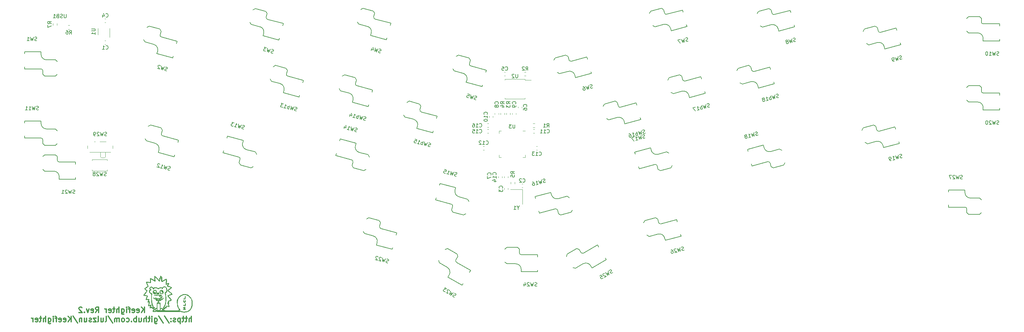
<source format=gbo>
%TF.GenerationSoftware,KiCad,Pcbnew,(5.1.10)-1*%
%TF.CreationDate,2022-02-26T14:39:07-08:00*%
%TF.ProjectId,keefighter,6b656566-6967-4687-9465-722e6b696361,rev?*%
%TF.SameCoordinates,Original*%
%TF.FileFunction,Legend,Bot*%
%TF.FilePolarity,Positive*%
%FSLAX46Y46*%
G04 Gerber Fmt 4.6, Leading zero omitted, Abs format (unit mm)*
G04 Created by KiCad (PCBNEW (5.1.10)-1) date 2022-02-26 14:39:07*
%MOMM*%
%LPD*%
G01*
G04 APERTURE LIST*
%ADD10C,0.300000*%
%ADD11C,0.010000*%
%ADD12C,0.120000*%
%ADD13C,0.150000*%
%ADD14C,2.501900*%
%ADD15C,7.001300*%
%ADD16C,7.000240*%
%ADD17C,1.000000*%
%ADD18C,4.400000*%
%ADD19R,0.600000X1.450000*%
%ADD20R,0.300000X1.450000*%
%ADD21C,0.650000*%
%ADD22O,1.000000X2.100000*%
%ADD23O,1.000000X1.600000*%
%ADD24R,1.700000X1.700000*%
%ADD25O,1.700000X1.700000*%
%ADD26C,0.100000*%
%ADD27C,3.000000*%
%ADD28C,3.429000*%
%ADD29C,1.701800*%
%ADD30R,2.600000X2.600000*%
%ADD31R,1.000000X0.800000*%
%ADD32R,0.700000X1.500000*%
%ADD33C,0.900000*%
%ADD34R,1.200000X1.400000*%
%ADD35R,0.650000X1.060000*%
G04 APERTURE END LIST*
D10*
X107964285Y-185803571D02*
X107964285Y-184303571D01*
X107107142Y-185803571D02*
X107750000Y-184946428D01*
X107107142Y-184303571D02*
X107964285Y-185160714D01*
X105892857Y-185732142D02*
X106035714Y-185803571D01*
X106321428Y-185803571D01*
X106464285Y-185732142D01*
X106535714Y-185589285D01*
X106535714Y-185017857D01*
X106464285Y-184875000D01*
X106321428Y-184803571D01*
X106035714Y-184803571D01*
X105892857Y-184875000D01*
X105821428Y-185017857D01*
X105821428Y-185160714D01*
X106535714Y-185303571D01*
X104607142Y-185732142D02*
X104750000Y-185803571D01*
X105035714Y-185803571D01*
X105178571Y-185732142D01*
X105250000Y-185589285D01*
X105250000Y-185017857D01*
X105178571Y-184875000D01*
X105035714Y-184803571D01*
X104750000Y-184803571D01*
X104607142Y-184875000D01*
X104535714Y-185017857D01*
X104535714Y-185160714D01*
X105250000Y-185303571D01*
X104107142Y-184803571D02*
X103535714Y-184803571D01*
X103892857Y-185803571D02*
X103892857Y-184517857D01*
X103821428Y-184375000D01*
X103678571Y-184303571D01*
X103535714Y-184303571D01*
X103035714Y-185803571D02*
X103035714Y-184803571D01*
X103035714Y-184303571D02*
X103107142Y-184375000D01*
X103035714Y-184446428D01*
X102964285Y-184375000D01*
X103035714Y-184303571D01*
X103035714Y-184446428D01*
X101678571Y-184803571D02*
X101678571Y-186017857D01*
X101750000Y-186160714D01*
X101821428Y-186232142D01*
X101964285Y-186303571D01*
X102178571Y-186303571D01*
X102321428Y-186232142D01*
X101678571Y-185732142D02*
X101821428Y-185803571D01*
X102107142Y-185803571D01*
X102250000Y-185732142D01*
X102321428Y-185660714D01*
X102392857Y-185517857D01*
X102392857Y-185089285D01*
X102321428Y-184946428D01*
X102250000Y-184875000D01*
X102107142Y-184803571D01*
X101821428Y-184803571D01*
X101678571Y-184875000D01*
X100964285Y-185803571D02*
X100964285Y-184303571D01*
X100321428Y-185803571D02*
X100321428Y-185017857D01*
X100392857Y-184875000D01*
X100535714Y-184803571D01*
X100750000Y-184803571D01*
X100892857Y-184875000D01*
X100964285Y-184946428D01*
X99821428Y-184803571D02*
X99250000Y-184803571D01*
X99607142Y-184303571D02*
X99607142Y-185589285D01*
X99535714Y-185732142D01*
X99392857Y-185803571D01*
X99250000Y-185803571D01*
X98178571Y-185732142D02*
X98321428Y-185803571D01*
X98607142Y-185803571D01*
X98750000Y-185732142D01*
X98821428Y-185589285D01*
X98821428Y-185017857D01*
X98750000Y-184875000D01*
X98607142Y-184803571D01*
X98321428Y-184803571D01*
X98178571Y-184875000D01*
X98107142Y-185017857D01*
X98107142Y-185160714D01*
X98821428Y-185303571D01*
X97464285Y-185803571D02*
X97464285Y-184803571D01*
X97464285Y-185089285D02*
X97392857Y-184946428D01*
X97321428Y-184875000D01*
X97178571Y-184803571D01*
X97035714Y-184803571D01*
X94535714Y-185803571D02*
X95035714Y-185089285D01*
X95392857Y-185803571D02*
X95392857Y-184303571D01*
X94821428Y-184303571D01*
X94678571Y-184375000D01*
X94607142Y-184446428D01*
X94535714Y-184589285D01*
X94535714Y-184803571D01*
X94607142Y-184946428D01*
X94678571Y-185017857D01*
X94821428Y-185089285D01*
X95392857Y-185089285D01*
X93321428Y-185732142D02*
X93464285Y-185803571D01*
X93750000Y-185803571D01*
X93892857Y-185732142D01*
X93964285Y-185589285D01*
X93964285Y-185017857D01*
X93892857Y-184875000D01*
X93750000Y-184803571D01*
X93464285Y-184803571D01*
X93321428Y-184875000D01*
X93250000Y-185017857D01*
X93250000Y-185160714D01*
X93964285Y-185303571D01*
X92750000Y-184803571D02*
X92392857Y-185803571D01*
X92035714Y-184803571D01*
X91464285Y-185660714D02*
X91392857Y-185732142D01*
X91464285Y-185803571D01*
X91535714Y-185732142D01*
X91464285Y-185660714D01*
X91464285Y-185803571D01*
X90821428Y-184446428D02*
X90750000Y-184375000D01*
X90607142Y-184303571D01*
X90250000Y-184303571D01*
X90107142Y-184375000D01*
X90035714Y-184446428D01*
X89964285Y-184589285D01*
X89964285Y-184732142D01*
X90035714Y-184946428D01*
X90892857Y-185803571D01*
X89964285Y-185803571D01*
X120892857Y-188353571D02*
X120892857Y-186853571D01*
X120250000Y-188353571D02*
X120250000Y-187567857D01*
X120321428Y-187425000D01*
X120464285Y-187353571D01*
X120678571Y-187353571D01*
X120821428Y-187425000D01*
X120892857Y-187496428D01*
X119750000Y-187353571D02*
X119178571Y-187353571D01*
X119535714Y-186853571D02*
X119535714Y-188139285D01*
X119464285Y-188282142D01*
X119321428Y-188353571D01*
X119178571Y-188353571D01*
X118892857Y-187353571D02*
X118321428Y-187353571D01*
X118678571Y-186853571D02*
X118678571Y-188139285D01*
X118607142Y-188282142D01*
X118464285Y-188353571D01*
X118321428Y-188353571D01*
X117821428Y-187353571D02*
X117821428Y-188853571D01*
X117821428Y-187425000D02*
X117678571Y-187353571D01*
X117392857Y-187353571D01*
X117250000Y-187425000D01*
X117178571Y-187496428D01*
X117107142Y-187639285D01*
X117107142Y-188067857D01*
X117178571Y-188210714D01*
X117250000Y-188282142D01*
X117392857Y-188353571D01*
X117678571Y-188353571D01*
X117821428Y-188282142D01*
X116535714Y-188282142D02*
X116392857Y-188353571D01*
X116107142Y-188353571D01*
X115964285Y-188282142D01*
X115892857Y-188139285D01*
X115892857Y-188067857D01*
X115964285Y-187925000D01*
X116107142Y-187853571D01*
X116321428Y-187853571D01*
X116464285Y-187782142D01*
X116535714Y-187639285D01*
X116535714Y-187567857D01*
X116464285Y-187425000D01*
X116321428Y-187353571D01*
X116107142Y-187353571D01*
X115964285Y-187425000D01*
X115250000Y-188210714D02*
X115178571Y-188282142D01*
X115250000Y-188353571D01*
X115321428Y-188282142D01*
X115250000Y-188210714D01*
X115250000Y-188353571D01*
X115250000Y-187425000D02*
X115178571Y-187496428D01*
X115250000Y-187567857D01*
X115321428Y-187496428D01*
X115250000Y-187425000D01*
X115250000Y-187567857D01*
X113464285Y-186782142D02*
X114750000Y-188710714D01*
X111892857Y-186782142D02*
X113178571Y-188710714D01*
X110750000Y-187353571D02*
X110750000Y-188567857D01*
X110821428Y-188710714D01*
X110892857Y-188782142D01*
X111035714Y-188853571D01*
X111250000Y-188853571D01*
X111392857Y-188782142D01*
X110750000Y-188282142D02*
X110892857Y-188353571D01*
X111178571Y-188353571D01*
X111321428Y-188282142D01*
X111392857Y-188210714D01*
X111464285Y-188067857D01*
X111464285Y-187639285D01*
X111392857Y-187496428D01*
X111321428Y-187425000D01*
X111178571Y-187353571D01*
X110892857Y-187353571D01*
X110750000Y-187425000D01*
X110035714Y-188353571D02*
X110035714Y-187353571D01*
X110035714Y-186853571D02*
X110107142Y-186925000D01*
X110035714Y-186996428D01*
X109964285Y-186925000D01*
X110035714Y-186853571D01*
X110035714Y-186996428D01*
X109535714Y-187353571D02*
X108964285Y-187353571D01*
X109321428Y-186853571D02*
X109321428Y-188139285D01*
X109250000Y-188282142D01*
X109107142Y-188353571D01*
X108964285Y-188353571D01*
X108464285Y-188353571D02*
X108464285Y-186853571D01*
X107821428Y-188353571D02*
X107821428Y-187567857D01*
X107892857Y-187425000D01*
X108035714Y-187353571D01*
X108250000Y-187353571D01*
X108392857Y-187425000D01*
X108464285Y-187496428D01*
X106464285Y-187353571D02*
X106464285Y-188353571D01*
X107107142Y-187353571D02*
X107107142Y-188139285D01*
X107035714Y-188282142D01*
X106892857Y-188353571D01*
X106678571Y-188353571D01*
X106535714Y-188282142D01*
X106464285Y-188210714D01*
X105750000Y-188353571D02*
X105750000Y-186853571D01*
X105750000Y-187425000D02*
X105607142Y-187353571D01*
X105321428Y-187353571D01*
X105178571Y-187425000D01*
X105107142Y-187496428D01*
X105035714Y-187639285D01*
X105035714Y-188067857D01*
X105107142Y-188210714D01*
X105178571Y-188282142D01*
X105321428Y-188353571D01*
X105607142Y-188353571D01*
X105750000Y-188282142D01*
X104392857Y-188210714D02*
X104321428Y-188282142D01*
X104392857Y-188353571D01*
X104464285Y-188282142D01*
X104392857Y-188210714D01*
X104392857Y-188353571D01*
X103035714Y-188282142D02*
X103178571Y-188353571D01*
X103464285Y-188353571D01*
X103607142Y-188282142D01*
X103678571Y-188210714D01*
X103750000Y-188067857D01*
X103750000Y-187639285D01*
X103678571Y-187496428D01*
X103607142Y-187425000D01*
X103464285Y-187353571D01*
X103178571Y-187353571D01*
X103035714Y-187425000D01*
X102178571Y-188353571D02*
X102321428Y-188282142D01*
X102392857Y-188210714D01*
X102464285Y-188067857D01*
X102464285Y-187639285D01*
X102392857Y-187496428D01*
X102321428Y-187425000D01*
X102178571Y-187353571D01*
X101964285Y-187353571D01*
X101821428Y-187425000D01*
X101750000Y-187496428D01*
X101678571Y-187639285D01*
X101678571Y-188067857D01*
X101750000Y-188210714D01*
X101821428Y-188282142D01*
X101964285Y-188353571D01*
X102178571Y-188353571D01*
X101035714Y-188353571D02*
X101035714Y-187353571D01*
X101035714Y-187496428D02*
X100964285Y-187425000D01*
X100821428Y-187353571D01*
X100607142Y-187353571D01*
X100464285Y-187425000D01*
X100392857Y-187567857D01*
X100392857Y-188353571D01*
X100392857Y-187567857D02*
X100321428Y-187425000D01*
X100178571Y-187353571D01*
X99964285Y-187353571D01*
X99821428Y-187425000D01*
X99750000Y-187567857D01*
X99750000Y-188353571D01*
X97964285Y-186782142D02*
X99250000Y-188710714D01*
X97250000Y-188353571D02*
X97392857Y-188282142D01*
X97464285Y-188139285D01*
X97464285Y-186853571D01*
X96035714Y-187353571D02*
X96035714Y-188353571D01*
X96678571Y-187353571D02*
X96678571Y-188139285D01*
X96607142Y-188282142D01*
X96464285Y-188353571D01*
X96250000Y-188353571D01*
X96107142Y-188282142D01*
X96035714Y-188210714D01*
X95107142Y-188353571D02*
X95250000Y-188282142D01*
X95321428Y-188139285D01*
X95321428Y-186853571D01*
X94678571Y-187353571D02*
X93892857Y-187353571D01*
X94678571Y-188353571D01*
X93892857Y-188353571D01*
X93392857Y-188282142D02*
X93250000Y-188353571D01*
X92964285Y-188353571D01*
X92821428Y-188282142D01*
X92750000Y-188139285D01*
X92750000Y-188067857D01*
X92821428Y-187925000D01*
X92964285Y-187853571D01*
X93178571Y-187853571D01*
X93321428Y-187782142D01*
X93392857Y-187639285D01*
X93392857Y-187567857D01*
X93321428Y-187425000D01*
X93178571Y-187353571D01*
X92964285Y-187353571D01*
X92821428Y-187425000D01*
X91464285Y-187353571D02*
X91464285Y-188353571D01*
X92107142Y-187353571D02*
X92107142Y-188139285D01*
X92035714Y-188282142D01*
X91892857Y-188353571D01*
X91678571Y-188353571D01*
X91535714Y-188282142D01*
X91464285Y-188210714D01*
X90750000Y-187353571D02*
X90750000Y-188353571D01*
X90750000Y-187496428D02*
X90678571Y-187425000D01*
X90535714Y-187353571D01*
X90321428Y-187353571D01*
X90178571Y-187425000D01*
X90107142Y-187567857D01*
X90107142Y-188353571D01*
X88321428Y-186782142D02*
X89607142Y-188710714D01*
X87821428Y-188353571D02*
X87821428Y-186853571D01*
X86964285Y-188353571D02*
X87607142Y-187496428D01*
X86964285Y-186853571D02*
X87821428Y-187710714D01*
X85750000Y-188282142D02*
X85892857Y-188353571D01*
X86178571Y-188353571D01*
X86321428Y-188282142D01*
X86392857Y-188139285D01*
X86392857Y-187567857D01*
X86321428Y-187425000D01*
X86178571Y-187353571D01*
X85892857Y-187353571D01*
X85750000Y-187425000D01*
X85678571Y-187567857D01*
X85678571Y-187710714D01*
X86392857Y-187853571D01*
X84464285Y-188282142D02*
X84607142Y-188353571D01*
X84892857Y-188353571D01*
X85035714Y-188282142D01*
X85107142Y-188139285D01*
X85107142Y-187567857D01*
X85035714Y-187425000D01*
X84892857Y-187353571D01*
X84607142Y-187353571D01*
X84464285Y-187425000D01*
X84392857Y-187567857D01*
X84392857Y-187710714D01*
X85107142Y-187853571D01*
X83964285Y-187353571D02*
X83392857Y-187353571D01*
X83750000Y-188353571D02*
X83750000Y-187067857D01*
X83678571Y-186925000D01*
X83535714Y-186853571D01*
X83392857Y-186853571D01*
X82892857Y-188353571D02*
X82892857Y-187353571D01*
X82892857Y-186853571D02*
X82964285Y-186925000D01*
X82892857Y-186996428D01*
X82821428Y-186925000D01*
X82892857Y-186853571D01*
X82892857Y-186996428D01*
X81535714Y-187353571D02*
X81535714Y-188567857D01*
X81607142Y-188710714D01*
X81678571Y-188782142D01*
X81821428Y-188853571D01*
X82035714Y-188853571D01*
X82178571Y-188782142D01*
X81535714Y-188282142D02*
X81678571Y-188353571D01*
X81964285Y-188353571D01*
X82107142Y-188282142D01*
X82178571Y-188210714D01*
X82250000Y-188067857D01*
X82250000Y-187639285D01*
X82178571Y-187496428D01*
X82107142Y-187425000D01*
X81964285Y-187353571D01*
X81678571Y-187353571D01*
X81535714Y-187425000D01*
X80821428Y-188353571D02*
X80821428Y-186853571D01*
X80178571Y-188353571D02*
X80178571Y-187567857D01*
X80250000Y-187425000D01*
X80392857Y-187353571D01*
X80607142Y-187353571D01*
X80750000Y-187425000D01*
X80821428Y-187496428D01*
X79678571Y-187353571D02*
X79107142Y-187353571D01*
X79464285Y-186853571D02*
X79464285Y-188139285D01*
X79392857Y-188282142D01*
X79250000Y-188353571D01*
X79107142Y-188353571D01*
X78035714Y-188282142D02*
X78178571Y-188353571D01*
X78464285Y-188353571D01*
X78607142Y-188282142D01*
X78678571Y-188139285D01*
X78678571Y-187567857D01*
X78607142Y-187425000D01*
X78464285Y-187353571D01*
X78178571Y-187353571D01*
X78035714Y-187425000D01*
X77964285Y-187567857D01*
X77964285Y-187710714D01*
X78678571Y-187853571D01*
X77321428Y-188353571D02*
X77321428Y-187353571D01*
X77321428Y-187639285D02*
X77250000Y-187496428D01*
X77178571Y-187425000D01*
X77035714Y-187353571D01*
X76892857Y-187353571D01*
D11*
G36*
X121142406Y-183023733D02*
G01*
X121126301Y-182825079D01*
X121097363Y-182645978D01*
X121053739Y-182475537D01*
X120993573Y-182302863D01*
X120979961Y-182268513D01*
X120894441Y-182089169D01*
X120779465Y-181896665D01*
X120641909Y-181699566D01*
X120488652Y-181506436D01*
X120326572Y-181325839D01*
X120162546Y-181166338D01*
X120003453Y-181036497D01*
X119973449Y-181015266D01*
X119881891Y-180964227D01*
X119758043Y-180912166D01*
X119611781Y-180861812D01*
X119452983Y-180815890D01*
X119291525Y-180777127D01*
X119137284Y-180748250D01*
X119000137Y-180731985D01*
X118938000Y-180729412D01*
X118842071Y-180732122D01*
X118752062Y-180742915D01*
X118660694Y-180764199D01*
X118560688Y-180798383D01*
X118444768Y-180847876D01*
X118305654Y-180915084D01*
X118176000Y-180981543D01*
X117978998Y-181086930D01*
X117814400Y-181182939D01*
X117676260Y-181275620D01*
X117558633Y-181371024D01*
X117455573Y-181475202D01*
X117361135Y-181594204D01*
X117269374Y-181734080D01*
X117174343Y-181900882D01*
X117070098Y-182100660D01*
X117063453Y-182113763D01*
X116906000Y-182424615D01*
X116906335Y-182886349D01*
X116908952Y-183163481D01*
X116916467Y-183400393D01*
X116929024Y-183598932D01*
X116946768Y-183760942D01*
X116969844Y-183888269D01*
X116990411Y-183961173D01*
X117026743Y-184055111D01*
X117078724Y-184170107D01*
X117148215Y-184309922D01*
X117237076Y-184478319D01*
X117332037Y-184651808D01*
X117380206Y-184740512D01*
X117419680Y-184816647D01*
X117446407Y-184872151D01*
X117456332Y-184898964D01*
X117456333Y-184899044D01*
X117438325Y-184919589D01*
X117408708Y-184928819D01*
X117384025Y-184935839D01*
X117369074Y-184954435D01*
X117360763Y-184993939D01*
X117355998Y-185063684D01*
X117354816Y-185091431D01*
X117348549Y-185247279D01*
X115513316Y-185236393D01*
X115130343Y-185233851D01*
X114789187Y-185231012D01*
X114489334Y-185227866D01*
X114230268Y-185224404D01*
X114011475Y-185220618D01*
X113832439Y-185216498D01*
X113692646Y-185212034D01*
X113591581Y-185207219D01*
X113528728Y-185202041D01*
X113519333Y-185200753D01*
X113397661Y-185175926D01*
X113316864Y-185145865D01*
X113277364Y-185110785D01*
X113276696Y-185076883D01*
X113285291Y-185040565D01*
X113295641Y-184974036D01*
X113305979Y-184889269D01*
X113309701Y-184853086D01*
X113319218Y-184767927D01*
X113329151Y-184699711D01*
X113337893Y-184658758D01*
X113340984Y-184652002D01*
X113360645Y-184659184D01*
X113396509Y-184691610D01*
X113420764Y-184718626D01*
X113464903Y-184765021D01*
X113470416Y-184769281D01*
X113470416Y-184562256D01*
X113352000Y-184487067D01*
X113290764Y-184447924D01*
X113245451Y-184418466D01*
X113226268Y-184405360D01*
X113235417Y-184387372D01*
X113266163Y-184345171D01*
X113312595Y-184286717D01*
X113330495Y-184265046D01*
X113444631Y-184119971D01*
X113542342Y-183976166D01*
X113624928Y-183828922D01*
X113693690Y-183673532D01*
X113749929Y-183505289D01*
X113794946Y-183319485D01*
X113830042Y-183111414D01*
X113856517Y-182876367D01*
X113875672Y-182609638D01*
X113888808Y-182306518D01*
X113890952Y-182236833D01*
X113895928Y-181972132D01*
X113893941Y-181738196D01*
X113884213Y-181523911D01*
X113865968Y-181318163D01*
X113838428Y-181109839D01*
X113800818Y-180887825D01*
X113794184Y-180852256D01*
X113766769Y-180705763D01*
X113747473Y-180594746D01*
X113736714Y-180513052D01*
X113734911Y-180454529D01*
X113742484Y-180413026D01*
X113759850Y-180382390D01*
X113787429Y-180356470D01*
X113825639Y-180329114D01*
X113829998Y-180326105D01*
X113956183Y-180231135D01*
X114047212Y-180141195D01*
X114107972Y-180047582D01*
X114143352Y-179941589D01*
X114158239Y-179814512D01*
X114159517Y-179739166D01*
X114144773Y-179522001D01*
X114105054Y-179314348D01*
X114042828Y-179122293D01*
X113960563Y-178951922D01*
X113860729Y-178809319D01*
X113745793Y-178700570D01*
X113735108Y-178692873D01*
X113673860Y-178655505D01*
X113612381Y-178634112D01*
X113532684Y-178623218D01*
X113498882Y-178620969D01*
X113377576Y-178624904D01*
X113265809Y-178653762D01*
X113155199Y-178711270D01*
X113037365Y-178801157D01*
X112982197Y-178850873D01*
X112839290Y-178984555D01*
X112729520Y-178944058D01*
X112590993Y-178911054D01*
X112431150Y-178902315D01*
X112262177Y-178916234D01*
X112096261Y-178951198D01*
X111945589Y-179005598D01*
X111846034Y-179060794D01*
X111788272Y-179096829D01*
X111742154Y-179120127D01*
X111725257Y-179124948D01*
X111695841Y-179115606D01*
X111639215Y-179090244D01*
X111565175Y-179053398D01*
X111524174Y-179031811D01*
X111368476Y-178955694D01*
X111230706Y-178905911D01*
X111098757Y-178878965D01*
X110968679Y-178871333D01*
X110810658Y-178883889D01*
X110677709Y-178923815D01*
X110560019Y-178994497D01*
X110522832Y-179025170D01*
X110468227Y-179071971D01*
X110435481Y-179093708D01*
X110415116Y-179093781D01*
X110397655Y-179075589D01*
X110394494Y-179071205D01*
X110315238Y-178978810D01*
X110212664Y-178885924D01*
X110098974Y-178801707D01*
X109986372Y-178735317D01*
X109898881Y-178699214D01*
X109817652Y-178687557D01*
X109737312Y-178704629D01*
X109651490Y-178753178D01*
X109553819Y-178835954D01*
X109531306Y-178857843D01*
X109424541Y-178976948D01*
X109357324Y-179084287D01*
X109329021Y-179181427D01*
X109339003Y-179269936D01*
X109352555Y-179301350D01*
X109380974Y-179344450D01*
X109425409Y-179401007D01*
X109449129Y-179428485D01*
X109488362Y-179477253D01*
X109502571Y-179514806D01*
X109488408Y-179547847D01*
X109442524Y-179583078D01*
X109361569Y-179627202D01*
X109345849Y-179635176D01*
X109260451Y-179686229D01*
X109216333Y-179732226D01*
X109211150Y-179745268D01*
X109207919Y-179798629D01*
X109214560Y-179879538D01*
X109229045Y-179974915D01*
X109249349Y-180071680D01*
X109273446Y-180156753D01*
X109276065Y-180164339D01*
X109338186Y-180301115D01*
X109421109Y-180426269D01*
X109517884Y-180532112D01*
X109621564Y-180610957D01*
X109718050Y-180653305D01*
X109813730Y-180678896D01*
X109810453Y-181537239D01*
X109810251Y-181815758D01*
X109811883Y-182059234D01*
X109815316Y-182266116D01*
X109820517Y-182434856D01*
X109827454Y-182563903D01*
X109833171Y-182628416D01*
X109873130Y-182948259D01*
X109917828Y-183230180D01*
X109968452Y-183478443D01*
X110026191Y-183697308D01*
X110092234Y-183891039D01*
X110167768Y-184063899D01*
X110253981Y-184220150D01*
X110294376Y-184282911D01*
X110360584Y-184389324D01*
X110396843Y-184467888D01*
X110403477Y-184520348D01*
X110380807Y-184548447D01*
X110344692Y-184554583D01*
X110307545Y-184547267D01*
X110288088Y-184517368D01*
X110279976Y-184479781D01*
X110264940Y-184410026D01*
X110241399Y-184374003D01*
X110198081Y-184363199D01*
X110132077Y-184368099D01*
X110069834Y-184374200D01*
X110038746Y-184370352D01*
X110028017Y-184352257D01*
X110026833Y-184326210D01*
X110010933Y-184265259D01*
X109971023Y-184220447D01*
X109924780Y-184205350D01*
X109888537Y-184214044D01*
X109827637Y-184236823D01*
X109755247Y-184268760D01*
X109755058Y-184268850D01*
X109687470Y-184300281D01*
X109636465Y-184322985D01*
X109612525Y-184332302D01*
X109612183Y-184332333D01*
X109604294Y-184323981D01*
X109608566Y-184295858D01*
X109626576Y-184243365D01*
X109659896Y-184161905D01*
X109709333Y-184048609D01*
X109761566Y-183926676D01*
X109794950Y-183836991D01*
X109810526Y-183774428D01*
X109809330Y-183733864D01*
X109792402Y-183710173D01*
X109779269Y-183703396D01*
X109744873Y-183701922D01*
X109679157Y-183708488D01*
X109592099Y-183721835D01*
X109509394Y-183737444D01*
X109411117Y-183757105D01*
X109325013Y-183773550D01*
X109261439Y-183784847D01*
X109233279Y-183788925D01*
X109217862Y-183789724D01*
X109206135Y-183786574D01*
X109198614Y-183775606D01*
X109195816Y-183752948D01*
X109198259Y-183714732D01*
X109206460Y-183657087D01*
X109220936Y-183576143D01*
X109242204Y-183468031D01*
X109270781Y-183328881D01*
X109307184Y-183154822D01*
X109336915Y-183013395D01*
X109356459Y-182913646D01*
X109370684Y-182827442D01*
X109378236Y-182764065D01*
X109377817Y-182732937D01*
X109352370Y-182707650D01*
X109302206Y-182707066D01*
X109223357Y-182731436D01*
X109190750Y-182744833D01*
X109123794Y-182771948D01*
X109079787Y-182783217D01*
X109058016Y-182774693D01*
X109057770Y-182742425D01*
X109078339Y-182682466D01*
X109119012Y-182590864D01*
X109150833Y-182523159D01*
X109208655Y-182395127D01*
X109242738Y-182298342D01*
X109250210Y-182228480D01*
X109228196Y-182181215D01*
X109173824Y-182152224D01*
X109084220Y-182137180D01*
X108956511Y-182131760D01*
X108890503Y-182131312D01*
X108751865Y-182129029D01*
X108650703Y-182121851D01*
X108582333Y-182108702D01*
X108542071Y-182088510D01*
X108525232Y-182060199D01*
X108524000Y-182047290D01*
X108532363Y-182011448D01*
X108555021Y-181947000D01*
X108588327Y-181863681D01*
X108621309Y-181787474D01*
X108700383Y-181606508D01*
X108759306Y-181461847D01*
X108798365Y-181352723D01*
X108817845Y-181278369D01*
X108820333Y-181253621D01*
X108813877Y-181222272D01*
X108788560Y-181197246D01*
X108735463Y-181171466D01*
X108698838Y-181157251D01*
X108585747Y-181120144D01*
X108448524Y-181082856D01*
X108305125Y-181049759D01*
X108173507Y-181025226D01*
X108132416Y-181019326D01*
X108037889Y-181003803D01*
X107960121Y-180984636D01*
X107907650Y-180964394D01*
X107889000Y-180946104D01*
X107902505Y-180924552D01*
X107939278Y-180878769D01*
X107993702Y-180815471D01*
X108060161Y-180741376D01*
X108060166Y-180741370D01*
X108126122Y-180664723D01*
X108202403Y-180568771D01*
X108285087Y-180459236D01*
X108370254Y-180341838D01*
X108453983Y-180222298D01*
X108532352Y-180106335D01*
X108601441Y-179999672D01*
X108657328Y-179908027D01*
X108696092Y-179837121D01*
X108713813Y-179792676D01*
X108714500Y-179786759D01*
X108698153Y-179767003D01*
X108654547Y-179730651D01*
X108591834Y-179684304D01*
X108564788Y-179665512D01*
X108477195Y-179601200D01*
X108377967Y-179521556D01*
X108285277Y-179441307D01*
X108264305Y-179421986D01*
X108113533Y-179280754D01*
X108271142Y-179163957D01*
X108350491Y-179105816D01*
X108451799Y-179032546D01*
X108562347Y-178953299D01*
X108669416Y-178877230D01*
X108674953Y-178873319D01*
X108768296Y-178806201D01*
X108852784Y-178743227D01*
X108920468Y-178690480D01*
X108963401Y-178654040D01*
X108969731Y-178647773D01*
X109018306Y-178596067D01*
X108959795Y-178453242D01*
X108930599Y-178382617D01*
X108889473Y-178283993D01*
X108841009Y-178168345D01*
X108789802Y-178046647D01*
X108767123Y-177992916D01*
X108720508Y-177881160D01*
X108679073Y-177779127D01*
X108646024Y-177694920D01*
X108624568Y-177636646D01*
X108618599Y-177617526D01*
X108614300Y-177582965D01*
X108623992Y-177558160D01*
X108652096Y-177542673D01*
X108703031Y-177536064D01*
X108781218Y-177537897D01*
X108891078Y-177547733D01*
X109037031Y-177565134D01*
X109084916Y-177571295D01*
X109214159Y-177587503D01*
X109335188Y-177601585D01*
X109439175Y-177612596D01*
X109517293Y-177619591D01*
X109555875Y-177621669D01*
X109645833Y-177622500D01*
X109645833Y-177103916D01*
X109646319Y-176960793D01*
X109647683Y-176832801D01*
X109649789Y-176725667D01*
X109652500Y-176645115D01*
X109655677Y-176596871D01*
X109658287Y-176585333D01*
X109685563Y-176595031D01*
X109743712Y-176621952D01*
X109826560Y-176662837D01*
X109927931Y-176714429D01*
X110041649Y-176773469D01*
X110161540Y-176836699D01*
X110281427Y-176900860D01*
X110395137Y-176962694D01*
X110496493Y-177018942D01*
X110579320Y-177066347D01*
X110637442Y-177101649D01*
X110640204Y-177103438D01*
X110748892Y-177170629D01*
X110828504Y-177209211D01*
X110882446Y-177217720D01*
X110914123Y-177194693D01*
X110926941Y-177138669D01*
X110924308Y-177048184D01*
X110917638Y-176984300D01*
X110908120Y-176894702D01*
X110898272Y-176785070D01*
X110888536Y-176662536D01*
X110879353Y-176534232D01*
X110871164Y-176407290D01*
X110864412Y-176288840D01*
X110859537Y-176186016D01*
X110856982Y-176105949D01*
X110857187Y-176055770D01*
X110859311Y-176042134D01*
X110878528Y-176051178D01*
X110922398Y-176085406D01*
X110985744Y-176139962D01*
X111063390Y-176209989D01*
X111150159Y-176290634D01*
X111240873Y-176377039D01*
X111330357Y-176464351D01*
X111413434Y-176547714D01*
X111484927Y-176622271D01*
X111526161Y-176667592D01*
X111600398Y-176754961D01*
X111686503Y-176860998D01*
X111771786Y-176969890D01*
X111821077Y-177035125D01*
X111891066Y-177127048D01*
X111942957Y-177188477D01*
X111981712Y-177224420D01*
X112012294Y-177239882D01*
X112025614Y-177241500D01*
X112056773Y-177237520D01*
X112077910Y-177220149D01*
X112093001Y-177181240D01*
X112106023Y-177112645D01*
X112113429Y-177061583D01*
X112132531Y-176956689D01*
X112159289Y-176880198D01*
X112199345Y-176818224D01*
X112223226Y-176791357D01*
X112256664Y-176752472D01*
X112268561Y-176718873D01*
X112262517Y-176672362D01*
X112253629Y-176637595D01*
X112235515Y-176559103D01*
X112233008Y-176499763D01*
X112249944Y-176447400D01*
X112290159Y-176389839D01*
X112354148Y-176318469D01*
X112435295Y-176223038D01*
X112481988Y-176146530D01*
X112494191Y-176108846D01*
X112509015Y-176062427D01*
X112530293Y-176053531D01*
X112559741Y-176083115D01*
X112599075Y-176152134D01*
X112609346Y-176172953D01*
X112635308Y-176231759D01*
X112642156Y-176270816D01*
X112631408Y-176307341D01*
X112622732Y-176324698D01*
X112589439Y-176373617D01*
X112538459Y-176433592D01*
X112504912Y-176468083D01*
X112418334Y-176551916D01*
X112528765Y-176663735D01*
X112639196Y-176775555D01*
X112560681Y-176855962D01*
X112516270Y-176906984D01*
X112487997Y-176950126D01*
X112482572Y-176967226D01*
X112494678Y-176996480D01*
X112526990Y-177050655D01*
X112574044Y-177121009D01*
X112610997Y-177172708D01*
X112678351Y-177260915D01*
X112730344Y-177316134D01*
X112774203Y-177341178D01*
X112817159Y-177338859D01*
X112866441Y-177311991D01*
X112901449Y-177285734D01*
X112944419Y-177255794D01*
X113016946Y-177209566D01*
X113111704Y-177151536D01*
X113221364Y-177086192D01*
X113338598Y-177018020D01*
X113339416Y-177017550D01*
X113454605Y-176951399D01*
X113560602Y-176890488D01*
X113650614Y-176838723D01*
X113717850Y-176800012D01*
X113755515Y-176778260D01*
X113756540Y-176777665D01*
X113785197Y-176762234D01*
X113808920Y-176754471D01*
X113828082Y-176757681D01*
X113843058Y-176775169D01*
X113854219Y-176810242D01*
X113861939Y-176866203D01*
X113866590Y-176946358D01*
X113868546Y-177054012D01*
X113868180Y-177192471D01*
X113865864Y-177365040D01*
X113861972Y-177575024D01*
X113859632Y-177691159D01*
X113857620Y-177823429D01*
X113857135Y-177941143D01*
X113858094Y-178037803D01*
X113860419Y-178106914D01*
X113864029Y-178141981D01*
X113865229Y-178144785D01*
X113888500Y-178141376D01*
X113942467Y-178122062D01*
X114019907Y-178089751D01*
X114113592Y-178047351D01*
X114149348Y-178030443D01*
X114249640Y-177982886D01*
X114338440Y-177941514D01*
X114407689Y-177910029D01*
X114449327Y-177892132D01*
X114455280Y-177889950D01*
X114491445Y-177886130D01*
X114502923Y-177906372D01*
X114489036Y-177952019D01*
X114449104Y-178024413D01*
X114382451Y-178124896D01*
X114288397Y-178254812D01*
X114235146Y-178325614D01*
X114111128Y-178488979D01*
X114222689Y-178553087D01*
X114295581Y-178592781D01*
X114367401Y-178626114D01*
X114448382Y-178656929D01*
X114548754Y-178689069D01*
X114678748Y-178726374D01*
X114699297Y-178732063D01*
X114811502Y-178765025D01*
X114923705Y-178801469D01*
X115028637Y-178838628D01*
X115119028Y-178873737D01*
X115187609Y-178904031D01*
X115227110Y-178926744D01*
X115233833Y-178935420D01*
X115216888Y-178956855D01*
X115168327Y-178999431D01*
X115091558Y-179060512D01*
X114989993Y-179137465D01*
X114867040Y-179227654D01*
X114726109Y-179328445D01*
X114715250Y-179336118D01*
X114569176Y-179444093D01*
X114457037Y-179537603D01*
X114380121Y-179615449D01*
X114339720Y-179676431D01*
X114335378Y-179689292D01*
X114330690Y-179725739D01*
X114337055Y-179763482D01*
X114357373Y-179805664D01*
X114394546Y-179855427D01*
X114451473Y-179915914D01*
X114531055Y-179990267D01*
X114636193Y-180081629D01*
X114769787Y-180193142D01*
X114895166Y-180295771D01*
X115001126Y-180382178D01*
X115100691Y-180463634D01*
X115187342Y-180534784D01*
X115254559Y-180590274D01*
X115295825Y-180624752D01*
X115297333Y-180626035D01*
X115371416Y-180689197D01*
X115170333Y-180782583D01*
X115077520Y-180823666D01*
X114957821Y-180873698D01*
X114824219Y-180927403D01*
X114689700Y-180979507D01*
X114635875Y-180999709D01*
X114504515Y-181049051D01*
X114409211Y-181088066D01*
X114346258Y-181120955D01*
X114311952Y-181151922D01*
X114302587Y-181185170D01*
X114314459Y-181224903D01*
X114343861Y-181275322D01*
X114364851Y-181307163D01*
X114398122Y-181351927D01*
X114454185Y-181421654D01*
X114527569Y-181509786D01*
X114612807Y-181609767D01*
X114704428Y-181715040D01*
X114716576Y-181728833D01*
X114840858Y-181870955D01*
X114950309Y-181998542D01*
X115042395Y-182108502D01*
X115114584Y-182197739D01*
X115164343Y-182263159D01*
X115189138Y-182301668D01*
X115191500Y-182308952D01*
X115172436Y-182327393D01*
X115118996Y-182357117D01*
X115036807Y-182395561D01*
X114931499Y-182440161D01*
X114808700Y-182488352D01*
X114748395Y-182510834D01*
X114619267Y-182558852D01*
X114524866Y-182596110D01*
X114459874Y-182625567D01*
X114418969Y-182650182D01*
X114396832Y-182672913D01*
X114388142Y-182696721D01*
X114387166Y-182711751D01*
X114395300Y-182753946D01*
X114416953Y-182822110D01*
X114448000Y-182903733D01*
X114459521Y-182931294D01*
X114531875Y-183100339D01*
X114409883Y-183089277D01*
X114345228Y-183085925D01*
X114300736Y-183092389D01*
X114276236Y-183113105D01*
X114271557Y-183152507D01*
X114286527Y-183215029D01*
X114320975Y-183305107D01*
X114374731Y-183427175D01*
X114395111Y-183471818D01*
X114441439Y-183579610D01*
X114484252Y-183691610D01*
X114521569Y-183800996D01*
X114551409Y-183900943D01*
X114571795Y-183984628D01*
X114580745Y-184045228D01*
X114576279Y-184075919D01*
X114571097Y-184078333D01*
X114549599Y-184071213D01*
X114499661Y-184052569D01*
X114433756Y-184027084D01*
X114326705Y-183991136D01*
X114215445Y-183963880D01*
X114110621Y-183946986D01*
X114022874Y-183942124D01*
X113962847Y-183950964D01*
X113958950Y-183952588D01*
X113927099Y-183983751D01*
X113891198Y-184043182D01*
X113856967Y-184117961D01*
X113830122Y-184195163D01*
X113816383Y-184261868D01*
X113815662Y-184276389D01*
X113806320Y-184304226D01*
X113778625Y-184300446D01*
X113697882Y-184277976D01*
X113633627Y-184287468D01*
X113580251Y-184332064D01*
X113532146Y-184414906D01*
X113518542Y-184446144D01*
X113470416Y-184562256D01*
X113470416Y-184769281D01*
X113501891Y-184793608D01*
X113514353Y-184798001D01*
X113546546Y-184778902D01*
X113582460Y-184727980D01*
X113616902Y-184654798D01*
X113644674Y-184568917D01*
X113649282Y-184549672D01*
X113664622Y-184487994D01*
X113677639Y-184447499D01*
X113683378Y-184438166D01*
X113703185Y-184450768D01*
X113744355Y-184483167D01*
X113779070Y-184512250D01*
X113848338Y-184564558D01*
X113898877Y-184584151D01*
X113933151Y-184569051D01*
X113953621Y-184517283D01*
X113962750Y-184426872D01*
X113963833Y-184364002D01*
X113964721Y-184278015D01*
X113969721Y-184222251D01*
X113982341Y-184184604D01*
X114006090Y-184152969D01*
X114032625Y-184126565D01*
X114101416Y-184060658D01*
X114397750Y-184153659D01*
X114503511Y-184186560D01*
X114594824Y-184214418D01*
X114664129Y-184234969D01*
X114703866Y-184245949D01*
X114709958Y-184247163D01*
X114720139Y-184228253D01*
X114725227Y-184177398D01*
X114725605Y-184104627D01*
X114721652Y-184019974D01*
X114713750Y-183933469D01*
X114702280Y-183855144D01*
X114693559Y-183815150D01*
X114670661Y-183739778D01*
X114636415Y-183641876D01*
X114596610Y-183537621D01*
X114577142Y-183489864D01*
X114542113Y-183404837D01*
X114514223Y-183334865D01*
X114496936Y-183288782D01*
X114493000Y-183275419D01*
X114512190Y-183268482D01*
X114561885Y-183263955D01*
X114614708Y-183262883D01*
X114684244Y-183261426D01*
X114722019Y-183253866D01*
X114738532Y-183236595D01*
X114742781Y-183218835D01*
X114736151Y-183180573D01*
X114712974Y-183116959D01*
X114677650Y-183039430D01*
X114662023Y-183008828D01*
X114614855Y-182910864D01*
X114589315Y-182838161D01*
X114586207Y-182798353D01*
X114597645Y-182774045D01*
X114622649Y-182749772D01*
X114666212Y-182722994D01*
X114733324Y-182691166D01*
X114828979Y-182651745D01*
X114958168Y-182602190D01*
X115007483Y-182583747D01*
X115138978Y-182534181D01*
X115235754Y-182495682D01*
X115303041Y-182465307D01*
X115346069Y-182440115D01*
X115370066Y-182417164D01*
X115380263Y-182393509D01*
X115382000Y-182373030D01*
X115376171Y-182325471D01*
X115357077Y-182271091D01*
X115322308Y-182206587D01*
X115269456Y-182128656D01*
X115196112Y-182033995D01*
X115099864Y-181919300D01*
X114978305Y-181781270D01*
X114834881Y-181623000D01*
X114749024Y-181527840D01*
X114671673Y-181439646D01*
X114608080Y-181364598D01*
X114563490Y-181308875D01*
X114544124Y-181280699D01*
X114514794Y-181224148D01*
X114773772Y-181124473D01*
X114994058Y-181039391D01*
X115176407Y-180968292D01*
X115322582Y-180910462D01*
X115434347Y-180865188D01*
X115513464Y-180831756D01*
X115561697Y-180809454D01*
X115580156Y-180798310D01*
X115583294Y-180766748D01*
X115556098Y-180713451D01*
X115502182Y-180641975D01*
X115425161Y-180555873D01*
X115328652Y-180458702D01*
X115216268Y-180354014D01*
X115091625Y-180245365D01*
X114958338Y-180136310D01*
X114820022Y-180030403D01*
X114741350Y-179973536D01*
X114660968Y-179914269D01*
X114591273Y-179858357D01*
X114541308Y-179813307D01*
X114522887Y-179792211D01*
X114507173Y-179761570D01*
X114503638Y-179731020D01*
X114515359Y-179697493D01*
X114545412Y-179657919D01*
X114596874Y-179609226D01*
X114672821Y-179548346D01*
X114776330Y-179472207D01*
X114910477Y-179377739D01*
X115001000Y-179315087D01*
X115152328Y-179209490D01*
X115270477Y-179124017D01*
X115358206Y-179056419D01*
X115418273Y-179004446D01*
X115453436Y-178965845D01*
X115466454Y-178938367D01*
X115466666Y-178935080D01*
X115446836Y-178897040D01*
X115390393Y-178851337D01*
X115301910Y-178800100D01*
X115185958Y-178745461D01*
X115047110Y-178689551D01*
X114889938Y-178634499D01*
X114719015Y-178582437D01*
X114696219Y-178576054D01*
X114577402Y-178540902D01*
X114484847Y-178508945D01*
X114423884Y-178482183D01*
X114401011Y-178465215D01*
X114393603Y-178436088D01*
X114406155Y-178394329D01*
X114441770Y-178330589D01*
X114450072Y-178317321D01*
X114548040Y-178158082D01*
X114621167Y-178028892D01*
X114670711Y-177926468D01*
X114697929Y-177847529D01*
X114704079Y-177788790D01*
X114690417Y-177746970D01*
X114675002Y-177730064D01*
X114618112Y-177708954D01*
X114531872Y-177712803D01*
X114420494Y-177740772D01*
X114288193Y-177792024D01*
X114231497Y-177818304D01*
X114032309Y-177914603D01*
X114042560Y-177329343D01*
X114045563Y-177130816D01*
X114046450Y-176970470D01*
X114044542Y-176844178D01*
X114039160Y-176747810D01*
X114029627Y-176677239D01*
X114015264Y-176628338D01*
X113995392Y-176596977D01*
X113969333Y-176579030D01*
X113936408Y-176570369D01*
X113917481Y-176568256D01*
X113884661Y-176566786D01*
X113852671Y-176569924D01*
X113815988Y-176580242D01*
X113769091Y-176600313D01*
X113706460Y-176632711D01*
X113622571Y-176680008D01*
X113511905Y-176744778D01*
X113413500Y-176803108D01*
X113271490Y-176885779D01*
X113138955Y-176959711D01*
X113021120Y-177022224D01*
X112923210Y-177070637D01*
X112850451Y-177102271D01*
X112808069Y-177114446D01*
X112806380Y-177114500D01*
X112768882Y-177097576D01*
X112728918Y-177057415D01*
X112700116Y-177009936D01*
X112693833Y-176983036D01*
X112707507Y-176947256D01*
X112742886Y-176894781D01*
X112779740Y-176851023D01*
X112865647Y-176757825D01*
X112769157Y-176668883D01*
X112718553Y-176619720D01*
X112683616Y-176580961D01*
X112672666Y-176563099D01*
X112686386Y-176538953D01*
X112720767Y-176498659D01*
X112736166Y-176482756D01*
X112780082Y-176428250D01*
X112797458Y-176369707D01*
X112799202Y-176327670D01*
X112781947Y-176221158D01*
X112734553Y-176100581D01*
X112662102Y-175975353D01*
X112569680Y-175854888D01*
X112509718Y-175791678D01*
X112439226Y-175735659D01*
X112384229Y-175718695D01*
X112345451Y-175740168D01*
X112323615Y-175799461D01*
X112319441Y-175895956D01*
X112323465Y-175950814D01*
X112329031Y-176030404D01*
X112329435Y-176097584D01*
X112324942Y-176136027D01*
X112302810Y-176165565D01*
X112253986Y-176211388D01*
X112186821Y-176266030D01*
X112143051Y-176298606D01*
X112071424Y-176351014D01*
X112014869Y-176393985D01*
X111980779Y-176421810D01*
X111974166Y-176429006D01*
X111983762Y-176450577D01*
X112008777Y-176498084D01*
X112039754Y-176554023D01*
X112105342Y-176670239D01*
X112039754Y-176744939D01*
X112000166Y-176798517D01*
X111976822Y-176846516D01*
X111974166Y-176861236D01*
X111969163Y-176892658D01*
X111952023Y-176897791D01*
X111919555Y-176874480D01*
X111868566Y-176820570D01*
X111808524Y-176749375D01*
X111740421Y-176671294D01*
X111647678Y-176571834D01*
X111537218Y-176457824D01*
X111415965Y-176336095D01*
X111290842Y-176213479D01*
X111168771Y-176096806D01*
X111056677Y-175992907D01*
X110961482Y-175908613D01*
X110927590Y-175880195D01*
X110839152Y-175811904D01*
X110775276Y-175773467D01*
X110731753Y-175763686D01*
X110704375Y-175781361D01*
X110691649Y-175812920D01*
X110689426Y-175848176D01*
X110690222Y-175919218D01*
X110693772Y-176019624D01*
X110699813Y-176142975D01*
X110708080Y-176282850D01*
X110715623Y-176395320D01*
X110725386Y-176540564D01*
X110733286Y-176671496D01*
X110739046Y-176782310D01*
X110742388Y-176867198D01*
X110743036Y-176920353D01*
X110741414Y-176936141D01*
X110720071Y-176930331D01*
X110666390Y-176907805D01*
X110585757Y-176871056D01*
X110483559Y-176822574D01*
X110365183Y-176764852D01*
X110285960Y-176725482D01*
X110083839Y-176625297D01*
X109916530Y-176544548D01*
X109781768Y-176482236D01*
X109677292Y-176437361D01*
X109600837Y-176408926D01*
X109550140Y-176395932D01*
X109536754Y-176394833D01*
X109516218Y-176398979D01*
X109500293Y-176413956D01*
X109488857Y-176443571D01*
X109481788Y-176491633D01*
X109478965Y-176561951D01*
X109480266Y-176658331D01*
X109485569Y-176784584D01*
X109494753Y-176944515D01*
X109507695Y-177141935D01*
X109511221Y-177193487D01*
X109516936Y-177277304D01*
X109518280Y-177342627D01*
X109510862Y-177391001D01*
X109490290Y-177423969D01*
X109452170Y-177443077D01*
X109392113Y-177449870D01*
X109305725Y-177445892D01*
X109188615Y-177432689D01*
X109036392Y-177411805D01*
X108932395Y-177397079D01*
X108783841Y-177376744D01*
X108671328Y-177363040D01*
X108589154Y-177355561D01*
X108531615Y-177353898D01*
X108493009Y-177357646D01*
X108472020Y-177364222D01*
X108441132Y-177385080D01*
X108423284Y-177416724D01*
X108419283Y-177463524D01*
X108429935Y-177529848D01*
X108456047Y-177620065D01*
X108498426Y-177738544D01*
X108557878Y-177889655D01*
X108578345Y-177940000D01*
X108648156Y-178110803D01*
X108703468Y-178246682D01*
X108745667Y-178351951D01*
X108776139Y-178430924D01*
X108796271Y-178487918D01*
X108807451Y-178527246D01*
X108811064Y-178553224D01*
X108808498Y-178570166D01*
X108801138Y-178582387D01*
X108790372Y-178594202D01*
X108789054Y-178595646D01*
X108760660Y-178620186D01*
X108703821Y-178664034D01*
X108624927Y-178722448D01*
X108530371Y-178790682D01*
X108443060Y-178852437D01*
X108297719Y-178954807D01*
X108183747Y-179036542D01*
X108097463Y-179100745D01*
X108035186Y-179150520D01*
X107993233Y-179188970D01*
X107967924Y-179219199D01*
X107955577Y-179244311D01*
X107952500Y-179266008D01*
X107964576Y-179302007D01*
X108002442Y-179355964D01*
X108068556Y-179430982D01*
X108148291Y-179513115D01*
X108228718Y-179592822D01*
X108304947Y-179666794D01*
X108368625Y-179727021D01*
X108411395Y-179765495D01*
X108412875Y-179766737D01*
X108456060Y-179811543D01*
X108479976Y-179853369D01*
X108481666Y-179863422D01*
X108469084Y-179901580D01*
X108434133Y-179966649D01*
X108381011Y-180052581D01*
X108313913Y-180153326D01*
X108237036Y-180262835D01*
X108154576Y-180375058D01*
X108070730Y-180483945D01*
X107989692Y-180583447D01*
X107951205Y-180628166D01*
X107850696Y-180743840D01*
X107776405Y-180833850D01*
X107725361Y-180903198D01*
X107694596Y-180956880D01*
X107681138Y-180999898D01*
X107682017Y-181037249D01*
X107690955Y-181066185D01*
X107711863Y-181087987D01*
X107758674Y-181108133D01*
X107835581Y-181127712D01*
X107946778Y-181147814D01*
X108079500Y-181167237D01*
X108192617Y-181184486D01*
X108308879Y-181205361D01*
X108419918Y-181228003D01*
X108517368Y-181250555D01*
X108592863Y-181271158D01*
X108638034Y-181287955D01*
X108645484Y-181292929D01*
X108641213Y-181315075D01*
X108622589Y-181370341D01*
X108591816Y-181452885D01*
X108551096Y-181556866D01*
X108502631Y-181676442D01*
X108483298Y-181723174D01*
X108418354Y-181879711D01*
X108368649Y-182001684D01*
X108333120Y-182093599D01*
X108310704Y-182159958D01*
X108300337Y-182205267D01*
X108300955Y-182234031D01*
X108311497Y-182250753D01*
X108330898Y-182259939D01*
X108355277Y-182265530D01*
X108400618Y-182270415D01*
X108478637Y-182274525D01*
X108579681Y-182277515D01*
X108694097Y-182279042D01*
X108737063Y-182279166D01*
X108847857Y-182280226D01*
X108942882Y-182283142D01*
X109014451Y-182287522D01*
X109054882Y-182292974D01*
X109060893Y-182295710D01*
X109056777Y-182320803D01*
X109037278Y-182374471D01*
X109005971Y-182447435D01*
X108985457Y-182491502D01*
X108939753Y-182591066D01*
X108894679Y-182695808D01*
X108858349Y-182786718D01*
X108851262Y-182805950D01*
X108821228Y-182901993D01*
X108814609Y-182965078D01*
X108834442Y-182998011D01*
X108883762Y-183003596D01*
X108965607Y-182984640D01*
X109023800Y-182965395D01*
X109095246Y-182940602D01*
X109148836Y-182922426D01*
X109174199Y-182914378D01*
X109174875Y-182914259D01*
X109181529Y-182933596D01*
X109178468Y-182988170D01*
X109166478Y-183072208D01*
X109146344Y-183179935D01*
X109125548Y-183276447D01*
X109082800Y-183472786D01*
X109049345Y-183642969D01*
X109025883Y-183782991D01*
X109013108Y-183888845D01*
X109010862Y-183935458D01*
X109013604Y-183976246D01*
X109025725Y-184002063D01*
X109053012Y-184013147D01*
X109101255Y-184009734D01*
X109176243Y-183992061D01*
X109283763Y-183960365D01*
X109323028Y-183948219D01*
X109412683Y-183921843D01*
X109486877Y-183902846D01*
X109536740Y-183893322D01*
X109553101Y-183893878D01*
X109551601Y-183917724D01*
X109538099Y-183973485D01*
X109514787Y-184053196D01*
X109483856Y-184148889D01*
X109479031Y-184163142D01*
X109445310Y-184268728D01*
X109417655Y-184367766D01*
X109398889Y-184449256D01*
X109391835Y-184502197D01*
X109391833Y-184502805D01*
X109394440Y-184556624D01*
X109408413Y-184580366D01*
X109442984Y-184586230D01*
X109455029Y-184586333D01*
X109505115Y-184576490D01*
X109576485Y-184550643D01*
X109653972Y-184514313D01*
X109656406Y-184513027D01*
X109727619Y-184478750D01*
X109786910Y-184456530D01*
X109822560Y-184450673D01*
X109824564Y-184451224D01*
X109852042Y-184477892D01*
X109876675Y-184526232D01*
X109877094Y-184527420D01*
X109894258Y-184567493D01*
X109917743Y-184583859D01*
X109962202Y-184583295D01*
X109990172Y-184579705D01*
X110065111Y-184574799D01*
X110109075Y-184588517D01*
X110130911Y-184625119D01*
X110135824Y-184649833D01*
X110148112Y-184686141D01*
X110180029Y-184703498D01*
X110222517Y-184709313D01*
X110288858Y-184728474D01*
X110348227Y-184777149D01*
X110404808Y-184859814D01*
X110451079Y-184953882D01*
X110477104Y-185033144D01*
X110471950Y-185084970D01*
X110434984Y-185111233D01*
X110396540Y-185115500D01*
X110343553Y-185134571D01*
X110291902Y-185184635D01*
X110250116Y-185254967D01*
X110227836Y-185327645D01*
X110225480Y-185426406D01*
X110253854Y-185502044D01*
X110310958Y-185550089D01*
X110330645Y-185557628D01*
X110425592Y-185577937D01*
X110544108Y-185589743D01*
X110675849Y-185593448D01*
X110746261Y-185591361D01*
X110746261Y-185432911D01*
X110639654Y-185432430D01*
X110541489Y-185426737D01*
X110461884Y-185415573D01*
X110421585Y-185403938D01*
X110371992Y-185379898D01*
X110355282Y-185358568D01*
X110363881Y-185330192D01*
X110364060Y-185329857D01*
X110397677Y-185294435D01*
X110465262Y-185252736D01*
X110569582Y-185203203D01*
X110645958Y-185171103D01*
X110695669Y-185147078D01*
X110723064Y-185126423D01*
X110724949Y-185121872D01*
X110715009Y-185097288D01*
X110688540Y-185044696D01*
X110650050Y-184972828D01*
X110620836Y-184920123D01*
X110517107Y-184735329D01*
X110617405Y-184644956D01*
X110677693Y-184586798D01*
X110729840Y-184529892D01*
X110755772Y-184496269D01*
X110778015Y-184443782D01*
X110765051Y-184402958D01*
X110714197Y-184369745D01*
X110659162Y-184350199D01*
X110557419Y-184303597D01*
X110466354Y-184226057D01*
X110382169Y-184113592D01*
X110312543Y-183986241D01*
X110228521Y-183783504D01*
X110154563Y-183543671D01*
X110091181Y-183270891D01*
X110038889Y-182969309D01*
X109998202Y-182643072D01*
X109969633Y-182296329D01*
X109953696Y-181933225D01*
X109950905Y-181557907D01*
X109961773Y-181174524D01*
X109962436Y-181160411D01*
X109969690Y-181015294D01*
X109977047Y-180881047D01*
X109984079Y-180764547D01*
X109990358Y-180672669D01*
X109995457Y-180612289D01*
X109997670Y-180594601D01*
X110009074Y-180529285D01*
X109849819Y-180506938D01*
X109732791Y-180483966D01*
X109646629Y-180448464D01*
X109580200Y-180393225D01*
X109522373Y-180311045D01*
X109508130Y-180285766D01*
X109472716Y-180211572D01*
X109436549Y-180120867D01*
X109404478Y-180027651D01*
X109381353Y-179945923D01*
X109372174Y-179893361D01*
X109384306Y-179863297D01*
X109416777Y-179816473D01*
X109437309Y-179791738D01*
X109532330Y-179705962D01*
X109641766Y-179654086D01*
X109716059Y-179636690D01*
X109781620Y-179617496D01*
X109808333Y-179587454D01*
X109796376Y-179544321D01*
X109745925Y-179485857D01*
X109729174Y-179470259D01*
X109639548Y-179388730D01*
X109576667Y-179329619D01*
X109535794Y-179287040D01*
X109512193Y-179255108D01*
X109501126Y-179227940D01*
X109497857Y-179199651D01*
X109497666Y-179182656D01*
X109505175Y-179130660D01*
X109532005Y-179077885D01*
X109584619Y-179012094D01*
X109592181Y-179003623D01*
X109679631Y-178915641D01*
X109756355Y-178864007D01*
X109831252Y-178847594D01*
X109913222Y-178865276D01*
X110011164Y-178915926D01*
X110056351Y-178944862D01*
X110118098Y-178990221D01*
X110166070Y-179038702D01*
X110206442Y-179099679D01*
X110245392Y-179182527D01*
X110289096Y-179296622D01*
X110290304Y-179299958D01*
X110325196Y-179371700D01*
X110363895Y-179401948D01*
X110407791Y-179390716D01*
X110458275Y-179338013D01*
X110482987Y-179301605D01*
X110580515Y-179184071D01*
X110701375Y-179098079D01*
X110840123Y-179044120D01*
X110991318Y-179022683D01*
X111149518Y-179034260D01*
X111309280Y-179079341D01*
X111465162Y-179158416D01*
X111534698Y-179206822D01*
X111603095Y-179257113D01*
X111662854Y-179297718D01*
X111702662Y-179321013D01*
X111706678Y-179322720D01*
X111755500Y-179320979D01*
X111820270Y-179291270D01*
X111890957Y-179239053D01*
X111930389Y-179200954D01*
X112009714Y-179141813D01*
X112118921Y-179095125D01*
X112246747Y-179063381D01*
X112381930Y-179049071D01*
X112513208Y-179054683D01*
X112557993Y-179062195D01*
X112680498Y-179106740D01*
X112778265Y-179185235D01*
X112834524Y-179263425D01*
X112865693Y-179290989D01*
X112901439Y-179279578D01*
X112938581Y-179231834D01*
X112973934Y-179150397D01*
X112975188Y-179146707D01*
X113018930Y-179038533D01*
X113071804Y-178959975D01*
X113144849Y-178898362D01*
X113235923Y-178847435D01*
X113379113Y-178791201D01*
X113508028Y-178769606D01*
X113619181Y-178783005D01*
X113667500Y-178803207D01*
X113746919Y-178868228D01*
X113819971Y-178971411D01*
X113884924Y-179108843D01*
X113940047Y-179276605D01*
X113983608Y-179470784D01*
X113996127Y-179546412D01*
X114012190Y-179700032D01*
X114006670Y-179826759D01*
X113975932Y-179934832D01*
X113916341Y-180032493D01*
X113824261Y-180127981D01*
X113696059Y-180229535D01*
X113694166Y-180230911D01*
X113608446Y-180295792D01*
X113555444Y-180342757D01*
X113531462Y-180375473D01*
X113530443Y-180393258D01*
X113548715Y-180449648D01*
X113572887Y-180537494D01*
X113600570Y-180646737D01*
X113629373Y-180767320D01*
X113656909Y-180889182D01*
X113680789Y-181002267D01*
X113698623Y-181096516D01*
X113701368Y-181112924D01*
X113720106Y-181263328D01*
X113733953Y-181447572D01*
X113742972Y-181657457D01*
X113747226Y-181884780D01*
X113746776Y-182121341D01*
X113741687Y-182358938D01*
X113732020Y-182589370D01*
X113717838Y-182804436D01*
X113699205Y-182995934D01*
X113686217Y-183094083D01*
X113630497Y-183375252D01*
X113551111Y-183624924D01*
X113446141Y-183847921D01*
X113313671Y-184049065D01*
X113299163Y-184067750D01*
X113202788Y-184192676D01*
X113132474Y-184290027D01*
X113085809Y-184363559D01*
X113060384Y-184417026D01*
X113053666Y-184450406D01*
X113062113Y-184492737D01*
X113084310Y-184559147D01*
X113115546Y-184635623D01*
X113117166Y-184639250D01*
X113155991Y-184732294D01*
X113174748Y-184802679D01*
X113173819Y-184864813D01*
X113153584Y-184933105D01*
X113126570Y-184995713D01*
X113096261Y-185069198D01*
X113085933Y-185117826D01*
X113093364Y-185152786D01*
X113094820Y-185155629D01*
X113114121Y-185202063D01*
X113106273Y-185228513D01*
X113066002Y-185240121D01*
X113006041Y-185242176D01*
X112919076Y-185238239D01*
X112871568Y-185225817D01*
X112861163Y-185203048D01*
X112885506Y-185168070D01*
X112897565Y-185156444D01*
X112957873Y-185082852D01*
X113002296Y-184994010D01*
X113024500Y-184905310D01*
X113023309Y-184850897D01*
X112984136Y-184752908D01*
X112909332Y-184672074D01*
X112833080Y-184626472D01*
X112724963Y-184593331D01*
X112610761Y-184592452D01*
X112480377Y-184623896D01*
X112466496Y-184628666D01*
X112397554Y-184651394D01*
X112342750Y-184666759D01*
X112318858Y-184671000D01*
X112311565Y-184663158D01*
X112305622Y-184637348D01*
X112300911Y-184590145D01*
X112297312Y-184518122D01*
X112294708Y-184417855D01*
X112292979Y-184285917D01*
X112292006Y-184118882D01*
X112291670Y-183913326D01*
X112291666Y-183887833D01*
X112291666Y-183104666D01*
X111995333Y-183104666D01*
X111995333Y-182533166D01*
X112132916Y-182533166D01*
X112132916Y-182388725D01*
X111730750Y-182381290D01*
X111603215Y-182378072D01*
X111489401Y-182373574D01*
X111396414Y-182368209D01*
X111331360Y-182362389D01*
X111301347Y-182356526D01*
X111301097Y-182356376D01*
X111285402Y-182331191D01*
X111305285Y-182304449D01*
X111354567Y-182281568D01*
X111397774Y-182271599D01*
X111459414Y-182251795D01*
X111533665Y-182214583D01*
X111581017Y-182184291D01*
X111645853Y-182143891D01*
X111705071Y-182116850D01*
X111736568Y-182109833D01*
X111827674Y-182130339D01*
X111929071Y-182191865D01*
X112028393Y-182281552D01*
X112132916Y-182388725D01*
X112132916Y-182533166D01*
X112151437Y-182533166D01*
X112269563Y-182530911D01*
X112353883Y-182522492D01*
X112412767Y-182505427D01*
X112454583Y-182477235D01*
X112487698Y-182435436D01*
X112489230Y-182433017D01*
X112526072Y-182388561D01*
X112583290Y-182344743D01*
X112668793Y-182296029D01*
X112725583Y-182267641D01*
X112867781Y-182190538D01*
X112986596Y-182109724D01*
X113078722Y-182028637D01*
X113140854Y-181950714D01*
X113169685Y-181879392D01*
X113161909Y-181818108D01*
X113160528Y-181815420D01*
X113128818Y-181777960D01*
X113093200Y-181779880D01*
X113051582Y-181821927D01*
X113024380Y-181864122D01*
X112944223Y-181962218D01*
X112827912Y-182048754D01*
X112680715Y-182120917D01*
X112507899Y-182175890D01*
X112398303Y-182198738D01*
X112270929Y-182209625D01*
X112171546Y-182194559D01*
X112102618Y-182154257D01*
X112070815Y-182103641D01*
X112061300Y-182045046D01*
X112083724Y-182014229D01*
X112138071Y-182011202D01*
X112182318Y-182021613D01*
X112323825Y-182047075D01*
X112450625Y-182033198D01*
X112565472Y-181979203D01*
X112568273Y-181976688D01*
X112568273Y-181619694D01*
X112487842Y-181588533D01*
X112448301Y-181562599D01*
X112384880Y-181513322D01*
X112335561Y-181465704D01*
X112290196Y-181407941D01*
X112238634Y-181328231D01*
X112219168Y-181296162D01*
X112171077Y-181209730D01*
X112146144Y-181149559D01*
X112145439Y-181118610D01*
X112153710Y-181115000D01*
X112175309Y-181125286D01*
X112223482Y-181152577D01*
X112288857Y-181191517D01*
X112306643Y-181202356D01*
X112399420Y-181252506D01*
X112477391Y-181282513D01*
X112536367Y-181293093D01*
X112572156Y-181284961D01*
X112580568Y-181258836D01*
X112557414Y-181215432D01*
X112511754Y-181167287D01*
X112466838Y-181120794D01*
X112455090Y-181097357D01*
X112473026Y-181098852D01*
X112517161Y-181127154D01*
X112544971Y-181149412D01*
X112614026Y-181224423D01*
X112666413Y-181314123D01*
X112698594Y-181407898D01*
X112707034Y-181495133D01*
X112688197Y-181565214D01*
X112685135Y-181570177D01*
X112635054Y-181613607D01*
X112568273Y-181619694D01*
X112568273Y-181976688D01*
X112671120Y-181884316D01*
X112671633Y-181883733D01*
X112756273Y-181760049D01*
X112805338Y-181619450D01*
X112820833Y-181459799D01*
X112803499Y-181307866D01*
X112750884Y-181178914D01*
X112662065Y-181071457D01*
X112536124Y-180984011D01*
X112520957Y-180976056D01*
X112400588Y-180925707D01*
X112299765Y-180909170D01*
X112213225Y-180925956D01*
X112177613Y-180944206D01*
X112153595Y-180958245D01*
X112129036Y-180968913D01*
X112098389Y-180976497D01*
X112056104Y-180981285D01*
X111996631Y-180983564D01*
X111914421Y-180983621D01*
X111803925Y-180981743D01*
X111659593Y-180978219D01*
X111567813Y-180975791D01*
X111332007Y-180971754D01*
X111123962Y-180972797D01*
X110945678Y-180978709D01*
X110799160Y-180989280D01*
X110686408Y-181004299D01*
X110609425Y-181023558D01*
X110570213Y-181046845D01*
X110570774Y-181073951D01*
X110575942Y-181079919D01*
X110608794Y-181090797D01*
X110683052Y-181098948D01*
X110798996Y-181104391D01*
X110956904Y-181107148D01*
X110959787Y-181107171D01*
X111113705Y-181109242D01*
X111285760Y-181113003D01*
X111457487Y-181117970D01*
X111610423Y-181123654D01*
X111646746Y-181125278D01*
X111974347Y-181140632D01*
X112059883Y-181305044D01*
X112143946Y-181450894D01*
X112228174Y-181562141D01*
X112319044Y-181646043D01*
X112419570Y-181708122D01*
X112485058Y-181743306D01*
X112534475Y-181773796D01*
X112555756Y-181791533D01*
X112549471Y-181815819D01*
X112514400Y-181845175D01*
X112462435Y-181872953D01*
X112405470Y-181892504D01*
X112365750Y-181897769D01*
X112303768Y-181890195D01*
X112231594Y-181871797D01*
X112217583Y-181867027D01*
X112119119Y-181839873D01*
X112044415Y-181840628D01*
X111984642Y-181870181D01*
X111960483Y-181892875D01*
X111926631Y-181924620D01*
X111890579Y-181942054D01*
X111838564Y-181949231D01*
X111765702Y-181950268D01*
X111643107Y-181940154D01*
X111524469Y-181907751D01*
X111483723Y-181892060D01*
X111405759Y-181863220D01*
X111336665Y-181842613D01*
X111291303Y-181834667D01*
X111291070Y-181834666D01*
X111249687Y-181823364D01*
X111185959Y-181793381D01*
X111112015Y-181750607D01*
X111093737Y-181738857D01*
X111003659Y-181683782D01*
X110940857Y-181655848D01*
X110901142Y-181653873D01*
X110880322Y-181676678D01*
X110879670Y-181678543D01*
X110887805Y-181713074D01*
X110922828Y-181761945D01*
X110976360Y-181816079D01*
X111040023Y-181866397D01*
X111071522Y-181886415D01*
X111138814Y-181919894D01*
X111226391Y-181956200D01*
X111303687Y-181983590D01*
X111398000Y-182019546D01*
X111451136Y-182054248D01*
X111464194Y-182088692D01*
X111448407Y-182114892D01*
X111413353Y-182122775D01*
X111347226Y-182113195D01*
X111256341Y-182088551D01*
X111147008Y-182051240D01*
X111025542Y-182003663D01*
X110898255Y-181948217D01*
X110771460Y-181887302D01*
X110651469Y-181823317D01*
X110596278Y-181791091D01*
X110505261Y-181741113D01*
X110442374Y-181719362D01*
X110404351Y-181725666D01*
X110387925Y-181759853D01*
X110386666Y-181780069D01*
X110407230Y-181830362D01*
X110468973Y-181888806D01*
X110571971Y-181955451D01*
X110716301Y-182030345D01*
X110902040Y-182113535D01*
X110942395Y-182130439D01*
X111033492Y-182171452D01*
X111090553Y-182209610D01*
X111119919Y-182254784D01*
X111127928Y-182316844D01*
X111120921Y-182405658D01*
X111120653Y-182407936D01*
X111108328Y-182512000D01*
X111220642Y-182512000D01*
X111308075Y-182514444D01*
X111408539Y-182520694D01*
X111463062Y-182525598D01*
X111593166Y-182539197D01*
X111593166Y-182820683D01*
X111592769Y-182940279D01*
X111589664Y-183024337D01*
X111580979Y-183079649D01*
X111563844Y-183113012D01*
X111535387Y-183131219D01*
X111492737Y-183141063D01*
X111455583Y-183146258D01*
X111370916Y-183157583D01*
X111357948Y-183760833D01*
X111354445Y-183923203D01*
X111351090Y-184077643D01*
X111348031Y-184217364D01*
X111345418Y-184335580D01*
X111343401Y-184425500D01*
X111342128Y-184480337D01*
X111342073Y-184482578D01*
X111339166Y-184601073D01*
X111220108Y-184580561D01*
X111096472Y-184571584D01*
X110995446Y-184594001D01*
X110908424Y-184650606D01*
X110864470Y-184696089D01*
X110818473Y-184760140D01*
X110785094Y-184825406D01*
X110776190Y-184854454D01*
X110772241Y-184899354D01*
X110781332Y-184942523D01*
X110807673Y-184991629D01*
X110855473Y-185054344D01*
X110928943Y-185138339D01*
X110936706Y-185146926D01*
X111008975Y-185229523D01*
X111053601Y-185289066D01*
X111073591Y-185331697D01*
X111071956Y-185363557D01*
X111054738Y-185387844D01*
X111015549Y-185405645D01*
X110944327Y-185419261D01*
X110851192Y-185428435D01*
X110746261Y-185432911D01*
X110746261Y-185591361D01*
X110810473Y-185589456D01*
X110937635Y-185578170D01*
X111046992Y-185559993D01*
X111128200Y-185535327D01*
X111147097Y-185525810D01*
X111194551Y-185502965D01*
X111226167Y-185505360D01*
X111242290Y-185516317D01*
X111259884Y-185525052D01*
X111266810Y-185526780D01*
X111266810Y-185287293D01*
X111234836Y-185271672D01*
X111213831Y-185241462D01*
X111184441Y-185197227D01*
X111135760Y-185133343D01*
X111076874Y-185061583D01*
X111058708Y-185040431D01*
X111003861Y-184974367D01*
X110961851Y-184918184D01*
X110939188Y-184880831D01*
X110937000Y-184873189D01*
X110949233Y-184838643D01*
X110978745Y-184792977D01*
X110979591Y-184791896D01*
X111046328Y-184739216D01*
X111132188Y-184719839D01*
X111219558Y-184733446D01*
X111273742Y-184761073D01*
X111309680Y-184806277D01*
X111330325Y-184876195D01*
X111338629Y-184977967D01*
X111339166Y-185022637D01*
X111333597Y-185130559D01*
X111318285Y-185213080D01*
X111295324Y-185266543D01*
X111266810Y-185287293D01*
X111266810Y-185526780D01*
X111291920Y-185533045D01*
X111340258Y-185540341D01*
X111406754Y-185546989D01*
X111493267Y-185553034D01*
X111601655Y-185558523D01*
X111733776Y-185563503D01*
X111885826Y-185567857D01*
X111885826Y-185447486D01*
X111770087Y-185445914D01*
X111659400Y-185442378D01*
X111562573Y-185437097D01*
X111488418Y-185430286D01*
X111445743Y-185422165D01*
X111441303Y-185420132D01*
X111426678Y-185400057D01*
X111452861Y-185383837D01*
X111487333Y-185377453D01*
X111487333Y-185200166D01*
X111487333Y-184247002D01*
X111487422Y-184020712D01*
X111487782Y-183833082D01*
X111488554Y-183680436D01*
X111489878Y-183559102D01*
X111491895Y-183465405D01*
X111494746Y-183395671D01*
X111498571Y-183346225D01*
X111503510Y-183313395D01*
X111509704Y-183293506D01*
X111517293Y-183282885D01*
X111524375Y-183278627D01*
X111558316Y-183273088D01*
X111625701Y-183268452D01*
X111717642Y-183265123D01*
X111807446Y-183263775D01*
X111807446Y-183079951D01*
X111774866Y-183076023D01*
X111755924Y-183046458D01*
X111749299Y-182997574D01*
X111745427Y-182922117D01*
X111744359Y-182835202D01*
X111746144Y-182751948D01*
X111750832Y-182687473D01*
X111754674Y-182665458D01*
X111777718Y-182626439D01*
X111808639Y-182620996D01*
X111834319Y-182651314D01*
X111840466Y-182687683D01*
X111845010Y-182753349D01*
X111847112Y-182835280D01*
X111847166Y-182850666D01*
X111845590Y-182934135D01*
X111841421Y-183003670D01*
X111835499Y-183046242D01*
X111834319Y-183050019D01*
X111807446Y-183079951D01*
X111807446Y-183263775D01*
X111825251Y-183263507D01*
X111857750Y-183263416D01*
X112154083Y-183263416D01*
X112167661Y-183390416D01*
X112170738Y-183439774D01*
X112173689Y-183526019D01*
X112176423Y-183643708D01*
X112178852Y-183787396D01*
X112180887Y-183951639D01*
X112182438Y-184130990D01*
X112183416Y-184320006D01*
X112183536Y-184358791D01*
X112185833Y-185200166D01*
X111487333Y-185200166D01*
X111487333Y-185377453D01*
X111518480Y-185371684D01*
X111622165Y-185363811D01*
X111762548Y-185360430D01*
X111826000Y-185360371D01*
X111992435Y-185363523D01*
X112123930Y-185371221D01*
X112217605Y-185383257D01*
X112249333Y-185390829D01*
X112334000Y-185416610D01*
X112334000Y-185279368D01*
X112334000Y-185101133D01*
X112338964Y-184980489D01*
X112353438Y-184893892D01*
X112365161Y-184862639D01*
X112406866Y-184816834D01*
X112474142Y-184778914D01*
X112556352Y-184750917D01*
X112642859Y-184734883D01*
X112723025Y-184732851D01*
X112786214Y-184746860D01*
X112820088Y-184775442D01*
X112843863Y-184862424D01*
X112829617Y-184956687D01*
X112779412Y-185051891D01*
X112703146Y-185134942D01*
X112628679Y-185192021D01*
X112551577Y-185229862D01*
X112454250Y-185256504D01*
X112423958Y-185262495D01*
X112334000Y-185279368D01*
X112334000Y-185416610D01*
X112344583Y-185419833D01*
X112175250Y-185438246D01*
X112097217Y-185443869D01*
X111997806Y-185446877D01*
X111885826Y-185447486D01*
X111885826Y-185567857D01*
X111891488Y-185568020D01*
X112076648Y-185572122D01*
X112291115Y-185575854D01*
X112536747Y-185579263D01*
X112815401Y-185582396D01*
X113128936Y-185585299D01*
X113479209Y-185588020D01*
X113868079Y-185590605D01*
X114297403Y-185593100D01*
X114302500Y-185593128D01*
X114803945Y-185595520D01*
X115038752Y-185596263D01*
X115038752Y-185447920D01*
X114789990Y-185447497D01*
X114541191Y-185446594D01*
X114295601Y-185445241D01*
X114056471Y-185443471D01*
X113827048Y-185441312D01*
X113610580Y-185438796D01*
X113410317Y-185435953D01*
X113229505Y-185432815D01*
X113071395Y-185429412D01*
X112939233Y-185425774D01*
X112836269Y-185421933D01*
X112765751Y-185417919D01*
X112730927Y-185413763D01*
X112735046Y-185409495D01*
X112736166Y-185409306D01*
X112770297Y-185407153D01*
X112843787Y-185405089D01*
X112953664Y-185403134D01*
X113096955Y-185401308D01*
X113270685Y-185399632D01*
X113471882Y-185398127D01*
X113697573Y-185396813D01*
X113944784Y-185395710D01*
X114210542Y-185394839D01*
X114491874Y-185394220D01*
X114785806Y-185393874D01*
X114990416Y-185393804D01*
X115291190Y-185393954D01*
X115581376Y-185394390D01*
X115858001Y-185395092D01*
X116118092Y-185396039D01*
X116358675Y-185397211D01*
X116576778Y-185398587D01*
X116769426Y-185400147D01*
X116933646Y-185401871D01*
X117066466Y-185403739D01*
X117164912Y-185405728D01*
X117226011Y-185407821D01*
X117244666Y-185409285D01*
X117242087Y-185412437D01*
X117200583Y-185415967D01*
X117123562Y-185419772D01*
X117014428Y-185423750D01*
X116876588Y-185427799D01*
X116713449Y-185431814D01*
X116528417Y-185435694D01*
X116324897Y-185439335D01*
X116168296Y-185441759D01*
X115968450Y-185444197D01*
X115752325Y-185446002D01*
X115523167Y-185447203D01*
X115284227Y-185447832D01*
X115038752Y-185447920D01*
X115038752Y-185596263D01*
X115263672Y-185596975D01*
X115682284Y-185597483D01*
X116060387Y-185597035D01*
X116398584Y-185595623D01*
X116697480Y-185593238D01*
X116957680Y-185589871D01*
X117179788Y-185585513D01*
X117364408Y-185580156D01*
X117512145Y-185573789D01*
X117623604Y-185566405D01*
X117699388Y-185557995D01*
X117740102Y-185548549D01*
X117747882Y-185542602D01*
X117776174Y-185521259D01*
X117837345Y-185521449D01*
X117928103Y-185542715D01*
X118043157Y-185583792D01*
X118181215Y-185636602D01*
X118297420Y-185673418D01*
X118407512Y-185697705D01*
X118527232Y-185712933D01*
X118672322Y-185722568D01*
X118673416Y-185722621D01*
X118832166Y-185722961D01*
X118832166Y-185566867D01*
X118669750Y-185564756D01*
X118536749Y-185556376D01*
X118420439Y-185539535D01*
X118308098Y-185512041D01*
X118187004Y-185471700D01*
X118109834Y-185442370D01*
X118013506Y-185406015D01*
X117942843Y-185384128D01*
X117884767Y-185374114D01*
X117826202Y-185373373D01*
X117779779Y-185376809D01*
X117701001Y-185381500D01*
X117651689Y-185376452D01*
X117619749Y-185359973D01*
X117612638Y-185353448D01*
X117581867Y-185312561D01*
X117550447Y-185255841D01*
X117524705Y-185197187D01*
X117510974Y-185150501D01*
X117511941Y-185132312D01*
X117537069Y-185123295D01*
X117591500Y-185117193D01*
X117646833Y-185115500D01*
X117715727Y-185112261D01*
X117766104Y-185103872D01*
X117784032Y-185094955D01*
X117783270Y-185056780D01*
X117750798Y-184992931D01*
X117687451Y-184904804D01*
X117625469Y-184829750D01*
X117470104Y-184620488D01*
X117333767Y-184378158D01*
X117218983Y-184108676D01*
X117128280Y-183817961D01*
X117065069Y-183517416D01*
X117045547Y-183341396D01*
X117038586Y-183143493D01*
X117043642Y-182937725D01*
X117060174Y-182738106D01*
X117087642Y-182558654D01*
X117105077Y-182481761D01*
X117167203Y-182285591D01*
X117251063Y-182085602D01*
X117351040Y-181892238D01*
X117461517Y-181715942D01*
X117576877Y-181567159D01*
X117624136Y-181516682D01*
X117692366Y-181453042D01*
X117767410Y-181393369D01*
X117855801Y-181333521D01*
X117964073Y-181269360D01*
X118098759Y-181196745D01*
X118253137Y-181118155D01*
X118437725Y-181029277D01*
X118595021Y-180962614D01*
X118732978Y-180916928D01*
X118859546Y-180890980D01*
X118982679Y-180883533D01*
X119110327Y-180893348D01*
X119250443Y-180919187D01*
X119359384Y-180945932D01*
X119565181Y-181007914D01*
X119739279Y-181078882D01*
X119892140Y-181163972D01*
X120034223Y-181268322D01*
X120059858Y-181289888D01*
X120172179Y-181392957D01*
X120296269Y-181518041D01*
X120420002Y-181652208D01*
X120531251Y-181782529D01*
X120580724Y-181845250D01*
X120728604Y-182071432D01*
X120841319Y-182316304D01*
X120920764Y-182584295D01*
X120941902Y-182689052D01*
X120960328Y-182829217D01*
X120972257Y-182998974D01*
X120977704Y-183186086D01*
X120976687Y-183378314D01*
X120969220Y-183563422D01*
X120955320Y-183729171D01*
X120940418Y-183834916D01*
X120874515Y-184120645D01*
X120782052Y-184389024D01*
X120665511Y-184635329D01*
X120527373Y-184854832D01*
X120370121Y-185042808D01*
X120247018Y-185155521D01*
X120053075Y-185286932D01*
X119827199Y-185394440D01*
X119573108Y-185476960D01*
X119294524Y-185533414D01*
X118995166Y-185562717D01*
X118832166Y-185566867D01*
X118832166Y-185722961D01*
X118944670Y-185723202D01*
X119214646Y-185699731D01*
X119477777Y-185653974D01*
X119728492Y-185587699D01*
X119961223Y-185502672D01*
X120170401Y-185400659D01*
X120350455Y-185283429D01*
X120495818Y-185152747D01*
X120506319Y-185141161D01*
X120678934Y-184917873D01*
X120828762Y-184662568D01*
X120952902Y-184380597D01*
X121011462Y-184208675D01*
X121062804Y-184029945D01*
X121100111Y-183869860D01*
X121125279Y-183715098D01*
X121140205Y-183552337D01*
X121146785Y-183368253D01*
X121147533Y-183252833D01*
X121142406Y-183023733D01*
G37*
X121142406Y-183023733D02*
X121126301Y-182825079D01*
X121097363Y-182645978D01*
X121053739Y-182475537D01*
X120993573Y-182302863D01*
X120979961Y-182268513D01*
X120894441Y-182089169D01*
X120779465Y-181896665D01*
X120641909Y-181699566D01*
X120488652Y-181506436D01*
X120326572Y-181325839D01*
X120162546Y-181166338D01*
X120003453Y-181036497D01*
X119973449Y-181015266D01*
X119881891Y-180964227D01*
X119758043Y-180912166D01*
X119611781Y-180861812D01*
X119452983Y-180815890D01*
X119291525Y-180777127D01*
X119137284Y-180748250D01*
X119000137Y-180731985D01*
X118938000Y-180729412D01*
X118842071Y-180732122D01*
X118752062Y-180742915D01*
X118660694Y-180764199D01*
X118560688Y-180798383D01*
X118444768Y-180847876D01*
X118305654Y-180915084D01*
X118176000Y-180981543D01*
X117978998Y-181086930D01*
X117814400Y-181182939D01*
X117676260Y-181275620D01*
X117558633Y-181371024D01*
X117455573Y-181475202D01*
X117361135Y-181594204D01*
X117269374Y-181734080D01*
X117174343Y-181900882D01*
X117070098Y-182100660D01*
X117063453Y-182113763D01*
X116906000Y-182424615D01*
X116906335Y-182886349D01*
X116908952Y-183163481D01*
X116916467Y-183400393D01*
X116929024Y-183598932D01*
X116946768Y-183760942D01*
X116969844Y-183888269D01*
X116990411Y-183961173D01*
X117026743Y-184055111D01*
X117078724Y-184170107D01*
X117148215Y-184309922D01*
X117237076Y-184478319D01*
X117332037Y-184651808D01*
X117380206Y-184740512D01*
X117419680Y-184816647D01*
X117446407Y-184872151D01*
X117456332Y-184898964D01*
X117456333Y-184899044D01*
X117438325Y-184919589D01*
X117408708Y-184928819D01*
X117384025Y-184935839D01*
X117369074Y-184954435D01*
X117360763Y-184993939D01*
X117355998Y-185063684D01*
X117354816Y-185091431D01*
X117348549Y-185247279D01*
X115513316Y-185236393D01*
X115130343Y-185233851D01*
X114789187Y-185231012D01*
X114489334Y-185227866D01*
X114230268Y-185224404D01*
X114011475Y-185220618D01*
X113832439Y-185216498D01*
X113692646Y-185212034D01*
X113591581Y-185207219D01*
X113528728Y-185202041D01*
X113519333Y-185200753D01*
X113397661Y-185175926D01*
X113316864Y-185145865D01*
X113277364Y-185110785D01*
X113276696Y-185076883D01*
X113285291Y-185040565D01*
X113295641Y-184974036D01*
X113305979Y-184889269D01*
X113309701Y-184853086D01*
X113319218Y-184767927D01*
X113329151Y-184699711D01*
X113337893Y-184658758D01*
X113340984Y-184652002D01*
X113360645Y-184659184D01*
X113396509Y-184691610D01*
X113420764Y-184718626D01*
X113464903Y-184765021D01*
X113470416Y-184769281D01*
X113470416Y-184562256D01*
X113352000Y-184487067D01*
X113290764Y-184447924D01*
X113245451Y-184418466D01*
X113226268Y-184405360D01*
X113235417Y-184387372D01*
X113266163Y-184345171D01*
X113312595Y-184286717D01*
X113330495Y-184265046D01*
X113444631Y-184119971D01*
X113542342Y-183976166D01*
X113624928Y-183828922D01*
X113693690Y-183673532D01*
X113749929Y-183505289D01*
X113794946Y-183319485D01*
X113830042Y-183111414D01*
X113856517Y-182876367D01*
X113875672Y-182609638D01*
X113888808Y-182306518D01*
X113890952Y-182236833D01*
X113895928Y-181972132D01*
X113893941Y-181738196D01*
X113884213Y-181523911D01*
X113865968Y-181318163D01*
X113838428Y-181109839D01*
X113800818Y-180887825D01*
X113794184Y-180852256D01*
X113766769Y-180705763D01*
X113747473Y-180594746D01*
X113736714Y-180513052D01*
X113734911Y-180454529D01*
X113742484Y-180413026D01*
X113759850Y-180382390D01*
X113787429Y-180356470D01*
X113825639Y-180329114D01*
X113829998Y-180326105D01*
X113956183Y-180231135D01*
X114047212Y-180141195D01*
X114107972Y-180047582D01*
X114143352Y-179941589D01*
X114158239Y-179814512D01*
X114159517Y-179739166D01*
X114144773Y-179522001D01*
X114105054Y-179314348D01*
X114042828Y-179122293D01*
X113960563Y-178951922D01*
X113860729Y-178809319D01*
X113745793Y-178700570D01*
X113735108Y-178692873D01*
X113673860Y-178655505D01*
X113612381Y-178634112D01*
X113532684Y-178623218D01*
X113498882Y-178620969D01*
X113377576Y-178624904D01*
X113265809Y-178653762D01*
X113155199Y-178711270D01*
X113037365Y-178801157D01*
X112982197Y-178850873D01*
X112839290Y-178984555D01*
X112729520Y-178944058D01*
X112590993Y-178911054D01*
X112431150Y-178902315D01*
X112262177Y-178916234D01*
X112096261Y-178951198D01*
X111945589Y-179005598D01*
X111846034Y-179060794D01*
X111788272Y-179096829D01*
X111742154Y-179120127D01*
X111725257Y-179124948D01*
X111695841Y-179115606D01*
X111639215Y-179090244D01*
X111565175Y-179053398D01*
X111524174Y-179031811D01*
X111368476Y-178955694D01*
X111230706Y-178905911D01*
X111098757Y-178878965D01*
X110968679Y-178871333D01*
X110810658Y-178883889D01*
X110677709Y-178923815D01*
X110560019Y-178994497D01*
X110522832Y-179025170D01*
X110468227Y-179071971D01*
X110435481Y-179093708D01*
X110415116Y-179093781D01*
X110397655Y-179075589D01*
X110394494Y-179071205D01*
X110315238Y-178978810D01*
X110212664Y-178885924D01*
X110098974Y-178801707D01*
X109986372Y-178735317D01*
X109898881Y-178699214D01*
X109817652Y-178687557D01*
X109737312Y-178704629D01*
X109651490Y-178753178D01*
X109553819Y-178835954D01*
X109531306Y-178857843D01*
X109424541Y-178976948D01*
X109357324Y-179084287D01*
X109329021Y-179181427D01*
X109339003Y-179269936D01*
X109352555Y-179301350D01*
X109380974Y-179344450D01*
X109425409Y-179401007D01*
X109449129Y-179428485D01*
X109488362Y-179477253D01*
X109502571Y-179514806D01*
X109488408Y-179547847D01*
X109442524Y-179583078D01*
X109361569Y-179627202D01*
X109345849Y-179635176D01*
X109260451Y-179686229D01*
X109216333Y-179732226D01*
X109211150Y-179745268D01*
X109207919Y-179798629D01*
X109214560Y-179879538D01*
X109229045Y-179974915D01*
X109249349Y-180071680D01*
X109273446Y-180156753D01*
X109276065Y-180164339D01*
X109338186Y-180301115D01*
X109421109Y-180426269D01*
X109517884Y-180532112D01*
X109621564Y-180610957D01*
X109718050Y-180653305D01*
X109813730Y-180678896D01*
X109810453Y-181537239D01*
X109810251Y-181815758D01*
X109811883Y-182059234D01*
X109815316Y-182266116D01*
X109820517Y-182434856D01*
X109827454Y-182563903D01*
X109833171Y-182628416D01*
X109873130Y-182948259D01*
X109917828Y-183230180D01*
X109968452Y-183478443D01*
X110026191Y-183697308D01*
X110092234Y-183891039D01*
X110167768Y-184063899D01*
X110253981Y-184220150D01*
X110294376Y-184282911D01*
X110360584Y-184389324D01*
X110396843Y-184467888D01*
X110403477Y-184520348D01*
X110380807Y-184548447D01*
X110344692Y-184554583D01*
X110307545Y-184547267D01*
X110288088Y-184517368D01*
X110279976Y-184479781D01*
X110264940Y-184410026D01*
X110241399Y-184374003D01*
X110198081Y-184363199D01*
X110132077Y-184368099D01*
X110069834Y-184374200D01*
X110038746Y-184370352D01*
X110028017Y-184352257D01*
X110026833Y-184326210D01*
X110010933Y-184265259D01*
X109971023Y-184220447D01*
X109924780Y-184205350D01*
X109888537Y-184214044D01*
X109827637Y-184236823D01*
X109755247Y-184268760D01*
X109755058Y-184268850D01*
X109687470Y-184300281D01*
X109636465Y-184322985D01*
X109612525Y-184332302D01*
X109612183Y-184332333D01*
X109604294Y-184323981D01*
X109608566Y-184295858D01*
X109626576Y-184243365D01*
X109659896Y-184161905D01*
X109709333Y-184048609D01*
X109761566Y-183926676D01*
X109794950Y-183836991D01*
X109810526Y-183774428D01*
X109809330Y-183733864D01*
X109792402Y-183710173D01*
X109779269Y-183703396D01*
X109744873Y-183701922D01*
X109679157Y-183708488D01*
X109592099Y-183721835D01*
X109509394Y-183737444D01*
X109411117Y-183757105D01*
X109325013Y-183773550D01*
X109261439Y-183784847D01*
X109233279Y-183788925D01*
X109217862Y-183789724D01*
X109206135Y-183786574D01*
X109198614Y-183775606D01*
X109195816Y-183752948D01*
X109198259Y-183714732D01*
X109206460Y-183657087D01*
X109220936Y-183576143D01*
X109242204Y-183468031D01*
X109270781Y-183328881D01*
X109307184Y-183154822D01*
X109336915Y-183013395D01*
X109356459Y-182913646D01*
X109370684Y-182827442D01*
X109378236Y-182764065D01*
X109377817Y-182732937D01*
X109352370Y-182707650D01*
X109302206Y-182707066D01*
X109223357Y-182731436D01*
X109190750Y-182744833D01*
X109123794Y-182771948D01*
X109079787Y-182783217D01*
X109058016Y-182774693D01*
X109057770Y-182742425D01*
X109078339Y-182682466D01*
X109119012Y-182590864D01*
X109150833Y-182523159D01*
X109208655Y-182395127D01*
X109242738Y-182298342D01*
X109250210Y-182228480D01*
X109228196Y-182181215D01*
X109173824Y-182152224D01*
X109084220Y-182137180D01*
X108956511Y-182131760D01*
X108890503Y-182131312D01*
X108751865Y-182129029D01*
X108650703Y-182121851D01*
X108582333Y-182108702D01*
X108542071Y-182088510D01*
X108525232Y-182060199D01*
X108524000Y-182047290D01*
X108532363Y-182011448D01*
X108555021Y-181947000D01*
X108588327Y-181863681D01*
X108621309Y-181787474D01*
X108700383Y-181606508D01*
X108759306Y-181461847D01*
X108798365Y-181352723D01*
X108817845Y-181278369D01*
X108820333Y-181253621D01*
X108813877Y-181222272D01*
X108788560Y-181197246D01*
X108735463Y-181171466D01*
X108698838Y-181157251D01*
X108585747Y-181120144D01*
X108448524Y-181082856D01*
X108305125Y-181049759D01*
X108173507Y-181025226D01*
X108132416Y-181019326D01*
X108037889Y-181003803D01*
X107960121Y-180984636D01*
X107907650Y-180964394D01*
X107889000Y-180946104D01*
X107902505Y-180924552D01*
X107939278Y-180878769D01*
X107993702Y-180815471D01*
X108060161Y-180741376D01*
X108060166Y-180741370D01*
X108126122Y-180664723D01*
X108202403Y-180568771D01*
X108285087Y-180459236D01*
X108370254Y-180341838D01*
X108453983Y-180222298D01*
X108532352Y-180106335D01*
X108601441Y-179999672D01*
X108657328Y-179908027D01*
X108696092Y-179837121D01*
X108713813Y-179792676D01*
X108714500Y-179786759D01*
X108698153Y-179767003D01*
X108654547Y-179730651D01*
X108591834Y-179684304D01*
X108564788Y-179665512D01*
X108477195Y-179601200D01*
X108377967Y-179521556D01*
X108285277Y-179441307D01*
X108264305Y-179421986D01*
X108113533Y-179280754D01*
X108271142Y-179163957D01*
X108350491Y-179105816D01*
X108451799Y-179032546D01*
X108562347Y-178953299D01*
X108669416Y-178877230D01*
X108674953Y-178873319D01*
X108768296Y-178806201D01*
X108852784Y-178743227D01*
X108920468Y-178690480D01*
X108963401Y-178654040D01*
X108969731Y-178647773D01*
X109018306Y-178596067D01*
X108959795Y-178453242D01*
X108930599Y-178382617D01*
X108889473Y-178283993D01*
X108841009Y-178168345D01*
X108789802Y-178046647D01*
X108767123Y-177992916D01*
X108720508Y-177881160D01*
X108679073Y-177779127D01*
X108646024Y-177694920D01*
X108624568Y-177636646D01*
X108618599Y-177617526D01*
X108614300Y-177582965D01*
X108623992Y-177558160D01*
X108652096Y-177542673D01*
X108703031Y-177536064D01*
X108781218Y-177537897D01*
X108891078Y-177547733D01*
X109037031Y-177565134D01*
X109084916Y-177571295D01*
X109214159Y-177587503D01*
X109335188Y-177601585D01*
X109439175Y-177612596D01*
X109517293Y-177619591D01*
X109555875Y-177621669D01*
X109645833Y-177622500D01*
X109645833Y-177103916D01*
X109646319Y-176960793D01*
X109647683Y-176832801D01*
X109649789Y-176725667D01*
X109652500Y-176645115D01*
X109655677Y-176596871D01*
X109658287Y-176585333D01*
X109685563Y-176595031D01*
X109743712Y-176621952D01*
X109826560Y-176662837D01*
X109927931Y-176714429D01*
X110041649Y-176773469D01*
X110161540Y-176836699D01*
X110281427Y-176900860D01*
X110395137Y-176962694D01*
X110496493Y-177018942D01*
X110579320Y-177066347D01*
X110637442Y-177101649D01*
X110640204Y-177103438D01*
X110748892Y-177170629D01*
X110828504Y-177209211D01*
X110882446Y-177217720D01*
X110914123Y-177194693D01*
X110926941Y-177138669D01*
X110924308Y-177048184D01*
X110917638Y-176984300D01*
X110908120Y-176894702D01*
X110898272Y-176785070D01*
X110888536Y-176662536D01*
X110879353Y-176534232D01*
X110871164Y-176407290D01*
X110864412Y-176288840D01*
X110859537Y-176186016D01*
X110856982Y-176105949D01*
X110857187Y-176055770D01*
X110859311Y-176042134D01*
X110878528Y-176051178D01*
X110922398Y-176085406D01*
X110985744Y-176139962D01*
X111063390Y-176209989D01*
X111150159Y-176290634D01*
X111240873Y-176377039D01*
X111330357Y-176464351D01*
X111413434Y-176547714D01*
X111484927Y-176622271D01*
X111526161Y-176667592D01*
X111600398Y-176754961D01*
X111686503Y-176860998D01*
X111771786Y-176969890D01*
X111821077Y-177035125D01*
X111891066Y-177127048D01*
X111942957Y-177188477D01*
X111981712Y-177224420D01*
X112012294Y-177239882D01*
X112025614Y-177241500D01*
X112056773Y-177237520D01*
X112077910Y-177220149D01*
X112093001Y-177181240D01*
X112106023Y-177112645D01*
X112113429Y-177061583D01*
X112132531Y-176956689D01*
X112159289Y-176880198D01*
X112199345Y-176818224D01*
X112223226Y-176791357D01*
X112256664Y-176752472D01*
X112268561Y-176718873D01*
X112262517Y-176672362D01*
X112253629Y-176637595D01*
X112235515Y-176559103D01*
X112233008Y-176499763D01*
X112249944Y-176447400D01*
X112290159Y-176389839D01*
X112354148Y-176318469D01*
X112435295Y-176223038D01*
X112481988Y-176146530D01*
X112494191Y-176108846D01*
X112509015Y-176062427D01*
X112530293Y-176053531D01*
X112559741Y-176083115D01*
X112599075Y-176152134D01*
X112609346Y-176172953D01*
X112635308Y-176231759D01*
X112642156Y-176270816D01*
X112631408Y-176307341D01*
X112622732Y-176324698D01*
X112589439Y-176373617D01*
X112538459Y-176433592D01*
X112504912Y-176468083D01*
X112418334Y-176551916D01*
X112528765Y-176663735D01*
X112639196Y-176775555D01*
X112560681Y-176855962D01*
X112516270Y-176906984D01*
X112487997Y-176950126D01*
X112482572Y-176967226D01*
X112494678Y-176996480D01*
X112526990Y-177050655D01*
X112574044Y-177121009D01*
X112610997Y-177172708D01*
X112678351Y-177260915D01*
X112730344Y-177316134D01*
X112774203Y-177341178D01*
X112817159Y-177338859D01*
X112866441Y-177311991D01*
X112901449Y-177285734D01*
X112944419Y-177255794D01*
X113016946Y-177209566D01*
X113111704Y-177151536D01*
X113221364Y-177086192D01*
X113338598Y-177018020D01*
X113339416Y-177017550D01*
X113454605Y-176951399D01*
X113560602Y-176890488D01*
X113650614Y-176838723D01*
X113717850Y-176800012D01*
X113755515Y-176778260D01*
X113756540Y-176777665D01*
X113785197Y-176762234D01*
X113808920Y-176754471D01*
X113828082Y-176757681D01*
X113843058Y-176775169D01*
X113854219Y-176810242D01*
X113861939Y-176866203D01*
X113866590Y-176946358D01*
X113868546Y-177054012D01*
X113868180Y-177192471D01*
X113865864Y-177365040D01*
X113861972Y-177575024D01*
X113859632Y-177691159D01*
X113857620Y-177823429D01*
X113857135Y-177941143D01*
X113858094Y-178037803D01*
X113860419Y-178106914D01*
X113864029Y-178141981D01*
X113865229Y-178144785D01*
X113888500Y-178141376D01*
X113942467Y-178122062D01*
X114019907Y-178089751D01*
X114113592Y-178047351D01*
X114149348Y-178030443D01*
X114249640Y-177982886D01*
X114338440Y-177941514D01*
X114407689Y-177910029D01*
X114449327Y-177892132D01*
X114455280Y-177889950D01*
X114491445Y-177886130D01*
X114502923Y-177906372D01*
X114489036Y-177952019D01*
X114449104Y-178024413D01*
X114382451Y-178124896D01*
X114288397Y-178254812D01*
X114235146Y-178325614D01*
X114111128Y-178488979D01*
X114222689Y-178553087D01*
X114295581Y-178592781D01*
X114367401Y-178626114D01*
X114448382Y-178656929D01*
X114548754Y-178689069D01*
X114678748Y-178726374D01*
X114699297Y-178732063D01*
X114811502Y-178765025D01*
X114923705Y-178801469D01*
X115028637Y-178838628D01*
X115119028Y-178873737D01*
X115187609Y-178904031D01*
X115227110Y-178926744D01*
X115233833Y-178935420D01*
X115216888Y-178956855D01*
X115168327Y-178999431D01*
X115091558Y-179060512D01*
X114989993Y-179137465D01*
X114867040Y-179227654D01*
X114726109Y-179328445D01*
X114715250Y-179336118D01*
X114569176Y-179444093D01*
X114457037Y-179537603D01*
X114380121Y-179615449D01*
X114339720Y-179676431D01*
X114335378Y-179689292D01*
X114330690Y-179725739D01*
X114337055Y-179763482D01*
X114357373Y-179805664D01*
X114394546Y-179855427D01*
X114451473Y-179915914D01*
X114531055Y-179990267D01*
X114636193Y-180081629D01*
X114769787Y-180193142D01*
X114895166Y-180295771D01*
X115001126Y-180382178D01*
X115100691Y-180463634D01*
X115187342Y-180534784D01*
X115254559Y-180590274D01*
X115295825Y-180624752D01*
X115297333Y-180626035D01*
X115371416Y-180689197D01*
X115170333Y-180782583D01*
X115077520Y-180823666D01*
X114957821Y-180873698D01*
X114824219Y-180927403D01*
X114689700Y-180979507D01*
X114635875Y-180999709D01*
X114504515Y-181049051D01*
X114409211Y-181088066D01*
X114346258Y-181120955D01*
X114311952Y-181151922D01*
X114302587Y-181185170D01*
X114314459Y-181224903D01*
X114343861Y-181275322D01*
X114364851Y-181307163D01*
X114398122Y-181351927D01*
X114454185Y-181421654D01*
X114527569Y-181509786D01*
X114612807Y-181609767D01*
X114704428Y-181715040D01*
X114716576Y-181728833D01*
X114840858Y-181870955D01*
X114950309Y-181998542D01*
X115042395Y-182108502D01*
X115114584Y-182197739D01*
X115164343Y-182263159D01*
X115189138Y-182301668D01*
X115191500Y-182308952D01*
X115172436Y-182327393D01*
X115118996Y-182357117D01*
X115036807Y-182395561D01*
X114931499Y-182440161D01*
X114808700Y-182488352D01*
X114748395Y-182510834D01*
X114619267Y-182558852D01*
X114524866Y-182596110D01*
X114459874Y-182625567D01*
X114418969Y-182650182D01*
X114396832Y-182672913D01*
X114388142Y-182696721D01*
X114387166Y-182711751D01*
X114395300Y-182753946D01*
X114416953Y-182822110D01*
X114448000Y-182903733D01*
X114459521Y-182931294D01*
X114531875Y-183100339D01*
X114409883Y-183089277D01*
X114345228Y-183085925D01*
X114300736Y-183092389D01*
X114276236Y-183113105D01*
X114271557Y-183152507D01*
X114286527Y-183215029D01*
X114320975Y-183305107D01*
X114374731Y-183427175D01*
X114395111Y-183471818D01*
X114441439Y-183579610D01*
X114484252Y-183691610D01*
X114521569Y-183800996D01*
X114551409Y-183900943D01*
X114571795Y-183984628D01*
X114580745Y-184045228D01*
X114576279Y-184075919D01*
X114571097Y-184078333D01*
X114549599Y-184071213D01*
X114499661Y-184052569D01*
X114433756Y-184027084D01*
X114326705Y-183991136D01*
X114215445Y-183963880D01*
X114110621Y-183946986D01*
X114022874Y-183942124D01*
X113962847Y-183950964D01*
X113958950Y-183952588D01*
X113927099Y-183983751D01*
X113891198Y-184043182D01*
X113856967Y-184117961D01*
X113830122Y-184195163D01*
X113816383Y-184261868D01*
X113815662Y-184276389D01*
X113806320Y-184304226D01*
X113778625Y-184300446D01*
X113697882Y-184277976D01*
X113633627Y-184287468D01*
X113580251Y-184332064D01*
X113532146Y-184414906D01*
X113518542Y-184446144D01*
X113470416Y-184562256D01*
X113470416Y-184769281D01*
X113501891Y-184793608D01*
X113514353Y-184798001D01*
X113546546Y-184778902D01*
X113582460Y-184727980D01*
X113616902Y-184654798D01*
X113644674Y-184568917D01*
X113649282Y-184549672D01*
X113664622Y-184487994D01*
X113677639Y-184447499D01*
X113683378Y-184438166D01*
X113703185Y-184450768D01*
X113744355Y-184483167D01*
X113779070Y-184512250D01*
X113848338Y-184564558D01*
X113898877Y-184584151D01*
X113933151Y-184569051D01*
X113953621Y-184517283D01*
X113962750Y-184426872D01*
X113963833Y-184364002D01*
X113964721Y-184278015D01*
X113969721Y-184222251D01*
X113982341Y-184184604D01*
X114006090Y-184152969D01*
X114032625Y-184126565D01*
X114101416Y-184060658D01*
X114397750Y-184153659D01*
X114503511Y-184186560D01*
X114594824Y-184214418D01*
X114664129Y-184234969D01*
X114703866Y-184245949D01*
X114709958Y-184247163D01*
X114720139Y-184228253D01*
X114725227Y-184177398D01*
X114725605Y-184104627D01*
X114721652Y-184019974D01*
X114713750Y-183933469D01*
X114702280Y-183855144D01*
X114693559Y-183815150D01*
X114670661Y-183739778D01*
X114636415Y-183641876D01*
X114596610Y-183537621D01*
X114577142Y-183489864D01*
X114542113Y-183404837D01*
X114514223Y-183334865D01*
X114496936Y-183288782D01*
X114493000Y-183275419D01*
X114512190Y-183268482D01*
X114561885Y-183263955D01*
X114614708Y-183262883D01*
X114684244Y-183261426D01*
X114722019Y-183253866D01*
X114738532Y-183236595D01*
X114742781Y-183218835D01*
X114736151Y-183180573D01*
X114712974Y-183116959D01*
X114677650Y-183039430D01*
X114662023Y-183008828D01*
X114614855Y-182910864D01*
X114589315Y-182838161D01*
X114586207Y-182798353D01*
X114597645Y-182774045D01*
X114622649Y-182749772D01*
X114666212Y-182722994D01*
X114733324Y-182691166D01*
X114828979Y-182651745D01*
X114958168Y-182602190D01*
X115007483Y-182583747D01*
X115138978Y-182534181D01*
X115235754Y-182495682D01*
X115303041Y-182465307D01*
X115346069Y-182440115D01*
X115370066Y-182417164D01*
X115380263Y-182393509D01*
X115382000Y-182373030D01*
X115376171Y-182325471D01*
X115357077Y-182271091D01*
X115322308Y-182206587D01*
X115269456Y-182128656D01*
X115196112Y-182033995D01*
X115099864Y-181919300D01*
X114978305Y-181781270D01*
X114834881Y-181623000D01*
X114749024Y-181527840D01*
X114671673Y-181439646D01*
X114608080Y-181364598D01*
X114563490Y-181308875D01*
X114544124Y-181280699D01*
X114514794Y-181224148D01*
X114773772Y-181124473D01*
X114994058Y-181039391D01*
X115176407Y-180968292D01*
X115322582Y-180910462D01*
X115434347Y-180865188D01*
X115513464Y-180831756D01*
X115561697Y-180809454D01*
X115580156Y-180798310D01*
X115583294Y-180766748D01*
X115556098Y-180713451D01*
X115502182Y-180641975D01*
X115425161Y-180555873D01*
X115328652Y-180458702D01*
X115216268Y-180354014D01*
X115091625Y-180245365D01*
X114958338Y-180136310D01*
X114820022Y-180030403D01*
X114741350Y-179973536D01*
X114660968Y-179914269D01*
X114591273Y-179858357D01*
X114541308Y-179813307D01*
X114522887Y-179792211D01*
X114507173Y-179761570D01*
X114503638Y-179731020D01*
X114515359Y-179697493D01*
X114545412Y-179657919D01*
X114596874Y-179609226D01*
X114672821Y-179548346D01*
X114776330Y-179472207D01*
X114910477Y-179377739D01*
X115001000Y-179315087D01*
X115152328Y-179209490D01*
X115270477Y-179124017D01*
X115358206Y-179056419D01*
X115418273Y-179004446D01*
X115453436Y-178965845D01*
X115466454Y-178938367D01*
X115466666Y-178935080D01*
X115446836Y-178897040D01*
X115390393Y-178851337D01*
X115301910Y-178800100D01*
X115185958Y-178745461D01*
X115047110Y-178689551D01*
X114889938Y-178634499D01*
X114719015Y-178582437D01*
X114696219Y-178576054D01*
X114577402Y-178540902D01*
X114484847Y-178508945D01*
X114423884Y-178482183D01*
X114401011Y-178465215D01*
X114393603Y-178436088D01*
X114406155Y-178394329D01*
X114441770Y-178330589D01*
X114450072Y-178317321D01*
X114548040Y-178158082D01*
X114621167Y-178028892D01*
X114670711Y-177926468D01*
X114697929Y-177847529D01*
X114704079Y-177788790D01*
X114690417Y-177746970D01*
X114675002Y-177730064D01*
X114618112Y-177708954D01*
X114531872Y-177712803D01*
X114420494Y-177740772D01*
X114288193Y-177792024D01*
X114231497Y-177818304D01*
X114032309Y-177914603D01*
X114042560Y-177329343D01*
X114045563Y-177130816D01*
X114046450Y-176970470D01*
X114044542Y-176844178D01*
X114039160Y-176747810D01*
X114029627Y-176677239D01*
X114015264Y-176628338D01*
X113995392Y-176596977D01*
X113969333Y-176579030D01*
X113936408Y-176570369D01*
X113917481Y-176568256D01*
X113884661Y-176566786D01*
X113852671Y-176569924D01*
X113815988Y-176580242D01*
X113769091Y-176600313D01*
X113706460Y-176632711D01*
X113622571Y-176680008D01*
X113511905Y-176744778D01*
X113413500Y-176803108D01*
X113271490Y-176885779D01*
X113138955Y-176959711D01*
X113021120Y-177022224D01*
X112923210Y-177070637D01*
X112850451Y-177102271D01*
X112808069Y-177114446D01*
X112806380Y-177114500D01*
X112768882Y-177097576D01*
X112728918Y-177057415D01*
X112700116Y-177009936D01*
X112693833Y-176983036D01*
X112707507Y-176947256D01*
X112742886Y-176894781D01*
X112779740Y-176851023D01*
X112865647Y-176757825D01*
X112769157Y-176668883D01*
X112718553Y-176619720D01*
X112683616Y-176580961D01*
X112672666Y-176563099D01*
X112686386Y-176538953D01*
X112720767Y-176498659D01*
X112736166Y-176482756D01*
X112780082Y-176428250D01*
X112797458Y-176369707D01*
X112799202Y-176327670D01*
X112781947Y-176221158D01*
X112734553Y-176100581D01*
X112662102Y-175975353D01*
X112569680Y-175854888D01*
X112509718Y-175791678D01*
X112439226Y-175735659D01*
X112384229Y-175718695D01*
X112345451Y-175740168D01*
X112323615Y-175799461D01*
X112319441Y-175895956D01*
X112323465Y-175950814D01*
X112329031Y-176030404D01*
X112329435Y-176097584D01*
X112324942Y-176136027D01*
X112302810Y-176165565D01*
X112253986Y-176211388D01*
X112186821Y-176266030D01*
X112143051Y-176298606D01*
X112071424Y-176351014D01*
X112014869Y-176393985D01*
X111980779Y-176421810D01*
X111974166Y-176429006D01*
X111983762Y-176450577D01*
X112008777Y-176498084D01*
X112039754Y-176554023D01*
X112105342Y-176670239D01*
X112039754Y-176744939D01*
X112000166Y-176798517D01*
X111976822Y-176846516D01*
X111974166Y-176861236D01*
X111969163Y-176892658D01*
X111952023Y-176897791D01*
X111919555Y-176874480D01*
X111868566Y-176820570D01*
X111808524Y-176749375D01*
X111740421Y-176671294D01*
X111647678Y-176571834D01*
X111537218Y-176457824D01*
X111415965Y-176336095D01*
X111290842Y-176213479D01*
X111168771Y-176096806D01*
X111056677Y-175992907D01*
X110961482Y-175908613D01*
X110927590Y-175880195D01*
X110839152Y-175811904D01*
X110775276Y-175773467D01*
X110731753Y-175763686D01*
X110704375Y-175781361D01*
X110691649Y-175812920D01*
X110689426Y-175848176D01*
X110690222Y-175919218D01*
X110693772Y-176019624D01*
X110699813Y-176142975D01*
X110708080Y-176282850D01*
X110715623Y-176395320D01*
X110725386Y-176540564D01*
X110733286Y-176671496D01*
X110739046Y-176782310D01*
X110742388Y-176867198D01*
X110743036Y-176920353D01*
X110741414Y-176936141D01*
X110720071Y-176930331D01*
X110666390Y-176907805D01*
X110585757Y-176871056D01*
X110483559Y-176822574D01*
X110365183Y-176764852D01*
X110285960Y-176725482D01*
X110083839Y-176625297D01*
X109916530Y-176544548D01*
X109781768Y-176482236D01*
X109677292Y-176437361D01*
X109600837Y-176408926D01*
X109550140Y-176395932D01*
X109536754Y-176394833D01*
X109516218Y-176398979D01*
X109500293Y-176413956D01*
X109488857Y-176443571D01*
X109481788Y-176491633D01*
X109478965Y-176561951D01*
X109480266Y-176658331D01*
X109485569Y-176784584D01*
X109494753Y-176944515D01*
X109507695Y-177141935D01*
X109511221Y-177193487D01*
X109516936Y-177277304D01*
X109518280Y-177342627D01*
X109510862Y-177391001D01*
X109490290Y-177423969D01*
X109452170Y-177443077D01*
X109392113Y-177449870D01*
X109305725Y-177445892D01*
X109188615Y-177432689D01*
X109036392Y-177411805D01*
X108932395Y-177397079D01*
X108783841Y-177376744D01*
X108671328Y-177363040D01*
X108589154Y-177355561D01*
X108531615Y-177353898D01*
X108493009Y-177357646D01*
X108472020Y-177364222D01*
X108441132Y-177385080D01*
X108423284Y-177416724D01*
X108419283Y-177463524D01*
X108429935Y-177529848D01*
X108456047Y-177620065D01*
X108498426Y-177738544D01*
X108557878Y-177889655D01*
X108578345Y-177940000D01*
X108648156Y-178110803D01*
X108703468Y-178246682D01*
X108745667Y-178351951D01*
X108776139Y-178430924D01*
X108796271Y-178487918D01*
X108807451Y-178527246D01*
X108811064Y-178553224D01*
X108808498Y-178570166D01*
X108801138Y-178582387D01*
X108790372Y-178594202D01*
X108789054Y-178595646D01*
X108760660Y-178620186D01*
X108703821Y-178664034D01*
X108624927Y-178722448D01*
X108530371Y-178790682D01*
X108443060Y-178852437D01*
X108297719Y-178954807D01*
X108183747Y-179036542D01*
X108097463Y-179100745D01*
X108035186Y-179150520D01*
X107993233Y-179188970D01*
X107967924Y-179219199D01*
X107955577Y-179244311D01*
X107952500Y-179266008D01*
X107964576Y-179302007D01*
X108002442Y-179355964D01*
X108068556Y-179430982D01*
X108148291Y-179513115D01*
X108228718Y-179592822D01*
X108304947Y-179666794D01*
X108368625Y-179727021D01*
X108411395Y-179765495D01*
X108412875Y-179766737D01*
X108456060Y-179811543D01*
X108479976Y-179853369D01*
X108481666Y-179863422D01*
X108469084Y-179901580D01*
X108434133Y-179966649D01*
X108381011Y-180052581D01*
X108313913Y-180153326D01*
X108237036Y-180262835D01*
X108154576Y-180375058D01*
X108070730Y-180483945D01*
X107989692Y-180583447D01*
X107951205Y-180628166D01*
X107850696Y-180743840D01*
X107776405Y-180833850D01*
X107725361Y-180903198D01*
X107694596Y-180956880D01*
X107681138Y-180999898D01*
X107682017Y-181037249D01*
X107690955Y-181066185D01*
X107711863Y-181087987D01*
X107758674Y-181108133D01*
X107835581Y-181127712D01*
X107946778Y-181147814D01*
X108079500Y-181167237D01*
X108192617Y-181184486D01*
X108308879Y-181205361D01*
X108419918Y-181228003D01*
X108517368Y-181250555D01*
X108592863Y-181271158D01*
X108638034Y-181287955D01*
X108645484Y-181292929D01*
X108641213Y-181315075D01*
X108622589Y-181370341D01*
X108591816Y-181452885D01*
X108551096Y-181556866D01*
X108502631Y-181676442D01*
X108483298Y-181723174D01*
X108418354Y-181879711D01*
X108368649Y-182001684D01*
X108333120Y-182093599D01*
X108310704Y-182159958D01*
X108300337Y-182205267D01*
X108300955Y-182234031D01*
X108311497Y-182250753D01*
X108330898Y-182259939D01*
X108355277Y-182265530D01*
X108400618Y-182270415D01*
X108478637Y-182274525D01*
X108579681Y-182277515D01*
X108694097Y-182279042D01*
X108737063Y-182279166D01*
X108847857Y-182280226D01*
X108942882Y-182283142D01*
X109014451Y-182287522D01*
X109054882Y-182292974D01*
X109060893Y-182295710D01*
X109056777Y-182320803D01*
X109037278Y-182374471D01*
X109005971Y-182447435D01*
X108985457Y-182491502D01*
X108939753Y-182591066D01*
X108894679Y-182695808D01*
X108858349Y-182786718D01*
X108851262Y-182805950D01*
X108821228Y-182901993D01*
X108814609Y-182965078D01*
X108834442Y-182998011D01*
X108883762Y-183003596D01*
X108965607Y-182984640D01*
X109023800Y-182965395D01*
X109095246Y-182940602D01*
X109148836Y-182922426D01*
X109174199Y-182914378D01*
X109174875Y-182914259D01*
X109181529Y-182933596D01*
X109178468Y-182988170D01*
X109166478Y-183072208D01*
X109146344Y-183179935D01*
X109125548Y-183276447D01*
X109082800Y-183472786D01*
X109049345Y-183642969D01*
X109025883Y-183782991D01*
X109013108Y-183888845D01*
X109010862Y-183935458D01*
X109013604Y-183976246D01*
X109025725Y-184002063D01*
X109053012Y-184013147D01*
X109101255Y-184009734D01*
X109176243Y-183992061D01*
X109283763Y-183960365D01*
X109323028Y-183948219D01*
X109412683Y-183921843D01*
X109486877Y-183902846D01*
X109536740Y-183893322D01*
X109553101Y-183893878D01*
X109551601Y-183917724D01*
X109538099Y-183973485D01*
X109514787Y-184053196D01*
X109483856Y-184148889D01*
X109479031Y-184163142D01*
X109445310Y-184268728D01*
X109417655Y-184367766D01*
X109398889Y-184449256D01*
X109391835Y-184502197D01*
X109391833Y-184502805D01*
X109394440Y-184556624D01*
X109408413Y-184580366D01*
X109442984Y-184586230D01*
X109455029Y-184586333D01*
X109505115Y-184576490D01*
X109576485Y-184550643D01*
X109653972Y-184514313D01*
X109656406Y-184513027D01*
X109727619Y-184478750D01*
X109786910Y-184456530D01*
X109822560Y-184450673D01*
X109824564Y-184451224D01*
X109852042Y-184477892D01*
X109876675Y-184526232D01*
X109877094Y-184527420D01*
X109894258Y-184567493D01*
X109917743Y-184583859D01*
X109962202Y-184583295D01*
X109990172Y-184579705D01*
X110065111Y-184574799D01*
X110109075Y-184588517D01*
X110130911Y-184625119D01*
X110135824Y-184649833D01*
X110148112Y-184686141D01*
X110180029Y-184703498D01*
X110222517Y-184709313D01*
X110288858Y-184728474D01*
X110348227Y-184777149D01*
X110404808Y-184859814D01*
X110451079Y-184953882D01*
X110477104Y-185033144D01*
X110471950Y-185084970D01*
X110434984Y-185111233D01*
X110396540Y-185115500D01*
X110343553Y-185134571D01*
X110291902Y-185184635D01*
X110250116Y-185254967D01*
X110227836Y-185327645D01*
X110225480Y-185426406D01*
X110253854Y-185502044D01*
X110310958Y-185550089D01*
X110330645Y-185557628D01*
X110425592Y-185577937D01*
X110544108Y-185589743D01*
X110675849Y-185593448D01*
X110746261Y-185591361D01*
X110746261Y-185432911D01*
X110639654Y-185432430D01*
X110541489Y-185426737D01*
X110461884Y-185415573D01*
X110421585Y-185403938D01*
X110371992Y-185379898D01*
X110355282Y-185358568D01*
X110363881Y-185330192D01*
X110364060Y-185329857D01*
X110397677Y-185294435D01*
X110465262Y-185252736D01*
X110569582Y-185203203D01*
X110645958Y-185171103D01*
X110695669Y-185147078D01*
X110723064Y-185126423D01*
X110724949Y-185121872D01*
X110715009Y-185097288D01*
X110688540Y-185044696D01*
X110650050Y-184972828D01*
X110620836Y-184920123D01*
X110517107Y-184735329D01*
X110617405Y-184644956D01*
X110677693Y-184586798D01*
X110729840Y-184529892D01*
X110755772Y-184496269D01*
X110778015Y-184443782D01*
X110765051Y-184402958D01*
X110714197Y-184369745D01*
X110659162Y-184350199D01*
X110557419Y-184303597D01*
X110466354Y-184226057D01*
X110382169Y-184113592D01*
X110312543Y-183986241D01*
X110228521Y-183783504D01*
X110154563Y-183543671D01*
X110091181Y-183270891D01*
X110038889Y-182969309D01*
X109998202Y-182643072D01*
X109969633Y-182296329D01*
X109953696Y-181933225D01*
X109950905Y-181557907D01*
X109961773Y-181174524D01*
X109962436Y-181160411D01*
X109969690Y-181015294D01*
X109977047Y-180881047D01*
X109984079Y-180764547D01*
X109990358Y-180672669D01*
X109995457Y-180612289D01*
X109997670Y-180594601D01*
X110009074Y-180529285D01*
X109849819Y-180506938D01*
X109732791Y-180483966D01*
X109646629Y-180448464D01*
X109580200Y-180393225D01*
X109522373Y-180311045D01*
X109508130Y-180285766D01*
X109472716Y-180211572D01*
X109436549Y-180120867D01*
X109404478Y-180027651D01*
X109381353Y-179945923D01*
X109372174Y-179893361D01*
X109384306Y-179863297D01*
X109416777Y-179816473D01*
X109437309Y-179791738D01*
X109532330Y-179705962D01*
X109641766Y-179654086D01*
X109716059Y-179636690D01*
X109781620Y-179617496D01*
X109808333Y-179587454D01*
X109796376Y-179544321D01*
X109745925Y-179485857D01*
X109729174Y-179470259D01*
X109639548Y-179388730D01*
X109576667Y-179329619D01*
X109535794Y-179287040D01*
X109512193Y-179255108D01*
X109501126Y-179227940D01*
X109497857Y-179199651D01*
X109497666Y-179182656D01*
X109505175Y-179130660D01*
X109532005Y-179077885D01*
X109584619Y-179012094D01*
X109592181Y-179003623D01*
X109679631Y-178915641D01*
X109756355Y-178864007D01*
X109831252Y-178847594D01*
X109913222Y-178865276D01*
X110011164Y-178915926D01*
X110056351Y-178944862D01*
X110118098Y-178990221D01*
X110166070Y-179038702D01*
X110206442Y-179099679D01*
X110245392Y-179182527D01*
X110289096Y-179296622D01*
X110290304Y-179299958D01*
X110325196Y-179371700D01*
X110363895Y-179401948D01*
X110407791Y-179390716D01*
X110458275Y-179338013D01*
X110482987Y-179301605D01*
X110580515Y-179184071D01*
X110701375Y-179098079D01*
X110840123Y-179044120D01*
X110991318Y-179022683D01*
X111149518Y-179034260D01*
X111309280Y-179079341D01*
X111465162Y-179158416D01*
X111534698Y-179206822D01*
X111603095Y-179257113D01*
X111662854Y-179297718D01*
X111702662Y-179321013D01*
X111706678Y-179322720D01*
X111755500Y-179320979D01*
X111820270Y-179291270D01*
X111890957Y-179239053D01*
X111930389Y-179200954D01*
X112009714Y-179141813D01*
X112118921Y-179095125D01*
X112246747Y-179063381D01*
X112381930Y-179049071D01*
X112513208Y-179054683D01*
X112557993Y-179062195D01*
X112680498Y-179106740D01*
X112778265Y-179185235D01*
X112834524Y-179263425D01*
X112865693Y-179290989D01*
X112901439Y-179279578D01*
X112938581Y-179231834D01*
X112973934Y-179150397D01*
X112975188Y-179146707D01*
X113018930Y-179038533D01*
X113071804Y-178959975D01*
X113144849Y-178898362D01*
X113235923Y-178847435D01*
X113379113Y-178791201D01*
X113508028Y-178769606D01*
X113619181Y-178783005D01*
X113667500Y-178803207D01*
X113746919Y-178868228D01*
X113819971Y-178971411D01*
X113884924Y-179108843D01*
X113940047Y-179276605D01*
X113983608Y-179470784D01*
X113996127Y-179546412D01*
X114012190Y-179700032D01*
X114006670Y-179826759D01*
X113975932Y-179934832D01*
X113916341Y-180032493D01*
X113824261Y-180127981D01*
X113696059Y-180229535D01*
X113694166Y-180230911D01*
X113608446Y-180295792D01*
X113555444Y-180342757D01*
X113531462Y-180375473D01*
X113530443Y-180393258D01*
X113548715Y-180449648D01*
X113572887Y-180537494D01*
X113600570Y-180646737D01*
X113629373Y-180767320D01*
X113656909Y-180889182D01*
X113680789Y-181002267D01*
X113698623Y-181096516D01*
X113701368Y-181112924D01*
X113720106Y-181263328D01*
X113733953Y-181447572D01*
X113742972Y-181657457D01*
X113747226Y-181884780D01*
X113746776Y-182121341D01*
X113741687Y-182358938D01*
X113732020Y-182589370D01*
X113717838Y-182804436D01*
X113699205Y-182995934D01*
X113686217Y-183094083D01*
X113630497Y-183375252D01*
X113551111Y-183624924D01*
X113446141Y-183847921D01*
X113313671Y-184049065D01*
X113299163Y-184067750D01*
X113202788Y-184192676D01*
X113132474Y-184290027D01*
X113085809Y-184363559D01*
X113060384Y-184417026D01*
X113053666Y-184450406D01*
X113062113Y-184492737D01*
X113084310Y-184559147D01*
X113115546Y-184635623D01*
X113117166Y-184639250D01*
X113155991Y-184732294D01*
X113174748Y-184802679D01*
X113173819Y-184864813D01*
X113153584Y-184933105D01*
X113126570Y-184995713D01*
X113096261Y-185069198D01*
X113085933Y-185117826D01*
X113093364Y-185152786D01*
X113094820Y-185155629D01*
X113114121Y-185202063D01*
X113106273Y-185228513D01*
X113066002Y-185240121D01*
X113006041Y-185242176D01*
X112919076Y-185238239D01*
X112871568Y-185225817D01*
X112861163Y-185203048D01*
X112885506Y-185168070D01*
X112897565Y-185156444D01*
X112957873Y-185082852D01*
X113002296Y-184994010D01*
X113024500Y-184905310D01*
X113023309Y-184850897D01*
X112984136Y-184752908D01*
X112909332Y-184672074D01*
X112833080Y-184626472D01*
X112724963Y-184593331D01*
X112610761Y-184592452D01*
X112480377Y-184623896D01*
X112466496Y-184628666D01*
X112397554Y-184651394D01*
X112342750Y-184666759D01*
X112318858Y-184671000D01*
X112311565Y-184663158D01*
X112305622Y-184637348D01*
X112300911Y-184590145D01*
X112297312Y-184518122D01*
X112294708Y-184417855D01*
X112292979Y-184285917D01*
X112292006Y-184118882D01*
X112291670Y-183913326D01*
X112291666Y-183887833D01*
X112291666Y-183104666D01*
X111995333Y-183104666D01*
X111995333Y-182533166D01*
X112132916Y-182533166D01*
X112132916Y-182388725D01*
X111730750Y-182381290D01*
X111603215Y-182378072D01*
X111489401Y-182373574D01*
X111396414Y-182368209D01*
X111331360Y-182362389D01*
X111301347Y-182356526D01*
X111301097Y-182356376D01*
X111285402Y-182331191D01*
X111305285Y-182304449D01*
X111354567Y-182281568D01*
X111397774Y-182271599D01*
X111459414Y-182251795D01*
X111533665Y-182214583D01*
X111581017Y-182184291D01*
X111645853Y-182143891D01*
X111705071Y-182116850D01*
X111736568Y-182109833D01*
X111827674Y-182130339D01*
X111929071Y-182191865D01*
X112028393Y-182281552D01*
X112132916Y-182388725D01*
X112132916Y-182533166D01*
X112151437Y-182533166D01*
X112269563Y-182530911D01*
X112353883Y-182522492D01*
X112412767Y-182505427D01*
X112454583Y-182477235D01*
X112487698Y-182435436D01*
X112489230Y-182433017D01*
X112526072Y-182388561D01*
X112583290Y-182344743D01*
X112668793Y-182296029D01*
X112725583Y-182267641D01*
X112867781Y-182190538D01*
X112986596Y-182109724D01*
X113078722Y-182028637D01*
X113140854Y-181950714D01*
X113169685Y-181879392D01*
X113161909Y-181818108D01*
X113160528Y-181815420D01*
X113128818Y-181777960D01*
X113093200Y-181779880D01*
X113051582Y-181821927D01*
X113024380Y-181864122D01*
X112944223Y-181962218D01*
X112827912Y-182048754D01*
X112680715Y-182120917D01*
X112507899Y-182175890D01*
X112398303Y-182198738D01*
X112270929Y-182209625D01*
X112171546Y-182194559D01*
X112102618Y-182154257D01*
X112070815Y-182103641D01*
X112061300Y-182045046D01*
X112083724Y-182014229D01*
X112138071Y-182011202D01*
X112182318Y-182021613D01*
X112323825Y-182047075D01*
X112450625Y-182033198D01*
X112565472Y-181979203D01*
X112568273Y-181976688D01*
X112568273Y-181619694D01*
X112487842Y-181588533D01*
X112448301Y-181562599D01*
X112384880Y-181513322D01*
X112335561Y-181465704D01*
X112290196Y-181407941D01*
X112238634Y-181328231D01*
X112219168Y-181296162D01*
X112171077Y-181209730D01*
X112146144Y-181149559D01*
X112145439Y-181118610D01*
X112153710Y-181115000D01*
X112175309Y-181125286D01*
X112223482Y-181152577D01*
X112288857Y-181191517D01*
X112306643Y-181202356D01*
X112399420Y-181252506D01*
X112477391Y-181282513D01*
X112536367Y-181293093D01*
X112572156Y-181284961D01*
X112580568Y-181258836D01*
X112557414Y-181215432D01*
X112511754Y-181167287D01*
X112466838Y-181120794D01*
X112455090Y-181097357D01*
X112473026Y-181098852D01*
X112517161Y-181127154D01*
X112544971Y-181149412D01*
X112614026Y-181224423D01*
X112666413Y-181314123D01*
X112698594Y-181407898D01*
X112707034Y-181495133D01*
X112688197Y-181565214D01*
X112685135Y-181570177D01*
X112635054Y-181613607D01*
X112568273Y-181619694D01*
X112568273Y-181976688D01*
X112671120Y-181884316D01*
X112671633Y-181883733D01*
X112756273Y-181760049D01*
X112805338Y-181619450D01*
X112820833Y-181459799D01*
X112803499Y-181307866D01*
X112750884Y-181178914D01*
X112662065Y-181071457D01*
X112536124Y-180984011D01*
X112520957Y-180976056D01*
X112400588Y-180925707D01*
X112299765Y-180909170D01*
X112213225Y-180925956D01*
X112177613Y-180944206D01*
X112153595Y-180958245D01*
X112129036Y-180968913D01*
X112098389Y-180976497D01*
X112056104Y-180981285D01*
X111996631Y-180983564D01*
X111914421Y-180983621D01*
X111803925Y-180981743D01*
X111659593Y-180978219D01*
X111567813Y-180975791D01*
X111332007Y-180971754D01*
X111123962Y-180972797D01*
X110945678Y-180978709D01*
X110799160Y-180989280D01*
X110686408Y-181004299D01*
X110609425Y-181023558D01*
X110570213Y-181046845D01*
X110570774Y-181073951D01*
X110575942Y-181079919D01*
X110608794Y-181090797D01*
X110683052Y-181098948D01*
X110798996Y-181104391D01*
X110956904Y-181107148D01*
X110959787Y-181107171D01*
X111113705Y-181109242D01*
X111285760Y-181113003D01*
X111457487Y-181117970D01*
X111610423Y-181123654D01*
X111646746Y-181125278D01*
X111974347Y-181140632D01*
X112059883Y-181305044D01*
X112143946Y-181450894D01*
X112228174Y-181562141D01*
X112319044Y-181646043D01*
X112419570Y-181708122D01*
X112485058Y-181743306D01*
X112534475Y-181773796D01*
X112555756Y-181791533D01*
X112549471Y-181815819D01*
X112514400Y-181845175D01*
X112462435Y-181872953D01*
X112405470Y-181892504D01*
X112365750Y-181897769D01*
X112303768Y-181890195D01*
X112231594Y-181871797D01*
X112217583Y-181867027D01*
X112119119Y-181839873D01*
X112044415Y-181840628D01*
X111984642Y-181870181D01*
X111960483Y-181892875D01*
X111926631Y-181924620D01*
X111890579Y-181942054D01*
X111838564Y-181949231D01*
X111765702Y-181950268D01*
X111643107Y-181940154D01*
X111524469Y-181907751D01*
X111483723Y-181892060D01*
X111405759Y-181863220D01*
X111336665Y-181842613D01*
X111291303Y-181834667D01*
X111291070Y-181834666D01*
X111249687Y-181823364D01*
X111185959Y-181793381D01*
X111112015Y-181750607D01*
X111093737Y-181738857D01*
X111003659Y-181683782D01*
X110940857Y-181655848D01*
X110901142Y-181653873D01*
X110880322Y-181676678D01*
X110879670Y-181678543D01*
X110887805Y-181713074D01*
X110922828Y-181761945D01*
X110976360Y-181816079D01*
X111040023Y-181866397D01*
X111071522Y-181886415D01*
X111138814Y-181919894D01*
X111226391Y-181956200D01*
X111303687Y-181983590D01*
X111398000Y-182019546D01*
X111451136Y-182054248D01*
X111464194Y-182088692D01*
X111448407Y-182114892D01*
X111413353Y-182122775D01*
X111347226Y-182113195D01*
X111256341Y-182088551D01*
X111147008Y-182051240D01*
X111025542Y-182003663D01*
X110898255Y-181948217D01*
X110771460Y-181887302D01*
X110651469Y-181823317D01*
X110596278Y-181791091D01*
X110505261Y-181741113D01*
X110442374Y-181719362D01*
X110404351Y-181725666D01*
X110387925Y-181759853D01*
X110386666Y-181780069D01*
X110407230Y-181830362D01*
X110468973Y-181888806D01*
X110571971Y-181955451D01*
X110716301Y-182030345D01*
X110902040Y-182113535D01*
X110942395Y-182130439D01*
X111033492Y-182171452D01*
X111090553Y-182209610D01*
X111119919Y-182254784D01*
X111127928Y-182316844D01*
X111120921Y-182405658D01*
X111120653Y-182407936D01*
X111108328Y-182512000D01*
X111220642Y-182512000D01*
X111308075Y-182514444D01*
X111408539Y-182520694D01*
X111463062Y-182525598D01*
X111593166Y-182539197D01*
X111593166Y-182820683D01*
X111592769Y-182940279D01*
X111589664Y-183024337D01*
X111580979Y-183079649D01*
X111563844Y-183113012D01*
X111535387Y-183131219D01*
X111492737Y-183141063D01*
X111455583Y-183146258D01*
X111370916Y-183157583D01*
X111357948Y-183760833D01*
X111354445Y-183923203D01*
X111351090Y-184077643D01*
X111348031Y-184217364D01*
X111345418Y-184335580D01*
X111343401Y-184425500D01*
X111342128Y-184480337D01*
X111342073Y-184482578D01*
X111339166Y-184601073D01*
X111220108Y-184580561D01*
X111096472Y-184571584D01*
X110995446Y-184594001D01*
X110908424Y-184650606D01*
X110864470Y-184696089D01*
X110818473Y-184760140D01*
X110785094Y-184825406D01*
X110776190Y-184854454D01*
X110772241Y-184899354D01*
X110781332Y-184942523D01*
X110807673Y-184991629D01*
X110855473Y-185054344D01*
X110928943Y-185138339D01*
X110936706Y-185146926D01*
X111008975Y-185229523D01*
X111053601Y-185289066D01*
X111073591Y-185331697D01*
X111071956Y-185363557D01*
X111054738Y-185387844D01*
X111015549Y-185405645D01*
X110944327Y-185419261D01*
X110851192Y-185428435D01*
X110746261Y-185432911D01*
X110746261Y-185591361D01*
X110810473Y-185589456D01*
X110937635Y-185578170D01*
X111046992Y-185559993D01*
X111128200Y-185535327D01*
X111147097Y-185525810D01*
X111194551Y-185502965D01*
X111226167Y-185505360D01*
X111242290Y-185516317D01*
X111259884Y-185525052D01*
X111266810Y-185526780D01*
X111266810Y-185287293D01*
X111234836Y-185271672D01*
X111213831Y-185241462D01*
X111184441Y-185197227D01*
X111135760Y-185133343D01*
X111076874Y-185061583D01*
X111058708Y-185040431D01*
X111003861Y-184974367D01*
X110961851Y-184918184D01*
X110939188Y-184880831D01*
X110937000Y-184873189D01*
X110949233Y-184838643D01*
X110978745Y-184792977D01*
X110979591Y-184791896D01*
X111046328Y-184739216D01*
X111132188Y-184719839D01*
X111219558Y-184733446D01*
X111273742Y-184761073D01*
X111309680Y-184806277D01*
X111330325Y-184876195D01*
X111338629Y-184977967D01*
X111339166Y-185022637D01*
X111333597Y-185130559D01*
X111318285Y-185213080D01*
X111295324Y-185266543D01*
X111266810Y-185287293D01*
X111266810Y-185526780D01*
X111291920Y-185533045D01*
X111340258Y-185540341D01*
X111406754Y-185546989D01*
X111493267Y-185553034D01*
X111601655Y-185558523D01*
X111733776Y-185563503D01*
X111885826Y-185567857D01*
X111885826Y-185447486D01*
X111770087Y-185445914D01*
X111659400Y-185442378D01*
X111562573Y-185437097D01*
X111488418Y-185430286D01*
X111445743Y-185422165D01*
X111441303Y-185420132D01*
X111426678Y-185400057D01*
X111452861Y-185383837D01*
X111487333Y-185377453D01*
X111487333Y-185200166D01*
X111487333Y-184247002D01*
X111487422Y-184020712D01*
X111487782Y-183833082D01*
X111488554Y-183680436D01*
X111489878Y-183559102D01*
X111491895Y-183465405D01*
X111494746Y-183395671D01*
X111498571Y-183346225D01*
X111503510Y-183313395D01*
X111509704Y-183293506D01*
X111517293Y-183282885D01*
X111524375Y-183278627D01*
X111558316Y-183273088D01*
X111625701Y-183268452D01*
X111717642Y-183265123D01*
X111807446Y-183263775D01*
X111807446Y-183079951D01*
X111774866Y-183076023D01*
X111755924Y-183046458D01*
X111749299Y-182997574D01*
X111745427Y-182922117D01*
X111744359Y-182835202D01*
X111746144Y-182751948D01*
X111750832Y-182687473D01*
X111754674Y-182665458D01*
X111777718Y-182626439D01*
X111808639Y-182620996D01*
X111834319Y-182651314D01*
X111840466Y-182687683D01*
X111845010Y-182753349D01*
X111847112Y-182835280D01*
X111847166Y-182850666D01*
X111845590Y-182934135D01*
X111841421Y-183003670D01*
X111835499Y-183046242D01*
X111834319Y-183050019D01*
X111807446Y-183079951D01*
X111807446Y-183263775D01*
X111825251Y-183263507D01*
X111857750Y-183263416D01*
X112154083Y-183263416D01*
X112167661Y-183390416D01*
X112170738Y-183439774D01*
X112173689Y-183526019D01*
X112176423Y-183643708D01*
X112178852Y-183787396D01*
X112180887Y-183951639D01*
X112182438Y-184130990D01*
X112183416Y-184320006D01*
X112183536Y-184358791D01*
X112185833Y-185200166D01*
X111487333Y-185200166D01*
X111487333Y-185377453D01*
X111518480Y-185371684D01*
X111622165Y-185363811D01*
X111762548Y-185360430D01*
X111826000Y-185360371D01*
X111992435Y-185363523D01*
X112123930Y-185371221D01*
X112217605Y-185383257D01*
X112249333Y-185390829D01*
X112334000Y-185416610D01*
X112334000Y-185279368D01*
X112334000Y-185101133D01*
X112338964Y-184980489D01*
X112353438Y-184893892D01*
X112365161Y-184862639D01*
X112406866Y-184816834D01*
X112474142Y-184778914D01*
X112556352Y-184750917D01*
X112642859Y-184734883D01*
X112723025Y-184732851D01*
X112786214Y-184746860D01*
X112820088Y-184775442D01*
X112843863Y-184862424D01*
X112829617Y-184956687D01*
X112779412Y-185051891D01*
X112703146Y-185134942D01*
X112628679Y-185192021D01*
X112551577Y-185229862D01*
X112454250Y-185256504D01*
X112423958Y-185262495D01*
X112334000Y-185279368D01*
X112334000Y-185416610D01*
X112344583Y-185419833D01*
X112175250Y-185438246D01*
X112097217Y-185443869D01*
X111997806Y-185446877D01*
X111885826Y-185447486D01*
X111885826Y-185567857D01*
X111891488Y-185568020D01*
X112076648Y-185572122D01*
X112291115Y-185575854D01*
X112536747Y-185579263D01*
X112815401Y-185582396D01*
X113128936Y-185585299D01*
X113479209Y-185588020D01*
X113868079Y-185590605D01*
X114297403Y-185593100D01*
X114302500Y-185593128D01*
X114803945Y-185595520D01*
X115038752Y-185596263D01*
X115038752Y-185447920D01*
X114789990Y-185447497D01*
X114541191Y-185446594D01*
X114295601Y-185445241D01*
X114056471Y-185443471D01*
X113827048Y-185441312D01*
X113610580Y-185438796D01*
X113410317Y-185435953D01*
X113229505Y-185432815D01*
X113071395Y-185429412D01*
X112939233Y-185425774D01*
X112836269Y-185421933D01*
X112765751Y-185417919D01*
X112730927Y-185413763D01*
X112735046Y-185409495D01*
X112736166Y-185409306D01*
X112770297Y-185407153D01*
X112843787Y-185405089D01*
X112953664Y-185403134D01*
X113096955Y-185401308D01*
X113270685Y-185399632D01*
X113471882Y-185398127D01*
X113697573Y-185396813D01*
X113944784Y-185395710D01*
X114210542Y-185394839D01*
X114491874Y-185394220D01*
X114785806Y-185393874D01*
X114990416Y-185393804D01*
X115291190Y-185393954D01*
X115581376Y-185394390D01*
X115858001Y-185395092D01*
X116118092Y-185396039D01*
X116358675Y-185397211D01*
X116576778Y-185398587D01*
X116769426Y-185400147D01*
X116933646Y-185401871D01*
X117066466Y-185403739D01*
X117164912Y-185405728D01*
X117226011Y-185407821D01*
X117244666Y-185409285D01*
X117242087Y-185412437D01*
X117200583Y-185415967D01*
X117123562Y-185419772D01*
X117014428Y-185423750D01*
X116876588Y-185427799D01*
X116713449Y-185431814D01*
X116528417Y-185435694D01*
X116324897Y-185439335D01*
X116168296Y-185441759D01*
X115968450Y-185444197D01*
X115752325Y-185446002D01*
X115523167Y-185447203D01*
X115284227Y-185447832D01*
X115038752Y-185447920D01*
X115038752Y-185596263D01*
X115263672Y-185596975D01*
X115682284Y-185597483D01*
X116060387Y-185597035D01*
X116398584Y-185595623D01*
X116697480Y-185593238D01*
X116957680Y-185589871D01*
X117179788Y-185585513D01*
X117364408Y-185580156D01*
X117512145Y-185573789D01*
X117623604Y-185566405D01*
X117699388Y-185557995D01*
X117740102Y-185548549D01*
X117747882Y-185542602D01*
X117776174Y-185521259D01*
X117837345Y-185521449D01*
X117928103Y-185542715D01*
X118043157Y-185583792D01*
X118181215Y-185636602D01*
X118297420Y-185673418D01*
X118407512Y-185697705D01*
X118527232Y-185712933D01*
X118672322Y-185722568D01*
X118673416Y-185722621D01*
X118832166Y-185722961D01*
X118832166Y-185566867D01*
X118669750Y-185564756D01*
X118536749Y-185556376D01*
X118420439Y-185539535D01*
X118308098Y-185512041D01*
X118187004Y-185471700D01*
X118109834Y-185442370D01*
X118013506Y-185406015D01*
X117942843Y-185384128D01*
X117884767Y-185374114D01*
X117826202Y-185373373D01*
X117779779Y-185376809D01*
X117701001Y-185381500D01*
X117651689Y-185376452D01*
X117619749Y-185359973D01*
X117612638Y-185353448D01*
X117581867Y-185312561D01*
X117550447Y-185255841D01*
X117524705Y-185197187D01*
X117510974Y-185150501D01*
X117511941Y-185132312D01*
X117537069Y-185123295D01*
X117591500Y-185117193D01*
X117646833Y-185115500D01*
X117715727Y-185112261D01*
X117766104Y-185103872D01*
X117784032Y-185094955D01*
X117783270Y-185056780D01*
X117750798Y-184992931D01*
X117687451Y-184904804D01*
X117625469Y-184829750D01*
X117470104Y-184620488D01*
X117333767Y-184378158D01*
X117218983Y-184108676D01*
X117128280Y-183817961D01*
X117065069Y-183517416D01*
X117045547Y-183341396D01*
X117038586Y-183143493D01*
X117043642Y-182937725D01*
X117060174Y-182738106D01*
X117087642Y-182558654D01*
X117105077Y-182481761D01*
X117167203Y-182285591D01*
X117251063Y-182085602D01*
X117351040Y-181892238D01*
X117461517Y-181715942D01*
X117576877Y-181567159D01*
X117624136Y-181516682D01*
X117692366Y-181453042D01*
X117767410Y-181393369D01*
X117855801Y-181333521D01*
X117964073Y-181269360D01*
X118098759Y-181196745D01*
X118253137Y-181118155D01*
X118437725Y-181029277D01*
X118595021Y-180962614D01*
X118732978Y-180916928D01*
X118859546Y-180890980D01*
X118982679Y-180883533D01*
X119110327Y-180893348D01*
X119250443Y-180919187D01*
X119359384Y-180945932D01*
X119565181Y-181007914D01*
X119739279Y-181078882D01*
X119892140Y-181163972D01*
X120034223Y-181268322D01*
X120059858Y-181289888D01*
X120172179Y-181392957D01*
X120296269Y-181518041D01*
X120420002Y-181652208D01*
X120531251Y-181782529D01*
X120580724Y-181845250D01*
X120728604Y-182071432D01*
X120841319Y-182316304D01*
X120920764Y-182584295D01*
X120941902Y-182689052D01*
X120960328Y-182829217D01*
X120972257Y-182998974D01*
X120977704Y-183186086D01*
X120976687Y-183378314D01*
X120969220Y-183563422D01*
X120955320Y-183729171D01*
X120940418Y-183834916D01*
X120874515Y-184120645D01*
X120782052Y-184389024D01*
X120665511Y-184635329D01*
X120527373Y-184854832D01*
X120370121Y-185042808D01*
X120247018Y-185155521D01*
X120053075Y-185286932D01*
X119827199Y-185394440D01*
X119573108Y-185476960D01*
X119294524Y-185533414D01*
X118995166Y-185562717D01*
X118832166Y-185566867D01*
X118832166Y-185722961D01*
X118944670Y-185723202D01*
X119214646Y-185699731D01*
X119477777Y-185653974D01*
X119728492Y-185587699D01*
X119961223Y-185502672D01*
X120170401Y-185400659D01*
X120350455Y-185283429D01*
X120495818Y-185152747D01*
X120506319Y-185141161D01*
X120678934Y-184917873D01*
X120828762Y-184662568D01*
X120952902Y-184380597D01*
X121011462Y-184208675D01*
X121062804Y-184029945D01*
X121100111Y-183869860D01*
X121125279Y-183715098D01*
X121140205Y-183552337D01*
X121146785Y-183368253D01*
X121147533Y-183252833D01*
X121142406Y-183023733D01*
G36*
X111229719Y-179904576D02*
G01*
X111178704Y-179787330D01*
X111101911Y-179695944D01*
X111044605Y-179656264D01*
X110925185Y-179613615D01*
X110797418Y-179606677D01*
X110669019Y-179631994D01*
X110547706Y-179686111D01*
X110441195Y-179765572D01*
X110357202Y-179866920D01*
X110303444Y-179986700D01*
X110302965Y-179988409D01*
X110284923Y-180094304D01*
X110282668Y-180211722D01*
X110295469Y-180323068D01*
X110320323Y-180405916D01*
X110385405Y-180504264D01*
X110481435Y-180593322D01*
X110597089Y-180666013D01*
X110721040Y-180715260D01*
X110841960Y-180733984D01*
X110845337Y-180734000D01*
X110913226Y-180720115D01*
X110913226Y-180560929D01*
X110899221Y-180543410D01*
X110894894Y-180498002D01*
X110894666Y-180469838D01*
X110876651Y-180353959D01*
X110825474Y-180258370D01*
X110745434Y-180188950D01*
X110665682Y-180156740D01*
X110599426Y-180155641D01*
X110531217Y-180177077D01*
X110479921Y-180214153D01*
X110470142Y-180228226D01*
X110443150Y-180260637D01*
X110425307Y-180268333D01*
X110410910Y-180250262D01*
X110409583Y-180202970D01*
X110419433Y-180136835D01*
X110438568Y-180062237D01*
X110465097Y-179989554D01*
X110482800Y-179952964D01*
X110555226Y-179854261D01*
X110647254Y-179791681D01*
X110762919Y-179762901D01*
X110817840Y-179760333D01*
X110893542Y-179763955D01*
X110945743Y-179778886D01*
X110992954Y-179811222D01*
X111005458Y-179822123D01*
X111074583Y-179883913D01*
X111074583Y-180134331D01*
X111073375Y-180249515D01*
X111068911Y-180332361D01*
X111059935Y-180392816D01*
X111045191Y-180440829D01*
X111032250Y-180469416D01*
X110988055Y-180534633D01*
X110942291Y-180560847D01*
X110913226Y-180560929D01*
X110913226Y-180720115D01*
X110945499Y-180713513D01*
X111037645Y-180654206D01*
X111118654Y-180559306D01*
X111185403Y-180432044D01*
X111213849Y-180352841D01*
X111248715Y-180193193D01*
X111253530Y-180041817D01*
X111229719Y-179904576D01*
G37*
X111229719Y-179904576D02*
X111178704Y-179787330D01*
X111101911Y-179695944D01*
X111044605Y-179656264D01*
X110925185Y-179613615D01*
X110797418Y-179606677D01*
X110669019Y-179631994D01*
X110547706Y-179686111D01*
X110441195Y-179765572D01*
X110357202Y-179866920D01*
X110303444Y-179986700D01*
X110302965Y-179988409D01*
X110284923Y-180094304D01*
X110282668Y-180211722D01*
X110295469Y-180323068D01*
X110320323Y-180405916D01*
X110385405Y-180504264D01*
X110481435Y-180593322D01*
X110597089Y-180666013D01*
X110721040Y-180715260D01*
X110841960Y-180733984D01*
X110845337Y-180734000D01*
X110913226Y-180720115D01*
X110913226Y-180560929D01*
X110899221Y-180543410D01*
X110894894Y-180498002D01*
X110894666Y-180469838D01*
X110876651Y-180353959D01*
X110825474Y-180258370D01*
X110745434Y-180188950D01*
X110665682Y-180156740D01*
X110599426Y-180155641D01*
X110531217Y-180177077D01*
X110479921Y-180214153D01*
X110470142Y-180228226D01*
X110443150Y-180260637D01*
X110425307Y-180268333D01*
X110410910Y-180250262D01*
X110409583Y-180202970D01*
X110419433Y-180136835D01*
X110438568Y-180062237D01*
X110465097Y-179989554D01*
X110482800Y-179952964D01*
X110555226Y-179854261D01*
X110647254Y-179791681D01*
X110762919Y-179762901D01*
X110817840Y-179760333D01*
X110893542Y-179763955D01*
X110945743Y-179778886D01*
X110992954Y-179811222D01*
X111005458Y-179822123D01*
X111074583Y-179883913D01*
X111074583Y-180134331D01*
X111073375Y-180249515D01*
X111068911Y-180332361D01*
X111059935Y-180392816D01*
X111045191Y-180440829D01*
X111032250Y-180469416D01*
X110988055Y-180534633D01*
X110942291Y-180560847D01*
X110913226Y-180560929D01*
X110913226Y-180720115D01*
X110945499Y-180713513D01*
X111037645Y-180654206D01*
X111118654Y-180559306D01*
X111185403Y-180432044D01*
X111213849Y-180352841D01*
X111248715Y-180193193D01*
X111253530Y-180041817D01*
X111229719Y-179904576D01*
G36*
X111982241Y-180522673D02*
G01*
X111937581Y-180441204D01*
X111866305Y-180375234D01*
X111840206Y-180359937D01*
X111746039Y-180329554D01*
X111640705Y-180324618D01*
X111534925Y-180342385D01*
X111439423Y-180380116D01*
X111364921Y-180435068D01*
X111326982Y-180491150D01*
X111305434Y-180546434D01*
X111300277Y-180584292D01*
X111311721Y-180625795D01*
X111328723Y-180666000D01*
X111376536Y-180730785D01*
X111455377Y-180773264D01*
X111567791Y-180794496D01*
X111644975Y-180797500D01*
X111755675Y-180789282D01*
X111854003Y-180766754D01*
X111930132Y-180733103D01*
X111974235Y-180691518D01*
X111974784Y-180690513D01*
X111996053Y-180609243D01*
X111982241Y-180522673D01*
G37*
X111982241Y-180522673D02*
X111937581Y-180441204D01*
X111866305Y-180375234D01*
X111840206Y-180359937D01*
X111746039Y-180329554D01*
X111640705Y-180324618D01*
X111534925Y-180342385D01*
X111439423Y-180380116D01*
X111364921Y-180435068D01*
X111326982Y-180491150D01*
X111305434Y-180546434D01*
X111300277Y-180584292D01*
X111311721Y-180625795D01*
X111328723Y-180666000D01*
X111376536Y-180730785D01*
X111455377Y-180773264D01*
X111567791Y-180794496D01*
X111644975Y-180797500D01*
X111755675Y-180789282D01*
X111854003Y-180766754D01*
X111930132Y-180733103D01*
X111974235Y-180691518D01*
X111974784Y-180690513D01*
X111996053Y-180609243D01*
X111982241Y-180522673D01*
G36*
X113119887Y-180117295D02*
G01*
X113086853Y-179989929D01*
X113031521Y-179870279D01*
X112955094Y-179764693D01*
X112858770Y-179679517D01*
X112743752Y-179621098D01*
X112712531Y-179611502D01*
X112655281Y-179600279D01*
X112598061Y-179600615D01*
X112529433Y-179614176D01*
X112437959Y-179642630D01*
X112394290Y-179657886D01*
X112327776Y-179683805D01*
X112285555Y-179710759D01*
X112254710Y-179751077D01*
X112222324Y-179817091D01*
X112218423Y-179825758D01*
X112175551Y-179953317D01*
X112153264Y-180090929D01*
X112152968Y-180223254D01*
X112172611Y-180324971D01*
X112237873Y-180466059D01*
X112328353Y-180577207D01*
X112438939Y-180656174D01*
X112564520Y-180700718D01*
X112686459Y-180707811D01*
X112686459Y-180562171D01*
X112584542Y-180553766D01*
X112487222Y-180512195D01*
X112402554Y-180437186D01*
X112381974Y-180409810D01*
X112328559Y-180297726D01*
X112303635Y-180167288D01*
X112308013Y-180032173D01*
X112342503Y-179906058D01*
X112351013Y-179887333D01*
X112400960Y-179818761D01*
X112477144Y-179772235D01*
X112567009Y-179746540D01*
X112635166Y-179732908D01*
X112620538Y-179839271D01*
X112619830Y-179966658D01*
X112651905Y-180078383D01*
X112713075Y-180168562D01*
X112799652Y-180231312D01*
X112882621Y-180257461D01*
X112942784Y-180274226D01*
X112966769Y-180302922D01*
X112957893Y-180351371D01*
X112939261Y-180391093D01*
X112871873Y-180480564D01*
X112784921Y-180537681D01*
X112686459Y-180562171D01*
X112686459Y-180707811D01*
X112699983Y-180708598D01*
X112840217Y-180677570D01*
X112908581Y-180647761D01*
X113005041Y-180577005D01*
X113073202Y-180482234D01*
X113114262Y-180369794D01*
X113129424Y-180246032D01*
X113119887Y-180117295D01*
G37*
X113119887Y-180117295D02*
X113086853Y-179989929D01*
X113031521Y-179870279D01*
X112955094Y-179764693D01*
X112858770Y-179679517D01*
X112743752Y-179621098D01*
X112712531Y-179611502D01*
X112655281Y-179600279D01*
X112598061Y-179600615D01*
X112529433Y-179614176D01*
X112437959Y-179642630D01*
X112394290Y-179657886D01*
X112327776Y-179683805D01*
X112285555Y-179710759D01*
X112254710Y-179751077D01*
X112222324Y-179817091D01*
X112218423Y-179825758D01*
X112175551Y-179953317D01*
X112153264Y-180090929D01*
X112152968Y-180223254D01*
X112172611Y-180324971D01*
X112237873Y-180466059D01*
X112328353Y-180577207D01*
X112438939Y-180656174D01*
X112564520Y-180700718D01*
X112686459Y-180707811D01*
X112686459Y-180562171D01*
X112584542Y-180553766D01*
X112487222Y-180512195D01*
X112402554Y-180437186D01*
X112381974Y-180409810D01*
X112328559Y-180297726D01*
X112303635Y-180167288D01*
X112308013Y-180032173D01*
X112342503Y-179906058D01*
X112351013Y-179887333D01*
X112400960Y-179818761D01*
X112477144Y-179772235D01*
X112567009Y-179746540D01*
X112635166Y-179732908D01*
X112620538Y-179839271D01*
X112619830Y-179966658D01*
X112651905Y-180078383D01*
X112713075Y-180168562D01*
X112799652Y-180231312D01*
X112882621Y-180257461D01*
X112942784Y-180274226D01*
X112966769Y-180302922D01*
X112957893Y-180351371D01*
X112939261Y-180391093D01*
X112871873Y-180480564D01*
X112784921Y-180537681D01*
X112686459Y-180562171D01*
X112686459Y-180707811D01*
X112699983Y-180708598D01*
X112840217Y-180677570D01*
X112908581Y-180647761D01*
X113005041Y-180577005D01*
X113073202Y-180482234D01*
X113114262Y-180369794D01*
X113129424Y-180246032D01*
X113119887Y-180117295D01*
G36*
X119258243Y-184878483D02*
G01*
X119219254Y-184831466D01*
X119159817Y-184769025D01*
X119085625Y-184697403D01*
X119068486Y-184681583D01*
X118860476Y-184491083D01*
X119013408Y-184484942D01*
X119093585Y-184480436D01*
X119141196Y-184472844D01*
X119166008Y-184459044D01*
X119177789Y-184435911D01*
X119178881Y-184432025D01*
X119190278Y-184373365D01*
X119181446Y-184341906D01*
X119149083Y-184326048D01*
X119148684Y-184325943D01*
X119104857Y-184322445D01*
X119031784Y-184324396D01*
X118941260Y-184330636D01*
X118845082Y-184340005D01*
X118755044Y-184351345D01*
X118682943Y-184363495D01*
X118640574Y-184375297D01*
X118639113Y-184376033D01*
X118604202Y-184404538D01*
X118597106Y-184440702D01*
X118619717Y-184487870D01*
X118673929Y-184549386D01*
X118761634Y-184628593D01*
X118800416Y-184660968D01*
X118877496Y-184725735D01*
X118940914Y-184781588D01*
X118984341Y-184822768D01*
X119001448Y-184843516D01*
X119001500Y-184843957D01*
X118982017Y-184852141D01*
X118930278Y-184858287D01*
X118856351Y-184861342D01*
X118833898Y-184861500D01*
X118750032Y-184863060D01*
X118680091Y-184867189D01*
X118637008Y-184873061D01*
X118632814Y-184874348D01*
X118608067Y-184902868D01*
X118598951Y-184949135D01*
X118609121Y-184990290D01*
X118613444Y-184995555D01*
X118639341Y-185001337D01*
X118697837Y-185005616D01*
X118779206Y-185007861D01*
X118840986Y-185007970D01*
X118971293Y-185001979D01*
X119085943Y-184987223D01*
X119178399Y-184965285D01*
X119242125Y-184937748D01*
X119270584Y-184906195D01*
X119271094Y-184903833D01*
X119258243Y-184878483D01*
G37*
X119258243Y-184878483D02*
X119219254Y-184831466D01*
X119159817Y-184769025D01*
X119085625Y-184697403D01*
X119068486Y-184681583D01*
X118860476Y-184491083D01*
X119013408Y-184484942D01*
X119093585Y-184480436D01*
X119141196Y-184472844D01*
X119166008Y-184459044D01*
X119177789Y-184435911D01*
X119178881Y-184432025D01*
X119190278Y-184373365D01*
X119181446Y-184341906D01*
X119149083Y-184326048D01*
X119148684Y-184325943D01*
X119104857Y-184322445D01*
X119031784Y-184324396D01*
X118941260Y-184330636D01*
X118845082Y-184340005D01*
X118755044Y-184351345D01*
X118682943Y-184363495D01*
X118640574Y-184375297D01*
X118639113Y-184376033D01*
X118604202Y-184404538D01*
X118597106Y-184440702D01*
X118619717Y-184487870D01*
X118673929Y-184549386D01*
X118761634Y-184628593D01*
X118800416Y-184660968D01*
X118877496Y-184725735D01*
X118940914Y-184781588D01*
X118984341Y-184822768D01*
X119001448Y-184843516D01*
X119001500Y-184843957D01*
X118982017Y-184852141D01*
X118930278Y-184858287D01*
X118856351Y-184861342D01*
X118833898Y-184861500D01*
X118750032Y-184863060D01*
X118680091Y-184867189D01*
X118637008Y-184873061D01*
X118632814Y-184874348D01*
X118608067Y-184902868D01*
X118598951Y-184949135D01*
X118609121Y-184990290D01*
X118613444Y-184995555D01*
X118639341Y-185001337D01*
X118697837Y-185005616D01*
X118779206Y-185007861D01*
X118840986Y-185007970D01*
X118971293Y-185001979D01*
X119085943Y-184987223D01*
X119178399Y-184965285D01*
X119242125Y-184937748D01*
X119270584Y-184906195D01*
X119271094Y-184903833D01*
X119258243Y-184878483D01*
G36*
X119252502Y-182528471D02*
G01*
X119243053Y-182481803D01*
X119229041Y-182469377D01*
X119187758Y-182463897D01*
X119157365Y-182456955D01*
X119134461Y-182453536D01*
X119120275Y-182463793D01*
X119111951Y-182495781D01*
X119106630Y-182557555D01*
X119103925Y-182607614D01*
X119098404Y-182691912D01*
X119089410Y-182746442D01*
X119072638Y-182783759D01*
X119043784Y-182816420D01*
X119027102Y-182831703D01*
X118972818Y-182870227D01*
X118921117Y-182891519D01*
X118908562Y-182893000D01*
X118876237Y-182884189D01*
X118853970Y-182854067D01*
X118840238Y-182797098D01*
X118833519Y-182707744D01*
X118832166Y-182615187D01*
X118832166Y-182469666D01*
X118747500Y-182469666D01*
X118687411Y-182475728D01*
X118666151Y-182493514D01*
X118666257Y-182496125D01*
X118669184Y-182528078D01*
X118674100Y-182591031D01*
X118680143Y-182673746D01*
X118682908Y-182713083D01*
X118696228Y-182840816D01*
X118718167Y-182931923D01*
X118752488Y-182991834D01*
X118802955Y-183025977D01*
X118873332Y-183039781D01*
X118910150Y-183040818D01*
X119023352Y-183021300D01*
X119117638Y-182966407D01*
X119189843Y-182880061D01*
X119236796Y-182766182D01*
X119255331Y-182628693D01*
X119255500Y-182613348D01*
X119252502Y-182528471D01*
G37*
X119252502Y-182528471D02*
X119243053Y-182481803D01*
X119229041Y-182469377D01*
X119187758Y-182463897D01*
X119157365Y-182456955D01*
X119134461Y-182453536D01*
X119120275Y-182463793D01*
X119111951Y-182495781D01*
X119106630Y-182557555D01*
X119103925Y-182607614D01*
X119098404Y-182691912D01*
X119089410Y-182746442D01*
X119072638Y-182783759D01*
X119043784Y-182816420D01*
X119027102Y-182831703D01*
X118972818Y-182870227D01*
X118921117Y-182891519D01*
X118908562Y-182893000D01*
X118876237Y-182884189D01*
X118853970Y-182854067D01*
X118840238Y-182797098D01*
X118833519Y-182707744D01*
X118832166Y-182615187D01*
X118832166Y-182469666D01*
X118747500Y-182469666D01*
X118687411Y-182475728D01*
X118666151Y-182493514D01*
X118666257Y-182496125D01*
X118669184Y-182528078D01*
X118674100Y-182591031D01*
X118680143Y-182673746D01*
X118682908Y-182713083D01*
X118696228Y-182840816D01*
X118718167Y-182931923D01*
X118752488Y-182991834D01*
X118802955Y-183025977D01*
X118873332Y-183039781D01*
X118910150Y-183040818D01*
X119023352Y-183021300D01*
X119117638Y-182966407D01*
X119189843Y-182880061D01*
X119236796Y-182766182D01*
X119255331Y-182628693D01*
X119255500Y-182613348D01*
X119252502Y-182528471D01*
G36*
X119165434Y-183274000D02*
G01*
X119120485Y-183276509D01*
X119096907Y-183291516D01*
X119084761Y-183330244D01*
X119078460Y-183372204D01*
X119071800Y-183443040D01*
X119066988Y-183536662D01*
X119065007Y-183633531D01*
X119065000Y-183639143D01*
X119065000Y-183807878D01*
X118996208Y-183796058D01*
X118935461Y-183786826D01*
X118855052Y-183776097D01*
X118805708Y-183770097D01*
X118684000Y-183755955D01*
X118684000Y-183930166D01*
X118773958Y-183930671D01*
X118856469Y-183936913D01*
X118939561Y-183951516D01*
X118948583Y-183953808D01*
X119022167Y-183971638D01*
X119091874Y-183985761D01*
X119100174Y-183987150D01*
X119141285Y-183989032D01*
X119172298Y-183976434D01*
X119194820Y-183944417D01*
X119210458Y-183888040D01*
X119220819Y-183802362D01*
X119227511Y-183682444D01*
X119230589Y-183586208D01*
X119238947Y-183274000D01*
X119165434Y-183274000D01*
G37*
X119165434Y-183274000D02*
X119120485Y-183276509D01*
X119096907Y-183291516D01*
X119084761Y-183330244D01*
X119078460Y-183372204D01*
X119071800Y-183443040D01*
X119066988Y-183536662D01*
X119065007Y-183633531D01*
X119065000Y-183639143D01*
X119065000Y-183807878D01*
X118996208Y-183796058D01*
X118935461Y-183786826D01*
X118855052Y-183776097D01*
X118805708Y-183770097D01*
X118684000Y-183755955D01*
X118684000Y-183930166D01*
X118773958Y-183930671D01*
X118856469Y-183936913D01*
X118939561Y-183951516D01*
X118948583Y-183953808D01*
X119022167Y-183971638D01*
X119091874Y-183985761D01*
X119100174Y-183987150D01*
X119141285Y-183989032D01*
X119172298Y-183976434D01*
X119194820Y-183944417D01*
X119210458Y-183888040D01*
X119220819Y-183802362D01*
X119227511Y-183682444D01*
X119230589Y-183586208D01*
X119238947Y-183274000D01*
X119165434Y-183274000D01*
G36*
X119211686Y-181408935D02*
G01*
X119202248Y-181379448D01*
X119176892Y-181369867D01*
X119142984Y-181369000D01*
X119072802Y-181369000D01*
X119047691Y-181607125D01*
X119035112Y-181712353D01*
X119020778Y-181810290D01*
X119006683Y-181888273D01*
X118997420Y-181926204D01*
X118972261Y-182007157D01*
X118828083Y-182000287D01*
X118683904Y-181993416D01*
X118684000Y-182152166D01*
X118882491Y-182152166D01*
X118984569Y-182150645D01*
X119052443Y-182143591D01*
X119094205Y-182127274D01*
X119117946Y-182097962D01*
X119131757Y-182051923D01*
X119134906Y-182035750D01*
X119162780Y-181876819D01*
X119185542Y-181730982D01*
X119202107Y-181606095D01*
X119211392Y-181510013D01*
X119213017Y-181469541D01*
X119211686Y-181408935D01*
G37*
X119211686Y-181408935D02*
X119202248Y-181379448D01*
X119176892Y-181369867D01*
X119142984Y-181369000D01*
X119072802Y-181369000D01*
X119047691Y-181607125D01*
X119035112Y-181712353D01*
X119020778Y-181810290D01*
X119006683Y-181888273D01*
X118997420Y-181926204D01*
X118972261Y-182007157D01*
X118828083Y-182000287D01*
X118683904Y-181993416D01*
X118684000Y-182152166D01*
X118882491Y-182152166D01*
X118984569Y-182150645D01*
X119052443Y-182143591D01*
X119094205Y-182127274D01*
X119117946Y-182097962D01*
X119131757Y-182051923D01*
X119134906Y-182035750D01*
X119162780Y-181876819D01*
X119185542Y-181730982D01*
X119202107Y-181606095D01*
X119211392Y-181510013D01*
X119213017Y-181469541D01*
X119211686Y-181408935D01*
D12*
X93596904Y-146886690D02*
X97736904Y-146886690D01*
X97736904Y-144046690D02*
X97736904Y-143746690D01*
X97736904Y-143746690D02*
X93596904Y-143746690D01*
X93596904Y-146586690D02*
X93596904Y-146886690D01*
X93596904Y-143746690D02*
X93596904Y-144046690D01*
X97736904Y-146886690D02*
X97736904Y-146586690D01*
D13*
X215328299Y-153949189D02*
X215457708Y-154432152D01*
X219674965Y-152784503D02*
X215328299Y-153949189D01*
X219856138Y-153460651D02*
X219674965Y-152784503D01*
X225272756Y-158220930D02*
X222374978Y-158997387D01*
X225626309Y-157608558D02*
X225272756Y-158220930D01*
X224720443Y-154227817D02*
X224108070Y-153874264D01*
X216544748Y-158489040D02*
X220891415Y-157324355D01*
X221503787Y-157677908D02*
X221762606Y-158643834D01*
X222374978Y-158997387D02*
X221762606Y-158643834D01*
X224108070Y-153874264D02*
X221693256Y-154521312D01*
X216389457Y-157909485D02*
X216544748Y-158489040D01*
X221693255Y-154521312D02*
G75*
G02*
X219856138Y-153460651I-388228J1448889D01*
G01*
X220891414Y-157324355D02*
G75*
G02*
X221503787Y-157677908I129410J-482963D01*
G01*
X281074440Y-122933629D02*
X280945031Y-122450666D01*
X276727774Y-124098315D02*
X281074440Y-122933629D01*
X276546601Y-123422167D02*
X276727774Y-124098315D01*
X271129983Y-118661888D02*
X274027761Y-117885431D01*
X270776430Y-119274260D02*
X271129983Y-118661888D01*
X271682296Y-122655001D02*
X272294669Y-123008554D01*
X279857991Y-118393778D02*
X275511324Y-119558463D01*
X274898952Y-119204910D02*
X274640133Y-118238984D01*
X274027761Y-117885431D02*
X274640133Y-118238984D01*
X272294669Y-123008554D02*
X274709483Y-122361506D01*
X280013282Y-118973333D02*
X279857991Y-118393778D01*
X274709484Y-122361506D02*
G75*
G02*
X276546601Y-123422167I388228J-1448889D01*
G01*
X275511325Y-119558463D02*
G75*
G02*
X274898952Y-119204910I-129410J482963D01*
G01*
X262104211Y-125553412D02*
X261974802Y-125070449D01*
X257757545Y-126718098D02*
X262104211Y-125553412D01*
X257576372Y-126041950D02*
X257757545Y-126718098D01*
X252159754Y-121281671D02*
X255057532Y-120505214D01*
X251806201Y-121894043D02*
X252159754Y-121281671D01*
X252712067Y-125274784D02*
X253324440Y-125628337D01*
X260887762Y-121013561D02*
X256541095Y-122178246D01*
X255928723Y-121824693D02*
X255669904Y-120858767D01*
X255057532Y-120505214D02*
X255669904Y-120858767D01*
X253324440Y-125628337D02*
X255739254Y-124981289D01*
X261043053Y-121593116D02*
X260887762Y-121013561D01*
X255739255Y-124981289D02*
G75*
G02*
X257576372Y-126041950I388228J-1448889D01*
G01*
X256541096Y-122178246D02*
G75*
G02*
X255928723Y-121824693I-129410J482963D01*
G01*
X244365160Y-132765007D02*
X244235751Y-132282044D01*
X240018494Y-133929693D02*
X244365160Y-132765007D01*
X239837321Y-133253545D02*
X240018494Y-133929693D01*
X234420703Y-128493266D02*
X237318481Y-127716809D01*
X234067150Y-129105638D02*
X234420703Y-128493266D01*
X234973016Y-132486379D02*
X235585389Y-132839932D01*
X243148711Y-128225156D02*
X238802044Y-129389841D01*
X238189672Y-129036288D02*
X237930853Y-128070362D01*
X237318481Y-127716809D02*
X237930853Y-128070362D01*
X235585389Y-132839932D02*
X238000203Y-132192884D01*
X243304002Y-128804711D02*
X243148711Y-128225156D01*
X238000204Y-132192884D02*
G75*
G02*
X239837321Y-133253545I388228J-1448889D01*
G01*
X238802045Y-129389841D02*
G75*
G02*
X238189672Y-129036288I-129410J482963D01*
G01*
X187191807Y-136388474D02*
X187321217Y-135905511D01*
X182845141Y-135223788D02*
X187191807Y-136388474D01*
X183026314Y-134547640D02*
X182845141Y-135223788D01*
X180715525Y-127716809D02*
X183613303Y-128493266D01*
X180103153Y-128070362D02*
X180715525Y-127716809D01*
X179197286Y-131451102D02*
X179550840Y-132063475D01*
X188408257Y-131848622D02*
X184061591Y-130683936D01*
X183708037Y-130071564D02*
X183966856Y-129105638D01*
X183613303Y-128493266D02*
X183966856Y-129105638D01*
X179550840Y-132063475D02*
X181965654Y-132710522D01*
X188252965Y-132428178D02*
X188408257Y-131848622D01*
X181965655Y-132710523D02*
G75*
G02*
X183026314Y-134547640I-388229J-1448888D01*
G01*
X184061590Y-130683937D02*
G75*
G02*
X183708037Y-130071564I129410J482963D01*
G01*
X169452756Y-129176879D02*
X169582166Y-128693916D01*
X165106090Y-128012193D02*
X169452756Y-129176879D01*
X165287263Y-127336045D02*
X165106090Y-128012193D01*
X162976474Y-120505214D02*
X165874252Y-121281671D01*
X162364102Y-120858767D02*
X162976474Y-120505214D01*
X161458235Y-124239507D02*
X161811789Y-124851880D01*
X170669206Y-124637027D02*
X166322540Y-123472341D01*
X165968986Y-122859969D02*
X166227805Y-121894043D01*
X165874252Y-121281671D02*
X166227805Y-121894043D01*
X161811789Y-124851880D02*
X164226603Y-125498927D01*
X170513914Y-125216583D02*
X170669206Y-124637027D01*
X164226604Y-125498928D02*
G75*
G02*
X165287263Y-127336045I-388229J-1448888D01*
G01*
X166322539Y-123472342D02*
G75*
G02*
X165968986Y-122859969I129410J482963D01*
G01*
X150482527Y-126557096D02*
X150611937Y-126074133D01*
X146135861Y-125392410D02*
X150482527Y-126557096D01*
X146317034Y-124716262D02*
X146135861Y-125392410D01*
X144006245Y-117885431D02*
X146904023Y-118661888D01*
X143393873Y-118238984D02*
X144006245Y-117885431D01*
X142488006Y-121619724D02*
X142841560Y-122232097D01*
X151698977Y-122017244D02*
X147352311Y-120852558D01*
X146998757Y-120240186D02*
X147257576Y-119274260D01*
X146904023Y-118661888D02*
X147257576Y-119274260D01*
X142841560Y-122232097D02*
X145256374Y-122879144D01*
X151543685Y-122596800D02*
X151698977Y-122017244D01*
X145256375Y-122879145D02*
G75*
G02*
X146317034Y-124716262I-388229J-1448888D01*
G01*
X147352310Y-120852559D02*
G75*
G02*
X146998757Y-120240186I129410J482963D01*
G01*
X328981469Y-152152224D02*
X328981469Y-152652224D01*
X333481469Y-152152224D02*
X328981469Y-152152224D01*
X333481469Y-152852224D02*
X333481469Y-152152224D01*
X337481469Y-158852224D02*
X334481469Y-158852224D01*
X337981469Y-158352224D02*
X337481469Y-158852224D01*
X337981469Y-154852224D02*
X337481469Y-154352224D01*
X328981469Y-156852224D02*
X333481469Y-156852224D01*
X333981469Y-157352224D02*
X333981469Y-158352224D01*
X334481469Y-158852224D02*
X333981469Y-158352224D01*
X337481469Y-154352224D02*
X334981469Y-154352224D01*
X328981469Y-156252224D02*
X328981469Y-156852224D01*
X334981469Y-154352224D02*
G75*
G02*
X333481469Y-152852224I0J1500000D01*
G01*
X333481469Y-156852224D02*
G75*
G02*
X333981469Y-157352224I0J-500000D01*
G01*
X255468975Y-164817348D02*
X255339566Y-164334385D01*
X251122309Y-165982034D02*
X255468975Y-164817348D01*
X250941136Y-165305886D02*
X251122309Y-165982034D01*
X245524518Y-160545607D02*
X248422296Y-159769150D01*
X245170965Y-161157979D02*
X245524518Y-160545607D01*
X246076831Y-164538720D02*
X246689204Y-164892273D01*
X254252526Y-160277497D02*
X249905859Y-161442182D01*
X249293487Y-161088629D02*
X249034668Y-160122703D01*
X248422296Y-159769150D02*
X249034668Y-160122703D01*
X246689204Y-164892273D02*
X249104018Y-164245225D01*
X254407817Y-160857052D02*
X254252526Y-160277497D01*
X249104019Y-164245225D02*
G75*
G02*
X250941136Y-165305886I388228J-1448889D01*
G01*
X249905860Y-161442182D02*
G75*
G02*
X249293487Y-161088629I-129410J482963D01*
G01*
X234860543Y-171322174D02*
X234610543Y-170889161D01*
X230963429Y-173572174D02*
X234860543Y-171322174D01*
X230613429Y-172965956D02*
X230963429Y-173572174D01*
X224149327Y-169769804D02*
X226747403Y-168269804D01*
X223966314Y-170452816D02*
X224149327Y-169769804D01*
X225716314Y-173483905D02*
X226399327Y-173666918D01*
X232510543Y-167251854D02*
X228613429Y-169501854D01*
X227930416Y-169318842D02*
X227430416Y-168452816D01*
X226747403Y-168269804D02*
X227430416Y-168452816D01*
X226399327Y-173666918D02*
X228564390Y-172416918D01*
X232810543Y-167771470D02*
X232510543Y-167251854D01*
X228564390Y-172416917D02*
G75*
G02*
X230613429Y-172965956I750000J-1299039D01*
G01*
X228613429Y-169501855D02*
G75*
G02*
X227930416Y-169318842I-250000J433013D01*
G01*
X216016703Y-174621651D02*
X216016703Y-174121651D01*
X211516703Y-174621651D02*
X216016703Y-174621651D01*
X211516703Y-173921651D02*
X211516703Y-174621651D01*
X207516703Y-167921651D02*
X210516703Y-167921651D01*
X207016703Y-168421651D02*
X207516703Y-167921651D01*
X207016703Y-171921651D02*
X207516703Y-172421651D01*
X216016703Y-169921651D02*
X211516703Y-169921651D01*
X211016703Y-169421651D02*
X211016703Y-168421651D01*
X210516703Y-167921651D02*
X211016703Y-168421651D01*
X207516703Y-172421651D02*
X210016703Y-172421651D01*
X216016703Y-170521651D02*
X216016703Y-169921651D01*
X210016703Y-172421651D02*
G75*
G02*
X211516703Y-173921651I0J-1500000D01*
G01*
X211516703Y-169921651D02*
G75*
G02*
X211016703Y-169421651I0J500000D01*
G01*
X195297219Y-178322320D02*
X195547219Y-177889307D01*
X191400105Y-176072320D02*
X195297219Y-178322320D01*
X191750105Y-175466102D02*
X191400105Y-176072320D01*
X191286003Y-168269950D02*
X193884079Y-169769950D01*
X190602990Y-168452962D02*
X191286003Y-168269950D01*
X188852990Y-171484051D02*
X189036003Y-172167064D01*
X197647219Y-174252000D02*
X193750105Y-172002000D01*
X193567092Y-171318988D02*
X194067092Y-170452962D01*
X193884079Y-169769950D02*
X194067092Y-170452962D01*
X189036003Y-172167064D02*
X191201066Y-173417064D01*
X197347219Y-174771616D02*
X197647219Y-174252000D01*
X191201066Y-173417063D02*
G75*
G02*
X191750105Y-175466102I-750000J-1299039D01*
G01*
X193750105Y-172002001D02*
G75*
G02*
X193567092Y-171318988I250000J433013D01*
G01*
X176087992Y-168440815D02*
X176217402Y-167957852D01*
X171741326Y-167276129D02*
X176087992Y-168440815D01*
X171922499Y-166599981D02*
X171741326Y-167276129D01*
X169611710Y-159769150D02*
X172509488Y-160545607D01*
X168999338Y-160122703D02*
X169611710Y-159769150D01*
X168093471Y-163503443D02*
X168447025Y-164115816D01*
X177304442Y-163900963D02*
X172957776Y-162736277D01*
X172604222Y-162123905D02*
X172863041Y-161157979D01*
X172509488Y-160545607D02*
X172863041Y-161157979D01*
X168447025Y-164115816D02*
X170861839Y-164762863D01*
X177149150Y-164480519D02*
X177304442Y-163900963D01*
X170861840Y-164762864D02*
G75*
G02*
X171922499Y-166599981I-388229J-1448888D01*
G01*
X172957775Y-162736278D02*
G75*
G02*
X172604222Y-162123905I129410J482963D01*
G01*
X89052044Y-149152024D02*
X89052044Y-148652024D01*
X84552044Y-149152024D02*
X89052044Y-149152024D01*
X84552044Y-148452024D02*
X84552044Y-149152024D01*
X80552044Y-142452024D02*
X83552044Y-142452024D01*
X80052044Y-142952024D02*
X80552044Y-142452024D01*
X80052044Y-146452024D02*
X80552044Y-146952024D01*
X89052044Y-144452024D02*
X84552044Y-144452024D01*
X84052044Y-143952024D02*
X84052044Y-142952024D01*
X83552044Y-142452024D02*
X84052044Y-142952024D01*
X80552044Y-146952024D02*
X83052044Y-146952024D01*
X89052044Y-145052024D02*
X89052044Y-144452024D01*
X83052044Y-146952024D02*
G75*
G02*
X84552044Y-148452024I0J-1500000D01*
G01*
X84552044Y-144452024D02*
G75*
G02*
X84052044Y-143952024I0J500000D01*
G01*
X342981469Y-130152224D02*
X342981469Y-129652224D01*
X338481469Y-130152224D02*
X342981469Y-130152224D01*
X338481469Y-129452224D02*
X338481469Y-130152224D01*
X334481469Y-123452224D02*
X337481469Y-123452224D01*
X333981469Y-123952224D02*
X334481469Y-123452224D01*
X333981469Y-127452224D02*
X334481469Y-127952224D01*
X342981469Y-125452224D02*
X338481469Y-125452224D01*
X337981469Y-124952224D02*
X337981469Y-123952224D01*
X337481469Y-123452224D02*
X337981469Y-123952224D01*
X334481469Y-127952224D02*
X336981469Y-127952224D01*
X342981469Y-126052224D02*
X342981469Y-125452224D01*
X336981469Y-127952224D02*
G75*
G02*
X338481469Y-129452224I0J-1500000D01*
G01*
X338481469Y-125452224D02*
G75*
G02*
X337981469Y-124952224I0J500000D01*
G01*
X315444328Y-139338083D02*
X315314919Y-138855120D01*
X311097662Y-140502769D02*
X315444328Y-139338083D01*
X310916489Y-139826621D02*
X311097662Y-140502769D01*
X305499871Y-135066342D02*
X308397649Y-134289885D01*
X305146318Y-135678714D02*
X305499871Y-135066342D01*
X306052184Y-139059455D02*
X306664557Y-139413008D01*
X314227879Y-134798232D02*
X309881212Y-135962917D01*
X309268840Y-135609364D02*
X309010021Y-134643438D01*
X308397649Y-134289885D02*
X309010021Y-134643438D01*
X306664557Y-139413008D02*
X309079371Y-138765960D01*
X314383170Y-135377787D02*
X314227879Y-134798232D01*
X309079372Y-138765960D02*
G75*
G02*
X310916489Y-139826621I388228J-1448889D01*
G01*
X309881213Y-135962917D02*
G75*
G02*
X309268840Y-135609364I-129410J482963D01*
G01*
X273726166Y-140984512D02*
X273855575Y-141467475D01*
X278072832Y-139819826D02*
X273726166Y-140984512D01*
X278254005Y-140495974D02*
X278072832Y-139819826D01*
X283670623Y-145256253D02*
X280772845Y-146032710D01*
X284024176Y-144643881D02*
X283670623Y-145256253D01*
X283118310Y-141263140D02*
X282505937Y-140909587D01*
X274942615Y-145524363D02*
X279289282Y-144359678D01*
X279901654Y-144713231D02*
X280160473Y-145679157D01*
X280772845Y-146032710D02*
X280160473Y-145679157D01*
X282505937Y-140909587D02*
X280091123Y-141556635D01*
X274787324Y-144944808D02*
X274942615Y-145524363D01*
X280091122Y-141556635D02*
G75*
G02*
X278254005Y-140495974I-388228J1448889D01*
G01*
X279289281Y-144359678D02*
G75*
G02*
X279901654Y-144713231I129410J-482963D01*
G01*
X242726221Y-141743731D02*
X242855630Y-142226694D01*
X247072887Y-140579045D02*
X242726221Y-141743731D01*
X247254060Y-141255193D02*
X247072887Y-140579045D01*
X252670678Y-146015472D02*
X249772900Y-146791929D01*
X253024231Y-145403100D02*
X252670678Y-146015472D01*
X252118365Y-142022359D02*
X251505992Y-141668806D01*
X243942670Y-146283582D02*
X248289337Y-145118897D01*
X248901709Y-145472450D02*
X249160528Y-146438376D01*
X249772900Y-146791929D02*
X249160528Y-146438376D01*
X251505992Y-141668806D02*
X249091178Y-142315854D01*
X243787379Y-145704027D02*
X243942670Y-146283582D01*
X249091177Y-142315854D02*
G75*
G02*
X247254060Y-141255193I-388228J1448889D01*
G01*
X248289336Y-145118897D02*
G75*
G02*
X248901709Y-145472450I129410J-482963D01*
G01*
X189182746Y-150325722D02*
X189053336Y-150808685D01*
X193529412Y-151490408D02*
X189182746Y-150325722D01*
X193348239Y-152166556D02*
X193529412Y-151490408D01*
X195659028Y-158997387D02*
X192761250Y-158220930D01*
X196271400Y-158643834D02*
X195659028Y-158997387D01*
X197177267Y-155263094D02*
X196823713Y-154650721D01*
X187966296Y-154865574D02*
X192312962Y-156030260D01*
X192666516Y-156642632D02*
X192407697Y-157608558D01*
X192761250Y-158220930D02*
X192407697Y-157608558D01*
X196823713Y-154650721D02*
X194408899Y-154003674D01*
X188121588Y-154286018D02*
X187966296Y-154865574D01*
X194408898Y-154003673D02*
G75*
G02*
X193348239Y-152166556I388229J1448888D01*
G01*
X192312963Y-156030259D02*
G75*
G02*
X192666516Y-156642632I-129410J-482963D01*
G01*
X161784824Y-138120264D02*
X161655414Y-138603227D01*
X166131490Y-139284950D02*
X161784824Y-138120264D01*
X165950317Y-139961098D02*
X166131490Y-139284950D01*
X168261106Y-146791929D02*
X165363328Y-146015472D01*
X168873478Y-146438376D02*
X168261106Y-146791929D01*
X169779345Y-143057636D02*
X169425791Y-142445263D01*
X160568374Y-142660116D02*
X164915040Y-143824802D01*
X165268594Y-144437174D02*
X165009775Y-145403100D01*
X165363328Y-146015472D02*
X165009775Y-145403100D01*
X169425791Y-142445263D02*
X167010977Y-141798216D01*
X160723666Y-142080560D02*
X160568374Y-142660116D01*
X167010976Y-141798215D02*
G75*
G02*
X165950317Y-139961098I388229J1448888D01*
G01*
X164915041Y-143824801D02*
G75*
G02*
X165268594Y-144437174I-129410J-482963D01*
G01*
X130784879Y-137361045D02*
X130655469Y-137844008D01*
X135131545Y-138525731D02*
X130784879Y-137361045D01*
X134950372Y-139201879D02*
X135131545Y-138525731D01*
X137261161Y-146032710D02*
X134363383Y-145256253D01*
X137873533Y-145679157D02*
X137261161Y-146032710D01*
X138779400Y-142298417D02*
X138425846Y-141686044D01*
X129568429Y-141900897D02*
X133915095Y-143065583D01*
X134268649Y-143677955D02*
X134009830Y-144643881D01*
X134363383Y-145256253D02*
X134009830Y-144643881D01*
X138425846Y-141686044D02*
X136011032Y-141038997D01*
X129723721Y-141321341D02*
X129568429Y-141900897D01*
X136011031Y-141038996D02*
G75*
G02*
X134950372Y-139201879I388229J1448888D01*
G01*
X133915096Y-143065582D02*
G75*
G02*
X134268649Y-143677955I-129410J-482963D01*
G01*
X116112639Y-142961550D02*
X116242049Y-142478587D01*
X111765973Y-141796864D02*
X116112639Y-142961550D01*
X111947146Y-141120716D02*
X111765973Y-141796864D01*
X109636357Y-134289885D02*
X112534135Y-135066342D01*
X109023985Y-134643438D02*
X109636357Y-134289885D01*
X108118118Y-138024178D02*
X108471672Y-138636551D01*
X117329089Y-138421698D02*
X112982423Y-137257012D01*
X112628869Y-136644640D02*
X112887688Y-135678714D01*
X112534135Y-135066342D02*
X112887688Y-135678714D01*
X108471672Y-138636551D02*
X110886486Y-139283598D01*
X117173797Y-139001254D02*
X117329089Y-138421698D01*
X110886487Y-139283599D02*
G75*
G02*
X111947146Y-141120716I-388229J-1448888D01*
G01*
X112982422Y-137257013D02*
G75*
G02*
X112628869Y-136644640I129410J482963D01*
G01*
X75052044Y-133152024D02*
X75052044Y-133652024D01*
X79552044Y-133152024D02*
X75052044Y-133152024D01*
X79552044Y-133852024D02*
X79552044Y-133152024D01*
X83552044Y-139852024D02*
X80552044Y-139852024D01*
X84052044Y-139352024D02*
X83552044Y-139852024D01*
X84052044Y-135852024D02*
X83552044Y-135352024D01*
X75052044Y-137852024D02*
X79552044Y-137852024D01*
X80052044Y-138352024D02*
X80052044Y-139352024D01*
X80552044Y-139852024D02*
X80052044Y-139352024D01*
X83552044Y-135352024D02*
X81052044Y-135352024D01*
X75052044Y-137252024D02*
X75052044Y-137852024D01*
X81052044Y-135352024D02*
G75*
G02*
X79552044Y-133852024I0J1500000D01*
G01*
X79552044Y-137852024D02*
G75*
G02*
X80052044Y-138352024I0J-500000D01*
G01*
X342981469Y-111152224D02*
X342981469Y-110652224D01*
X338481469Y-111152224D02*
X342981469Y-111152224D01*
X338481469Y-110452224D02*
X338481469Y-111152224D01*
X334481469Y-104452224D02*
X337481469Y-104452224D01*
X333981469Y-104952224D02*
X334481469Y-104452224D01*
X333981469Y-108452224D02*
X334481469Y-108952224D01*
X342981469Y-106452224D02*
X338481469Y-106452224D01*
X337981469Y-105952224D02*
X337981469Y-104952224D01*
X337481469Y-104452224D02*
X337981469Y-104952224D01*
X334481469Y-108952224D02*
X336981469Y-108952224D01*
X342981469Y-107052224D02*
X342981469Y-106452224D01*
X336981469Y-108952224D02*
G75*
G02*
X338481469Y-110452224I0J-1500000D01*
G01*
X338481469Y-106452224D02*
G75*
G02*
X337981469Y-105952224I0J500000D01*
G01*
X315803317Y-112164521D02*
X315673908Y-111681558D01*
X311456651Y-113329207D02*
X315803317Y-112164521D01*
X311275478Y-112653059D02*
X311456651Y-113329207D01*
X305858860Y-107892780D02*
X308756638Y-107116323D01*
X305505307Y-108505152D02*
X305858860Y-107892780D01*
X306411173Y-111885893D02*
X307023546Y-112239446D01*
X314586868Y-107624670D02*
X310240201Y-108789355D01*
X309627829Y-108435802D02*
X309369010Y-107469876D01*
X308756638Y-107116323D02*
X309369010Y-107469876D01*
X307023546Y-112239446D02*
X309438360Y-111592398D01*
X314742159Y-108204225D02*
X314586868Y-107624670D01*
X309438361Y-111592398D02*
G75*
G02*
X311275478Y-112653059I388228J-1448889D01*
G01*
X310240202Y-108789355D02*
G75*
G02*
X309627829Y-108435802I-129410J482963D01*
G01*
X286642007Y-107287808D02*
X286512598Y-106804845D01*
X282295341Y-108452494D02*
X286642007Y-107287808D01*
X282114168Y-107776346D02*
X282295341Y-108452494D01*
X276697550Y-103016067D02*
X279595328Y-102239610D01*
X276343997Y-103628439D02*
X276697550Y-103016067D01*
X277249863Y-107009180D02*
X277862236Y-107362733D01*
X285425558Y-102747957D02*
X281078891Y-103912642D01*
X280466519Y-103559089D02*
X280207700Y-102593163D01*
X279595328Y-102239610D02*
X280207700Y-102593163D01*
X277862236Y-107362733D02*
X280277050Y-106715685D01*
X285580849Y-103327512D02*
X285425558Y-102747957D01*
X280277051Y-106715685D02*
G75*
G02*
X282114168Y-107776346I388228J-1448889D01*
G01*
X281078892Y-103912642D02*
G75*
G02*
X280466519Y-103559089I-129410J482963D01*
G01*
X257079821Y-107201301D02*
X256950412Y-106718338D01*
X252733155Y-108365987D02*
X257079821Y-107201301D01*
X252551982Y-107689839D02*
X252733155Y-108365987D01*
X247135364Y-102929560D02*
X250033142Y-102153103D01*
X246781811Y-103541932D02*
X247135364Y-102929560D01*
X247687677Y-106922673D02*
X248300050Y-107276226D01*
X255863372Y-102661450D02*
X251516705Y-103826135D01*
X250904333Y-103472582D02*
X250645514Y-102506656D01*
X250033142Y-102153103D02*
X250645514Y-102506656D01*
X248300050Y-107276226D02*
X250714864Y-106629178D01*
X256018663Y-103241005D02*
X255863372Y-102661450D01*
X250714865Y-106629178D02*
G75*
G02*
X252551982Y-107689839I388228J-1448889D01*
G01*
X251516706Y-103826135D02*
G75*
G02*
X250904333Y-103472582I-129410J482963D01*
G01*
X230802029Y-120092499D02*
X230672620Y-119609536D01*
X226455363Y-121257185D02*
X230802029Y-120092499D01*
X226274190Y-120581037D02*
X226455363Y-121257185D01*
X220857572Y-115820758D02*
X223755350Y-115044301D01*
X220504019Y-116433130D02*
X220857572Y-115820758D01*
X221409885Y-119813871D02*
X222022258Y-120167424D01*
X229585580Y-115552648D02*
X225238913Y-116717333D01*
X224626541Y-116363780D02*
X224367722Y-115397854D01*
X223755350Y-115044301D02*
X224367722Y-115397854D01*
X222022258Y-120167424D02*
X224437072Y-119520376D01*
X229740871Y-116132203D02*
X229585580Y-115552648D01*
X224437073Y-119520376D02*
G75*
G02*
X226274190Y-120581037I388228J-1448889D01*
G01*
X225238914Y-116717333D02*
G75*
G02*
X224626541Y-116363780I-129410J482963D01*
G01*
X200754938Y-123715966D02*
X200884348Y-123233003D01*
X196408272Y-122551280D02*
X200754938Y-123715966D01*
X196589445Y-121875132D02*
X196408272Y-122551280D01*
X194278656Y-115044301D02*
X197176434Y-115820758D01*
X193666284Y-115397854D02*
X194278656Y-115044301D01*
X192760417Y-118778594D02*
X193113971Y-119390967D01*
X201971388Y-119176114D02*
X197624722Y-118011428D01*
X197271168Y-117399056D02*
X197529987Y-116433130D01*
X197176434Y-115820758D02*
X197529987Y-116433130D01*
X193113971Y-119390967D02*
X195528785Y-120038014D01*
X201816096Y-119755670D02*
X201971388Y-119176114D01*
X195528786Y-120038015D02*
G75*
G02*
X196589445Y-121875132I-388229J-1448888D01*
G01*
X197624721Y-118011429D02*
G75*
G02*
X197271168Y-117399056I129410J482963D01*
G01*
X174477146Y-110824768D02*
X174606556Y-110341805D01*
X170130480Y-109660082D02*
X174477146Y-110824768D01*
X170311653Y-108983934D02*
X170130480Y-109660082D01*
X168000864Y-102153103D02*
X170898642Y-102929560D01*
X167388492Y-102506656D02*
X168000864Y-102153103D01*
X166482625Y-105887396D02*
X166836179Y-106499769D01*
X175693596Y-106284916D02*
X171346930Y-105120230D01*
X170993376Y-104507858D02*
X171252195Y-103541932D01*
X170898642Y-102929560D02*
X171252195Y-103541932D01*
X166836179Y-106499769D02*
X169250993Y-107146816D01*
X175538304Y-106864472D02*
X175693596Y-106284916D01*
X169250994Y-107146817D02*
G75*
G02*
X170311653Y-108983934I-388229J-1448888D01*
G01*
X171346929Y-105120231D02*
G75*
G02*
X170993376Y-104507858I129410J482963D01*
G01*
X144914960Y-110911275D02*
X145044370Y-110428312D01*
X140568294Y-109746589D02*
X144914960Y-110911275D01*
X140749467Y-109070441D02*
X140568294Y-109746589D01*
X138438678Y-102239610D02*
X141336456Y-103016067D01*
X137826306Y-102593163D02*
X138438678Y-102239610D01*
X136920439Y-105973903D02*
X137273993Y-106586276D01*
X146131410Y-106371423D02*
X141784744Y-105206737D01*
X141431190Y-104594365D02*
X141690009Y-103628439D01*
X141336456Y-103016067D02*
X141690009Y-103628439D01*
X137273993Y-106586276D02*
X139688807Y-107233323D01*
X145976118Y-106950979D02*
X146131410Y-106371423D01*
X139688808Y-107233324D02*
G75*
G02*
X140749467Y-109070441I-388229J-1448888D01*
G01*
X141784743Y-105206738D02*
G75*
G02*
X141431190Y-104594365I129410J482963D01*
G01*
X115753650Y-115787988D02*
X115883060Y-115305025D01*
X111406984Y-114623302D02*
X115753650Y-115787988D01*
X111588157Y-113947154D02*
X111406984Y-114623302D01*
X109277368Y-107116323D02*
X112175146Y-107892780D01*
X108664996Y-107469876D02*
X109277368Y-107116323D01*
X107759129Y-110850616D02*
X108112683Y-111462989D01*
X116970100Y-111248136D02*
X112623434Y-110083450D01*
X112269880Y-109471078D02*
X112528699Y-108505152D01*
X112175146Y-107892780D02*
X112528699Y-108505152D01*
X108112683Y-111462989D02*
X110527497Y-112110036D01*
X116814808Y-111827692D02*
X116970100Y-111248136D01*
X110527498Y-112110037D02*
G75*
G02*
X111588157Y-113947154I-388229J-1448888D01*
G01*
X112623433Y-110083451D02*
G75*
G02*
X112269880Y-109471078I129410J482963D01*
G01*
X75052044Y-114152024D02*
X75052044Y-114652024D01*
X79552044Y-114152024D02*
X75052044Y-114152024D01*
X79552044Y-114852024D02*
X79552044Y-114152024D01*
X83552044Y-120852024D02*
X80552044Y-120852024D01*
X84052044Y-120352024D02*
X83552044Y-120852024D01*
X84052044Y-116852024D02*
X83552044Y-116352024D01*
X75052044Y-118852024D02*
X79552044Y-118852024D01*
X80052044Y-119352024D02*
X80052044Y-120352024D01*
X80552044Y-120852024D02*
X80052044Y-120352024D01*
X83552044Y-116352024D02*
X81052044Y-116352024D01*
X75052044Y-118252024D02*
X75052044Y-118852024D01*
X81052044Y-116352024D02*
G75*
G02*
X79552044Y-114852024I0J1500000D01*
G01*
X79552044Y-118852024D02*
G75*
G02*
X80052044Y-119352024I0J-500000D01*
G01*
D12*
X83922500Y-106362742D02*
X83922500Y-106837258D01*
X82877500Y-106362742D02*
X82877500Y-106837258D01*
X86962742Y-106877500D02*
X87437258Y-106877500D01*
X86962742Y-107922500D02*
X87437258Y-107922500D01*
X208677500Y-150437258D02*
X208677500Y-149962742D01*
X209722500Y-150437258D02*
X209722500Y-149962742D01*
X206922500Y-130962742D02*
X206922500Y-131437258D01*
X205877500Y-130962742D02*
X205877500Y-131437258D01*
X208522500Y-130962742D02*
X208522500Y-131437258D01*
X207477500Y-130962742D02*
X207477500Y-131437258D01*
X212362742Y-119677500D02*
X212837258Y-119677500D01*
X212362742Y-120722500D02*
X212837258Y-120722500D01*
X214762742Y-133877500D02*
X215237258Y-133877500D01*
X214762742Y-134922500D02*
X215237258Y-134922500D01*
X202540580Y-134910000D02*
X202259420Y-134910000D01*
X202540580Y-133890000D02*
X202259420Y-133890000D01*
X202540580Y-136510000D02*
X202259420Y-136510000D01*
X202540580Y-135490000D02*
X202259420Y-135490000D01*
X207910000Y-148459420D02*
X207910000Y-148740580D01*
X206890000Y-148459420D02*
X206890000Y-148740580D01*
X215659420Y-140090000D02*
X215940580Y-140090000D01*
X215659420Y-141110000D02*
X215940580Y-141110000D01*
X201340580Y-141110000D02*
X201059420Y-141110000D01*
X201340580Y-140090000D02*
X201059420Y-140090000D01*
X214859420Y-135490000D02*
X215140580Y-135490000D01*
X214859420Y-136510000D02*
X215140580Y-136510000D01*
X202690000Y-132140580D02*
X202690000Y-131859420D01*
X203710000Y-132140580D02*
X203710000Y-131859420D01*
X209090000Y-131340580D02*
X209090000Y-131059420D01*
X210110000Y-131340580D02*
X210110000Y-131059420D01*
X204290000Y-131340580D02*
X204290000Y-131059420D01*
X205310000Y-131340580D02*
X205310000Y-131059420D01*
X206310000Y-148459420D02*
X206310000Y-148740580D01*
X205290000Y-148459420D02*
X205290000Y-148740580D01*
X210690000Y-129540580D02*
X210690000Y-129259420D01*
X211710000Y-129540580D02*
X211710000Y-129259420D01*
X206859420Y-119690000D02*
X207140580Y-119690000D01*
X206859420Y-120710000D02*
X207140580Y-120710000D01*
X97340580Y-106110000D02*
X97059420Y-106110000D01*
X97340580Y-105090000D02*
X97059420Y-105090000D01*
X207910000Y-151659420D02*
X207910000Y-151940580D01*
X206890000Y-151659420D02*
X206890000Y-151940580D01*
X211940580Y-151510000D02*
X211659420Y-151510000D01*
X211940580Y-150490000D02*
X211659420Y-150490000D01*
X97340580Y-112110000D02*
X97059420Y-112110000D01*
X97340580Y-111090000D02*
X97059420Y-111090000D01*
X92350000Y-140720000D02*
X92350000Y-139930000D01*
X99250000Y-139930000D02*
X99250000Y-140720000D01*
X97400000Y-138880000D02*
X95700000Y-138880000D01*
X98650000Y-141730000D02*
X92950000Y-141730000D01*
X95900000Y-143020000D02*
X95900000Y-141730000D01*
X97000000Y-143230000D02*
X96100000Y-143230000D01*
X97200000Y-141730000D02*
X97200000Y-143020000D01*
X95900000Y-143020000D02*
X96100000Y-143230000D01*
X97200000Y-143020000D02*
X97000000Y-143230000D01*
X94400000Y-138880000D02*
X94200000Y-138880000D01*
X211850000Y-152000000D02*
X211850000Y-156000000D01*
X208550000Y-152000000D02*
X211850000Y-152000000D01*
X211977003Y-135919040D02*
X212627003Y-135919040D01*
X205407003Y-143139040D02*
X205407003Y-142489040D01*
X206057003Y-143139040D02*
X205407003Y-143139040D01*
X212627003Y-143139040D02*
X212627003Y-142489040D01*
X211977003Y-143139040D02*
X212627003Y-143139040D01*
X205407003Y-135919040D02*
X205407003Y-136569040D01*
X206057003Y-135919040D02*
X205407003Y-135919040D01*
X212525000Y-121935000D02*
X214200000Y-121935000D01*
X212525000Y-121675000D02*
X212525000Y-121935000D01*
X209800000Y-121675000D02*
X212525000Y-121675000D01*
X207075000Y-121675000D02*
X207075000Y-121935000D01*
X209800000Y-121675000D02*
X207075000Y-121675000D01*
X212525000Y-127125000D02*
X212525000Y-126865000D01*
X209800000Y-127125000D02*
X212525000Y-127125000D01*
X207075000Y-127125000D02*
X207075000Y-126865000D01*
X209800000Y-127125000D02*
X207075000Y-127125000D01*
X98410000Y-107700000D02*
X98410000Y-110150000D01*
X95190000Y-109500000D02*
X95190000Y-107700000D01*
D13*
X86454999Y-103819070D02*
X86454999Y-104628594D01*
X86407380Y-104723832D01*
X86359761Y-104771451D01*
X86264523Y-104819070D01*
X86074046Y-104819070D01*
X85978808Y-104771451D01*
X85931189Y-104723832D01*
X85883570Y-104628594D01*
X85883570Y-103819070D01*
X85454999Y-104771451D02*
X85312142Y-104819070D01*
X85074046Y-104819070D01*
X84978808Y-104771451D01*
X84931189Y-104723832D01*
X84883570Y-104628594D01*
X84883570Y-104533356D01*
X84931189Y-104438118D01*
X84978808Y-104390499D01*
X85074046Y-104342880D01*
X85264523Y-104295261D01*
X85359761Y-104247642D01*
X85407380Y-104200023D01*
X85454999Y-104104785D01*
X85454999Y-104009547D01*
X85407380Y-103914309D01*
X85359761Y-103866690D01*
X85264523Y-103819070D01*
X85026427Y-103819070D01*
X84883570Y-103866690D01*
X84121665Y-104295261D02*
X83978808Y-104342880D01*
X83931189Y-104390499D01*
X83883570Y-104485737D01*
X83883570Y-104628594D01*
X83931189Y-104723832D01*
X83978808Y-104771451D01*
X84074046Y-104819070D01*
X84454999Y-104819070D01*
X84454999Y-103819070D01*
X84121665Y-103819070D01*
X84026427Y-103866690D01*
X83978808Y-103914309D01*
X83931189Y-104009547D01*
X83931189Y-104104785D01*
X83978808Y-104200023D01*
X84026427Y-104247642D01*
X84121665Y-104295261D01*
X84454999Y-104295261D01*
X82931189Y-104819070D02*
X83502618Y-104819070D01*
X83216904Y-104819070D02*
X83216904Y-103819070D01*
X83312142Y-103961928D01*
X83407380Y-104057166D01*
X83502618Y-104104785D01*
X97476427Y-148204761D02*
X97333570Y-148252380D01*
X97095475Y-148252380D01*
X97000237Y-148204761D01*
X96952618Y-148157142D01*
X96904999Y-148061904D01*
X96904999Y-147966666D01*
X96952618Y-147871428D01*
X97000237Y-147823809D01*
X97095475Y-147776190D01*
X97285951Y-147728571D01*
X97381189Y-147680952D01*
X97428808Y-147633333D01*
X97476427Y-147538095D01*
X97476427Y-147442857D01*
X97428808Y-147347619D01*
X97381189Y-147300000D01*
X97285951Y-147252380D01*
X97047856Y-147252380D01*
X96904999Y-147300000D01*
X96571665Y-147252380D02*
X96333570Y-148252380D01*
X96143094Y-147538095D01*
X95952618Y-148252380D01*
X95714523Y-147252380D01*
X95381189Y-147347619D02*
X95333570Y-147300000D01*
X95238332Y-147252380D01*
X95000237Y-147252380D01*
X94904999Y-147300000D01*
X94857380Y-147347619D01*
X94809761Y-147442857D01*
X94809761Y-147538095D01*
X94857380Y-147680952D01*
X95428808Y-148252380D01*
X94809761Y-148252380D01*
X94238332Y-147680952D02*
X94333570Y-147633333D01*
X94381189Y-147585714D01*
X94428808Y-147490476D01*
X94428808Y-147442857D01*
X94381189Y-147347619D01*
X94333570Y-147300000D01*
X94238332Y-147252380D01*
X94047856Y-147252380D01*
X93952618Y-147300000D01*
X93904999Y-147347619D01*
X93857380Y-147442857D01*
X93857380Y-147490476D01*
X93904999Y-147585714D01*
X93952618Y-147633333D01*
X94047856Y-147680952D01*
X94238332Y-147680952D01*
X94333570Y-147728571D01*
X94381189Y-147776190D01*
X94428808Y-147871428D01*
X94428808Y-148061904D01*
X94381189Y-148157142D01*
X94333570Y-148204761D01*
X94238332Y-148252380D01*
X94047856Y-148252380D01*
X93952618Y-148204761D01*
X93904999Y-148157142D01*
X93857380Y-148061904D01*
X93857380Y-147871428D01*
X93904999Y-147776190D01*
X93952618Y-147728571D01*
X94047856Y-147680952D01*
X218206909Y-149973441D02*
X218081245Y-150056412D01*
X217851262Y-150118035D01*
X217746945Y-150096688D01*
X217688624Y-150063017D01*
X217617978Y-149983348D01*
X217593328Y-149891356D01*
X217614675Y-149787038D01*
X217648347Y-149728717D01*
X217728015Y-149658071D01*
X217899676Y-149562775D01*
X217979345Y-149492130D01*
X218013016Y-149433808D01*
X218034363Y-149329491D01*
X218009714Y-149237498D01*
X217939068Y-149157830D01*
X217880747Y-149124158D01*
X217776429Y-149102811D01*
X217546447Y-149164434D01*
X217420782Y-149247405D01*
X217086482Y-149287682D02*
X217115319Y-150315231D01*
X216746462Y-149674583D01*
X216747347Y-150413829D01*
X216258546Y-149509526D01*
X215643432Y-150709622D02*
X216195389Y-150561725D01*
X215919411Y-150635674D02*
X215660592Y-149669748D01*
X215789559Y-149783088D01*
X215906201Y-149850431D01*
X216010519Y-149871778D01*
X214556676Y-149965541D02*
X214740662Y-149916242D01*
X214844980Y-149937589D01*
X214903301Y-149971261D01*
X215032268Y-150084601D01*
X215127564Y-150256262D01*
X215226161Y-150624234D01*
X215204814Y-150728551D01*
X215171142Y-150786873D01*
X215091474Y-150857518D01*
X214907488Y-150906817D01*
X214803171Y-150885470D01*
X214744850Y-150851799D01*
X214674204Y-150772130D01*
X214612580Y-150542148D01*
X214633927Y-150437830D01*
X214667599Y-150379509D01*
X214747267Y-150308863D01*
X214931253Y-150259564D01*
X215035571Y-150280911D01*
X215093892Y-150314583D01*
X215164538Y-150394251D01*
X282338047Y-126637552D02*
X282212382Y-126720523D01*
X281982400Y-126782147D01*
X281878082Y-126760800D01*
X281819761Y-126727128D01*
X281749115Y-126647460D01*
X281724466Y-126555467D01*
X281745813Y-126451149D01*
X281779484Y-126392828D01*
X281859153Y-126322182D01*
X282030814Y-126226887D01*
X282110482Y-126156241D01*
X282144154Y-126097920D01*
X282165501Y-125993602D01*
X282140851Y-125901609D01*
X282070205Y-125821941D01*
X282011884Y-125788269D01*
X281907567Y-125766922D01*
X281677584Y-125828546D01*
X281551920Y-125911516D01*
X281217620Y-125951793D02*
X281246456Y-126979342D01*
X280877600Y-126338694D01*
X280878485Y-127077940D01*
X280389683Y-126173638D01*
X280280530Y-127238161D02*
X280021711Y-126272235D01*
X280120309Y-126640207D02*
X280015992Y-126618860D01*
X279832006Y-126668159D01*
X279752337Y-126738805D01*
X279718666Y-126797126D01*
X279697319Y-126901444D01*
X279771267Y-127177422D01*
X279841913Y-127257091D01*
X279900234Y-127290762D01*
X280004552Y-127312109D01*
X280188538Y-127262811D01*
X280268206Y-127192165D01*
X278900636Y-127607903D02*
X279452594Y-127460006D01*
X279176615Y-127533954D02*
X278917796Y-126568029D01*
X279046763Y-126681368D01*
X279163406Y-126748712D01*
X279267723Y-126770059D01*
X278200782Y-127203842D02*
X278280450Y-127133196D01*
X278314122Y-127074875D01*
X278335469Y-126970557D01*
X278323145Y-126924560D01*
X278252499Y-126844892D01*
X278194177Y-126811220D01*
X278089860Y-126789873D01*
X277905874Y-126839172D01*
X277826206Y-126909818D01*
X277792534Y-126968139D01*
X277771187Y-127072457D01*
X277783512Y-127118453D01*
X277854158Y-127198122D01*
X277912479Y-127231793D01*
X278016796Y-127253140D01*
X278200782Y-127203842D01*
X278305100Y-127225189D01*
X278363421Y-127258860D01*
X278434067Y-127338529D01*
X278483366Y-127522515D01*
X278462019Y-127626832D01*
X278428347Y-127685153D01*
X278348679Y-127755799D01*
X278164693Y-127805098D01*
X278060375Y-127783751D01*
X278002054Y-127750079D01*
X277931408Y-127670411D01*
X277882109Y-127486425D01*
X277903456Y-127382108D01*
X277937128Y-127323786D01*
X278016796Y-127253140D01*
X263367818Y-129257335D02*
X263242153Y-129340306D01*
X263012171Y-129401930D01*
X262907853Y-129380583D01*
X262849532Y-129346911D01*
X262778886Y-129267243D01*
X262754237Y-129175250D01*
X262775584Y-129070932D01*
X262809255Y-129012611D01*
X262888924Y-128941965D01*
X263060585Y-128846670D01*
X263140253Y-128776024D01*
X263173925Y-128717703D01*
X263195272Y-128613385D01*
X263170622Y-128521392D01*
X263099976Y-128441724D01*
X263041655Y-128408052D01*
X262937338Y-128386705D01*
X262707355Y-128448329D01*
X262581691Y-128531299D01*
X262247391Y-128571576D02*
X262276227Y-129599125D01*
X261907371Y-128958477D01*
X261908256Y-129697723D01*
X261419454Y-128793421D01*
X261310301Y-129857944D02*
X261051482Y-128892018D01*
X261150080Y-129259990D02*
X261045763Y-129238643D01*
X260861777Y-129287942D01*
X260782108Y-129358588D01*
X260748437Y-129416909D01*
X260727090Y-129521227D01*
X260801038Y-129797205D01*
X260871684Y-129876874D01*
X260930005Y-129910545D01*
X261034323Y-129931892D01*
X261218309Y-129882594D01*
X261297977Y-129811948D01*
X259930407Y-130227686D02*
X260482365Y-130079789D01*
X260206386Y-130153737D02*
X259947567Y-129187812D01*
X260076534Y-129301151D01*
X260193177Y-129368495D01*
X260297494Y-129389842D01*
X259349613Y-129348033D02*
X258705663Y-129520579D01*
X259378450Y-130375582D01*
X245628767Y-136468930D02*
X245503102Y-136551901D01*
X245273120Y-136613525D01*
X245168802Y-136592178D01*
X245110481Y-136558506D01*
X245039835Y-136478838D01*
X245015186Y-136386845D01*
X245036533Y-136282527D01*
X245070204Y-136224206D01*
X245149873Y-136153560D01*
X245321534Y-136058265D01*
X245401202Y-135987619D01*
X245434874Y-135929298D01*
X245456221Y-135824980D01*
X245431571Y-135732987D01*
X245360925Y-135653319D01*
X245302604Y-135619647D01*
X245198287Y-135598300D01*
X244968304Y-135659924D01*
X244842640Y-135742894D01*
X244508340Y-135783171D02*
X244537176Y-136810720D01*
X244168320Y-136170072D01*
X244169205Y-136909318D01*
X243680403Y-136005016D01*
X243571250Y-137069539D02*
X243312431Y-136103613D01*
X243411029Y-136471585D02*
X243306712Y-136450238D01*
X243122726Y-136499537D01*
X243043057Y-136570183D01*
X243009386Y-136628504D01*
X242988039Y-136732822D01*
X243061987Y-137008800D01*
X243132633Y-137088469D01*
X243190954Y-137122140D01*
X243295272Y-137143487D01*
X243479258Y-137094189D01*
X243558926Y-137023543D01*
X242191356Y-137439281D02*
X242743314Y-137291384D01*
X242467335Y-137365332D02*
X242208516Y-136399407D01*
X242337483Y-136512746D01*
X242454126Y-136580090D01*
X242558443Y-136601437D01*
X241104601Y-136695200D02*
X241288587Y-136645901D01*
X241392904Y-136667248D01*
X241451226Y-136700920D01*
X241580193Y-136814260D01*
X241675488Y-136985921D01*
X241774086Y-137353893D01*
X241752739Y-137458210D01*
X241719067Y-137516531D01*
X241639399Y-137587177D01*
X241455413Y-137636476D01*
X241351095Y-137615129D01*
X241292774Y-137581457D01*
X241222128Y-137501789D01*
X241160505Y-137271807D01*
X241181852Y-137167489D01*
X241215523Y-137109168D01*
X241295192Y-137038522D01*
X241479178Y-136989223D01*
X241583495Y-137010570D01*
X241641816Y-137044242D01*
X241712462Y-137123910D01*
X186434161Y-140227970D02*
X186283847Y-140236992D01*
X186053864Y-140175368D01*
X185974196Y-140104722D01*
X185940524Y-140046401D01*
X185919177Y-139942084D01*
X185943827Y-139850091D01*
X186014473Y-139770422D01*
X186072794Y-139736751D01*
X186177111Y-139715404D01*
X186373422Y-139718706D01*
X186477740Y-139697359D01*
X186536061Y-139663687D01*
X186606707Y-139584019D01*
X186631356Y-139492026D01*
X186610009Y-139387708D01*
X186576337Y-139329387D01*
X186496669Y-139258741D01*
X186266687Y-139197118D01*
X186116373Y-139206140D01*
X185806722Y-139073871D02*
X185317921Y-139978173D01*
X185318806Y-139238927D01*
X184949949Y-139879575D01*
X184978786Y-138852026D01*
X184351995Y-139719354D02*
X184610814Y-138753428D01*
X184512216Y-139121400D02*
X184432548Y-139050754D01*
X184248562Y-139001455D01*
X184144244Y-139022802D01*
X184085923Y-139056474D01*
X184015277Y-139136142D01*
X183941329Y-139412121D01*
X183962676Y-139516438D01*
X183996348Y-139574760D01*
X184076016Y-139645405D01*
X184260002Y-139694704D01*
X184364320Y-139673357D01*
X182972101Y-139349612D02*
X183524058Y-139497509D01*
X183248080Y-139423561D02*
X183506899Y-138457635D01*
X183561917Y-138620274D01*
X183629261Y-138736916D01*
X183708929Y-138807562D01*
X182356987Y-138149517D02*
X182816952Y-138272764D01*
X182739701Y-138745053D01*
X182706029Y-138686732D01*
X182626361Y-138616086D01*
X182396379Y-138554463D01*
X182292061Y-138575810D01*
X182233740Y-138609481D01*
X182163094Y-138689150D01*
X182101470Y-138919132D01*
X182122817Y-139023450D01*
X182156489Y-139081771D01*
X182236157Y-139152417D01*
X182466140Y-139214040D01*
X182570457Y-139192693D01*
X182628779Y-139159022D01*
X168695110Y-133016375D02*
X168544796Y-133025397D01*
X168314813Y-132963773D01*
X168235145Y-132893127D01*
X168201473Y-132834806D01*
X168180126Y-132730489D01*
X168204776Y-132638496D01*
X168275422Y-132558827D01*
X168333743Y-132525156D01*
X168438060Y-132503809D01*
X168634371Y-132507111D01*
X168738689Y-132485764D01*
X168797010Y-132452092D01*
X168867656Y-132372424D01*
X168892305Y-132280431D01*
X168870958Y-132176113D01*
X168837286Y-132117792D01*
X168757618Y-132047146D01*
X168527636Y-131985523D01*
X168377322Y-131994545D01*
X168067671Y-131862276D02*
X167578870Y-132766578D01*
X167579755Y-132027332D01*
X167210898Y-132667980D01*
X167239735Y-131640431D01*
X166612944Y-132507759D02*
X166871763Y-131541833D01*
X166773165Y-131909805D02*
X166693497Y-131839159D01*
X166509511Y-131789860D01*
X166405193Y-131811207D01*
X166346872Y-131844879D01*
X166276226Y-131924547D01*
X166202278Y-132200526D01*
X166223625Y-132304843D01*
X166257297Y-132363165D01*
X166336965Y-132433810D01*
X166520951Y-132483109D01*
X166625269Y-132461762D01*
X165233050Y-132138017D02*
X165785007Y-132285914D01*
X165509029Y-132211966D02*
X165767848Y-131246040D01*
X165822866Y-131408679D01*
X165890210Y-131525321D01*
X165969878Y-131595967D01*
X164577659Y-131272222D02*
X164405113Y-131916172D01*
X164906240Y-130965874D02*
X164951351Y-131717444D01*
X164353397Y-131557223D01*
X149724881Y-130396592D02*
X149574567Y-130405614D01*
X149344584Y-130343990D01*
X149264916Y-130273344D01*
X149231244Y-130215023D01*
X149209897Y-130110706D01*
X149234547Y-130018713D01*
X149305193Y-129939044D01*
X149363514Y-129905373D01*
X149467831Y-129884026D01*
X149664142Y-129887328D01*
X149768460Y-129865981D01*
X149826781Y-129832309D01*
X149897427Y-129752641D01*
X149922076Y-129660648D01*
X149900729Y-129556330D01*
X149867057Y-129498009D01*
X149787389Y-129427363D01*
X149557407Y-129365740D01*
X149407093Y-129374762D01*
X149097442Y-129242493D02*
X148608641Y-130146795D01*
X148609526Y-129407549D01*
X148240669Y-130048197D01*
X148269506Y-129020648D01*
X147642715Y-129887976D02*
X147901534Y-128922050D01*
X147802936Y-129290022D02*
X147723268Y-129219376D01*
X147539282Y-129170077D01*
X147434964Y-129191424D01*
X147376643Y-129225096D01*
X147305997Y-129304764D01*
X147232049Y-129580743D01*
X147253396Y-129685060D01*
X147287068Y-129743382D01*
X147366736Y-129814027D01*
X147550722Y-129863326D01*
X147655040Y-129841979D01*
X146262821Y-129518234D02*
X146814778Y-129666131D01*
X146538800Y-129592183D02*
X146797619Y-128626257D01*
X146852637Y-128788896D01*
X146919981Y-128905538D01*
X146999649Y-128976184D01*
X146199665Y-128466035D02*
X145601711Y-128305814D01*
X145825088Y-128760059D01*
X145687099Y-128723085D01*
X145582781Y-128744432D01*
X145524460Y-128778103D01*
X145453814Y-128857772D01*
X145392190Y-129087754D01*
X145413537Y-129192072D01*
X145447209Y-129250393D01*
X145526877Y-129321039D01*
X145802856Y-129394987D01*
X145907174Y-129373640D01*
X145965495Y-129339968D01*
X332790992Y-149056985D02*
X332648135Y-149104604D01*
X332410040Y-149104604D01*
X332314802Y-149056985D01*
X332267183Y-149009366D01*
X332219564Y-148914128D01*
X332219564Y-148818890D01*
X332267183Y-148723652D01*
X332314802Y-148676033D01*
X332410040Y-148628414D01*
X332600516Y-148580795D01*
X332695754Y-148533176D01*
X332743373Y-148485557D01*
X332790992Y-148390319D01*
X332790992Y-148295081D01*
X332743373Y-148199843D01*
X332695754Y-148152224D01*
X332600516Y-148104604D01*
X332362421Y-148104604D01*
X332219564Y-148152224D01*
X331886230Y-148104604D02*
X331648135Y-149104604D01*
X331457659Y-148390319D01*
X331267183Y-149104604D01*
X331029088Y-148104604D01*
X330695754Y-148199843D02*
X330648135Y-148152224D01*
X330552897Y-148104604D01*
X330314802Y-148104604D01*
X330219564Y-148152224D01*
X330171945Y-148199843D01*
X330124326Y-148295081D01*
X330124326Y-148390319D01*
X330171945Y-148533176D01*
X330743373Y-149104604D01*
X330124326Y-149104604D01*
X329790992Y-148104604D02*
X329124326Y-148104604D01*
X329552897Y-149104604D01*
X256295615Y-168638356D02*
X256169951Y-168721327D01*
X255939968Y-168782950D01*
X255835651Y-168761603D01*
X255777330Y-168727932D01*
X255706684Y-168648263D01*
X255682034Y-168556271D01*
X255703381Y-168451953D01*
X255737053Y-168393632D01*
X255816721Y-168322986D01*
X255988382Y-168227690D01*
X256068051Y-168157045D01*
X256101722Y-168098723D01*
X256123069Y-167994406D01*
X256098420Y-167902413D01*
X256027774Y-167822745D01*
X255969453Y-167789073D01*
X255865135Y-167767726D01*
X255635153Y-167829349D01*
X255509488Y-167912320D01*
X255175188Y-167952597D02*
X255204025Y-168980146D01*
X254835168Y-168339498D01*
X254836053Y-169078744D01*
X254347252Y-168174441D01*
X254049926Y-168352707D02*
X253991605Y-168319036D01*
X253887287Y-168297689D01*
X253657305Y-168359312D01*
X253577636Y-168429958D01*
X253543965Y-168488279D01*
X253522618Y-168592597D01*
X253547267Y-168684590D01*
X253630238Y-168810255D01*
X254330092Y-169214316D01*
X253732138Y-169374537D01*
X252645382Y-168630456D02*
X252829368Y-168581157D01*
X252933686Y-168602504D01*
X252992007Y-168636176D01*
X253120974Y-168749516D01*
X253216270Y-168921177D01*
X253314867Y-169289149D01*
X253293520Y-169393466D01*
X253259848Y-169451788D01*
X253180180Y-169522433D01*
X252996194Y-169571732D01*
X252891877Y-169550385D01*
X252833556Y-169516714D01*
X252762910Y-169437045D01*
X252701286Y-169207063D01*
X252722633Y-169102745D01*
X252756305Y-169044424D01*
X252835973Y-168973778D01*
X253019959Y-168924479D01*
X253124277Y-168945826D01*
X253182598Y-168979498D01*
X253253244Y-169059166D01*
X236647966Y-174799035D02*
X236548058Y-174911703D01*
X236341861Y-175030750D01*
X236235573Y-175037130D01*
X236170524Y-175019700D01*
X236081666Y-174961031D01*
X236034047Y-174878552D01*
X236027667Y-174772264D01*
X236045097Y-174707215D01*
X236103766Y-174618357D01*
X236244914Y-174481880D01*
X236303583Y-174393021D01*
X236321012Y-174327973D01*
X236314633Y-174221684D01*
X236267014Y-174139206D01*
X236178155Y-174080537D01*
X236113106Y-174063107D01*
X236006818Y-174069487D01*
X235800622Y-174188534D01*
X235700713Y-174301202D01*
X235388229Y-174426630D02*
X235682032Y-175411703D01*
X235159932Y-174888351D01*
X235352118Y-175602179D01*
X234645921Y-174855201D01*
X234404865Y-175104346D02*
X234339816Y-175086916D01*
X234233528Y-175093296D01*
X234027332Y-175212344D01*
X233968663Y-175301202D01*
X233951233Y-175366251D01*
X233957613Y-175472539D01*
X234005232Y-175555018D01*
X234117900Y-175654926D01*
X234898485Y-175864084D01*
X234362374Y-176173607D01*
X233078828Y-175759963D02*
X233491221Y-175521868D01*
X233770555Y-175910451D01*
X233705506Y-175893021D01*
X233599218Y-175899401D01*
X233393022Y-176018449D01*
X233334353Y-176107307D01*
X233316923Y-176172356D01*
X233323303Y-176278644D01*
X233442350Y-176484841D01*
X233531209Y-176543510D01*
X233596257Y-176560939D01*
X233702546Y-176554560D01*
X233908742Y-176435512D01*
X233967411Y-176346654D01*
X233984841Y-176281605D01*
X215826226Y-178526412D02*
X215683369Y-178574031D01*
X215445274Y-178574031D01*
X215350036Y-178526412D01*
X215302417Y-178478793D01*
X215254798Y-178383555D01*
X215254798Y-178288317D01*
X215302417Y-178193079D01*
X215350036Y-178145460D01*
X215445274Y-178097841D01*
X215635750Y-178050222D01*
X215730988Y-178002603D01*
X215778607Y-177954984D01*
X215826226Y-177859746D01*
X215826226Y-177764508D01*
X215778607Y-177669270D01*
X215730988Y-177621651D01*
X215635750Y-177574031D01*
X215397655Y-177574031D01*
X215254798Y-177621651D01*
X214921464Y-177574031D02*
X214683369Y-178574031D01*
X214492893Y-177859746D01*
X214302417Y-178574031D01*
X214064322Y-177574031D01*
X213730988Y-177669270D02*
X213683369Y-177621651D01*
X213588131Y-177574031D01*
X213350036Y-177574031D01*
X213254798Y-177621651D01*
X213207179Y-177669270D01*
X213159560Y-177764508D01*
X213159560Y-177859746D01*
X213207179Y-178002603D01*
X213778607Y-178574031D01*
X213159560Y-178574031D01*
X212302417Y-177907365D02*
X212302417Y-178574031D01*
X212540512Y-177526412D02*
X212778607Y-178240698D01*
X212159560Y-178240698D01*
X193179880Y-181608704D02*
X193032353Y-181578515D01*
X192826156Y-181459468D01*
X192767487Y-181370609D01*
X192750057Y-181305560D01*
X192756437Y-181199272D01*
X192804056Y-181116794D01*
X192892914Y-181058125D01*
X192957963Y-181040695D01*
X193064251Y-181047075D01*
X193253018Y-181101073D01*
X193359306Y-181107453D01*
X193424355Y-181090023D01*
X193513213Y-181031354D01*
X193560833Y-180948876D01*
X193567212Y-180842587D01*
X193549782Y-180777539D01*
X193491113Y-180688680D01*
X193284917Y-180569633D01*
X193137389Y-180539443D01*
X192872524Y-180331537D02*
X192166327Y-181078515D01*
X192358513Y-180364688D01*
X191836413Y-180888039D01*
X192130216Y-179902966D01*
X191793922Y-179818778D02*
X191776492Y-179753729D01*
X191717823Y-179664871D01*
X191511627Y-179545823D01*
X191405339Y-179539443D01*
X191340290Y-179556873D01*
X191251431Y-179615542D01*
X191203812Y-179698021D01*
X191173623Y-179845548D01*
X191382780Y-180626134D01*
X190846670Y-180316610D01*
X191057994Y-179283918D02*
X190521883Y-178974395D01*
X190620082Y-179470976D01*
X190496364Y-179399547D01*
X190390076Y-179393167D01*
X190325028Y-179410597D01*
X190236169Y-179469266D01*
X190117122Y-179675463D01*
X190110742Y-179781751D01*
X190128172Y-179846800D01*
X190186841Y-179935658D01*
X190434276Y-180078515D01*
X190540565Y-180084895D01*
X190605613Y-180067465D01*
X174893379Y-172163226D02*
X174743065Y-172172248D01*
X174513083Y-172110624D01*
X174433415Y-172039979D01*
X174399743Y-171981657D01*
X174378396Y-171877340D01*
X174403045Y-171785347D01*
X174473691Y-171705679D01*
X174532012Y-171672007D01*
X174636330Y-171650660D01*
X174832640Y-171653962D01*
X174936958Y-171632615D01*
X174995279Y-171598943D01*
X175065925Y-171519275D01*
X175090575Y-171427282D01*
X175069228Y-171322965D01*
X175035556Y-171264643D01*
X174955888Y-171193997D01*
X174725905Y-171132374D01*
X174575591Y-171141396D01*
X174265941Y-171009127D02*
X173777139Y-171913429D01*
X173778024Y-171174183D01*
X173409168Y-171814831D01*
X173438004Y-170787282D01*
X173091379Y-170793002D02*
X173057708Y-170734681D01*
X172978040Y-170664035D01*
X172748057Y-170602411D01*
X172643740Y-170623758D01*
X172585418Y-170657430D01*
X172514772Y-170737098D01*
X172490123Y-170829091D01*
X172499145Y-170979405D01*
X172903206Y-171679259D01*
X172305252Y-171519038D01*
X172171450Y-170546507D02*
X172137778Y-170488186D01*
X172058110Y-170417540D01*
X171828128Y-170355917D01*
X171723810Y-170377264D01*
X171665489Y-170410936D01*
X171594843Y-170490604D01*
X171570194Y-170582597D01*
X171579216Y-170732911D01*
X171983277Y-171432765D01*
X171385323Y-171272544D01*
X88861567Y-153056785D02*
X88718710Y-153104404D01*
X88480615Y-153104404D01*
X88385377Y-153056785D01*
X88337758Y-153009166D01*
X88290139Y-152913928D01*
X88290139Y-152818690D01*
X88337758Y-152723452D01*
X88385377Y-152675833D01*
X88480615Y-152628214D01*
X88671091Y-152580595D01*
X88766329Y-152532976D01*
X88813948Y-152485357D01*
X88861567Y-152390119D01*
X88861567Y-152294881D01*
X88813948Y-152199643D01*
X88766329Y-152152024D01*
X88671091Y-152104404D01*
X88432996Y-152104404D01*
X88290139Y-152152024D01*
X87956805Y-152104404D02*
X87718710Y-153104404D01*
X87528234Y-152390119D01*
X87337758Y-153104404D01*
X87099663Y-152104404D01*
X86766329Y-152199643D02*
X86718710Y-152152024D01*
X86623472Y-152104404D01*
X86385377Y-152104404D01*
X86290139Y-152152024D01*
X86242520Y-152199643D01*
X86194901Y-152294881D01*
X86194901Y-152390119D01*
X86242520Y-152532976D01*
X86813948Y-153104404D01*
X86194901Y-153104404D01*
X85242520Y-153104404D02*
X85813948Y-153104404D01*
X85528234Y-153104404D02*
X85528234Y-152104404D01*
X85623472Y-152247262D01*
X85718710Y-152342500D01*
X85813948Y-152390119D01*
X342790992Y-134056985D02*
X342648135Y-134104604D01*
X342410040Y-134104604D01*
X342314802Y-134056985D01*
X342267183Y-134009366D01*
X342219564Y-133914128D01*
X342219564Y-133818890D01*
X342267183Y-133723652D01*
X342314802Y-133676033D01*
X342410040Y-133628414D01*
X342600516Y-133580795D01*
X342695754Y-133533176D01*
X342743373Y-133485557D01*
X342790992Y-133390319D01*
X342790992Y-133295081D01*
X342743373Y-133199843D01*
X342695754Y-133152224D01*
X342600516Y-133104604D01*
X342362421Y-133104604D01*
X342219564Y-133152224D01*
X341886230Y-133104604D02*
X341648135Y-134104604D01*
X341457659Y-133390319D01*
X341267183Y-134104604D01*
X341029088Y-133104604D01*
X340695754Y-133199843D02*
X340648135Y-133152224D01*
X340552897Y-133104604D01*
X340314802Y-133104604D01*
X340219564Y-133152224D01*
X340171945Y-133199843D01*
X340124326Y-133295081D01*
X340124326Y-133390319D01*
X340171945Y-133533176D01*
X340743373Y-134104604D01*
X340124326Y-134104604D01*
X339505278Y-133104604D02*
X339410040Y-133104604D01*
X339314802Y-133152224D01*
X339267183Y-133199843D01*
X339219564Y-133295081D01*
X339171945Y-133485557D01*
X339171945Y-133723652D01*
X339219564Y-133914128D01*
X339267183Y-134009366D01*
X339314802Y-134056985D01*
X339410040Y-134104604D01*
X339505278Y-134104604D01*
X339600516Y-134056985D01*
X339648135Y-134009366D01*
X339695754Y-133914128D01*
X339743373Y-133723652D01*
X339743373Y-133485557D01*
X339695754Y-133295081D01*
X339648135Y-133199843D01*
X339600516Y-133152224D01*
X339505278Y-133104604D01*
X316270968Y-143159091D02*
X316145304Y-143242062D01*
X315915321Y-143303685D01*
X315811004Y-143282338D01*
X315752683Y-143248667D01*
X315682037Y-143168998D01*
X315657387Y-143077006D01*
X315678734Y-142972688D01*
X315712406Y-142914367D01*
X315792074Y-142843721D01*
X315963735Y-142748425D01*
X316043404Y-142677780D01*
X316077075Y-142619458D01*
X316098422Y-142515141D01*
X316073773Y-142423148D01*
X316003127Y-142343480D01*
X315944806Y-142309808D01*
X315840488Y-142288461D01*
X315610506Y-142350084D01*
X315484841Y-142433055D01*
X315150541Y-142473332D02*
X315179378Y-143500881D01*
X314810521Y-142860233D01*
X314811406Y-143599479D01*
X314322605Y-142695176D01*
X313707491Y-143895272D02*
X314259448Y-143747375D01*
X313983470Y-143821324D02*
X313724651Y-142855398D01*
X313853618Y-142968738D01*
X313970260Y-143036081D01*
X314074578Y-143057428D01*
X313247526Y-144018519D02*
X313063540Y-144067818D01*
X312959223Y-144046471D01*
X312900901Y-144012799D01*
X312771934Y-143899459D01*
X312676639Y-143727798D01*
X312578041Y-143359826D01*
X312599388Y-143255509D01*
X312633060Y-143197187D01*
X312712728Y-143126541D01*
X312896714Y-143077243D01*
X313001032Y-143098590D01*
X313059353Y-143132261D01*
X313129999Y-143211930D01*
X313191623Y-143441912D01*
X313170276Y-143546230D01*
X313136604Y-143604551D01*
X313056936Y-143675197D01*
X312872950Y-143724496D01*
X312768632Y-143703149D01*
X312710311Y-143669477D01*
X312639665Y-143589809D01*
X276604776Y-137008764D02*
X276479112Y-137091735D01*
X276249129Y-137153358D01*
X276144812Y-137132011D01*
X276086491Y-137098340D01*
X276015845Y-137018671D01*
X275991195Y-136926679D01*
X276012542Y-136822361D01*
X276046214Y-136764040D01*
X276125882Y-136693394D01*
X276297543Y-136598098D01*
X276377212Y-136527453D01*
X276410883Y-136469131D01*
X276432230Y-136364814D01*
X276407581Y-136272821D01*
X276336935Y-136193153D01*
X276278614Y-136159481D01*
X276174296Y-136138134D01*
X275944314Y-136199757D01*
X275818649Y-136282728D01*
X275484349Y-136323005D02*
X275513186Y-137350554D01*
X275144329Y-136709906D01*
X275145214Y-137449152D01*
X274656413Y-136544849D01*
X274041299Y-137744945D02*
X274593256Y-137597048D01*
X274317278Y-137670997D02*
X274058459Y-136705071D01*
X274187426Y-136818411D01*
X274304068Y-136885754D01*
X274408386Y-136907101D01*
X273341445Y-137340884D02*
X273421113Y-137270238D01*
X273454785Y-137211917D01*
X273476132Y-137107599D01*
X273463807Y-137061603D01*
X273393161Y-136981934D01*
X273334840Y-136948263D01*
X273230522Y-136926916D01*
X273046536Y-136976214D01*
X272966868Y-137046860D01*
X272933196Y-137105182D01*
X272911849Y-137209499D01*
X272924174Y-137255496D01*
X272994820Y-137335164D01*
X273053141Y-137368836D01*
X273157459Y-137390183D01*
X273341445Y-137340884D01*
X273445762Y-137362231D01*
X273504084Y-137395903D01*
X273574729Y-137475571D01*
X273624028Y-137659557D01*
X273602681Y-137763874D01*
X273569009Y-137822196D01*
X273489341Y-137892841D01*
X273305355Y-137942140D01*
X273201038Y-137920793D01*
X273142717Y-137887122D01*
X273072071Y-137807453D01*
X273022772Y-137623467D01*
X273044119Y-137519150D01*
X273077791Y-137460829D01*
X273157459Y-137390183D01*
X245604831Y-137767983D02*
X245479167Y-137850954D01*
X245249184Y-137912577D01*
X245144867Y-137891230D01*
X245086546Y-137857559D01*
X245015900Y-137777890D01*
X244991250Y-137685898D01*
X245012597Y-137581580D01*
X245046269Y-137523259D01*
X245125937Y-137452613D01*
X245297598Y-137357317D01*
X245377267Y-137286672D01*
X245410938Y-137228350D01*
X245432285Y-137124033D01*
X245407636Y-137032040D01*
X245336990Y-136952372D01*
X245278669Y-136918700D01*
X245174351Y-136897353D01*
X244944369Y-136958976D01*
X244818704Y-137041947D01*
X244484404Y-137082224D02*
X244513241Y-138109773D01*
X244144384Y-137469125D01*
X244145269Y-138208371D01*
X243656468Y-137304068D01*
X243041354Y-138504164D02*
X243593311Y-138356267D01*
X243317333Y-138430216D02*
X243058514Y-137464290D01*
X243187481Y-137577630D01*
X243304123Y-137644973D01*
X243408441Y-137666320D01*
X242460560Y-137624511D02*
X241816609Y-137797057D01*
X242489396Y-138652060D01*
X193663569Y-148321929D02*
X193513255Y-148330951D01*
X193283273Y-148269327D01*
X193203605Y-148198682D01*
X193169933Y-148140360D01*
X193148586Y-148036043D01*
X193173235Y-147944050D01*
X193243881Y-147864382D01*
X193302202Y-147830710D01*
X193406520Y-147809363D01*
X193602830Y-147812665D01*
X193707148Y-147791318D01*
X193765469Y-147757646D01*
X193836115Y-147677978D01*
X193860765Y-147585985D01*
X193839418Y-147481668D01*
X193805746Y-147423346D01*
X193726078Y-147352700D01*
X193496095Y-147291077D01*
X193345781Y-147300099D01*
X193036131Y-147167830D02*
X192547329Y-148072132D01*
X192548214Y-147332886D01*
X192179358Y-147973534D01*
X192208194Y-146945985D01*
X191075442Y-147677741D02*
X191627400Y-147825638D01*
X191351421Y-147751689D02*
X191610240Y-146785764D01*
X191665259Y-146948402D01*
X191732602Y-147065045D01*
X191812271Y-147135691D01*
X190460328Y-146477646D02*
X190920293Y-146600893D01*
X190843042Y-147073182D01*
X190809371Y-147014861D01*
X190729702Y-146944215D01*
X190499720Y-146882592D01*
X190395402Y-146903939D01*
X190337081Y-146937610D01*
X190266435Y-147017279D01*
X190204812Y-147247261D01*
X190226159Y-147351579D01*
X190259831Y-147409900D01*
X190339499Y-147480546D01*
X190569481Y-147542169D01*
X190673799Y-147520822D01*
X190732120Y-147487150D01*
X166265647Y-136116471D02*
X166115333Y-136125493D01*
X165885351Y-136063869D01*
X165805683Y-135993224D01*
X165772011Y-135934902D01*
X165750664Y-135830585D01*
X165775313Y-135738592D01*
X165845959Y-135658924D01*
X165904280Y-135625252D01*
X166008598Y-135603905D01*
X166204908Y-135607207D01*
X166309226Y-135585860D01*
X166367547Y-135552188D01*
X166438193Y-135472520D01*
X166462843Y-135380527D01*
X166441496Y-135276210D01*
X166407824Y-135217888D01*
X166328156Y-135147242D01*
X166098173Y-135085619D01*
X165947859Y-135094641D01*
X165638209Y-134962372D02*
X165149407Y-135866674D01*
X165150292Y-135127428D01*
X164781436Y-135768076D01*
X164810272Y-134740527D01*
X163677520Y-135472283D02*
X164229478Y-135620180D01*
X163953499Y-135546231D02*
X164212318Y-134580306D01*
X164267337Y-134742944D01*
X164334680Y-134859587D01*
X164414349Y-134930233D01*
X163022130Y-134606488D02*
X162849584Y-135250438D01*
X163350710Y-134300139D02*
X163395822Y-135051710D01*
X162797867Y-134891489D01*
X135265702Y-135357252D02*
X135115388Y-135366274D01*
X134885406Y-135304650D01*
X134805738Y-135234005D01*
X134772066Y-135175683D01*
X134750719Y-135071366D01*
X134775368Y-134979373D01*
X134846014Y-134899705D01*
X134904335Y-134866033D01*
X135008653Y-134844686D01*
X135204963Y-134847988D01*
X135309281Y-134826641D01*
X135367602Y-134792969D01*
X135438248Y-134713301D01*
X135462898Y-134621308D01*
X135441551Y-134516991D01*
X135407879Y-134458669D01*
X135328211Y-134388023D01*
X135098228Y-134326400D01*
X134947914Y-134335422D01*
X134638264Y-134203153D02*
X134149462Y-135107455D01*
X134150347Y-134368209D01*
X133781491Y-135008857D01*
X133810327Y-133981308D01*
X132677575Y-134713064D02*
X133229533Y-134860961D01*
X132953554Y-134787012D02*
X133212373Y-133821087D01*
X133267392Y-133983725D01*
X133334735Y-134100368D01*
X133414404Y-134171014D01*
X132614419Y-133660865D02*
X132016465Y-133500644D01*
X132239843Y-133954889D01*
X132101853Y-133917915D01*
X131997535Y-133939262D01*
X131939214Y-133972933D01*
X131868568Y-134052602D01*
X131806945Y-134282584D01*
X131828292Y-134386902D01*
X131861964Y-134445223D01*
X131941632Y-134515869D01*
X132217611Y-134589817D01*
X132321928Y-134568470D01*
X132380249Y-134534798D01*
X114918026Y-146683961D02*
X114767712Y-146692983D01*
X114537730Y-146631359D01*
X114458062Y-146560714D01*
X114424390Y-146502392D01*
X114403043Y-146398075D01*
X114427692Y-146306082D01*
X114498338Y-146226414D01*
X114556659Y-146192742D01*
X114660977Y-146171395D01*
X114857287Y-146174697D01*
X114961605Y-146153350D01*
X115019926Y-146119678D01*
X115090572Y-146040010D01*
X115115222Y-145948017D01*
X115093875Y-145843700D01*
X115060203Y-145785378D01*
X114980535Y-145714732D01*
X114750552Y-145653109D01*
X114600238Y-145662131D01*
X114290588Y-145529862D02*
X113801786Y-146434164D01*
X113802671Y-145694918D01*
X113433815Y-146335566D01*
X113462651Y-145308017D01*
X112329899Y-146039773D02*
X112881857Y-146187670D01*
X112605878Y-146113721D02*
X112864697Y-145147796D01*
X112919716Y-145310434D01*
X112987059Y-145427077D01*
X113066728Y-145497723D01*
X112196097Y-145067242D02*
X112162425Y-145008921D01*
X112082757Y-144938275D01*
X111852775Y-144876652D01*
X111748457Y-144897999D01*
X111690136Y-144931671D01*
X111619490Y-145011339D01*
X111594841Y-145103332D01*
X111603863Y-145253646D01*
X112007924Y-145953500D01*
X111409970Y-145793279D01*
X78861567Y-130056785D02*
X78718710Y-130104404D01*
X78480615Y-130104404D01*
X78385377Y-130056785D01*
X78337758Y-130009166D01*
X78290139Y-129913928D01*
X78290139Y-129818690D01*
X78337758Y-129723452D01*
X78385377Y-129675833D01*
X78480615Y-129628214D01*
X78671091Y-129580595D01*
X78766329Y-129532976D01*
X78813948Y-129485357D01*
X78861567Y-129390119D01*
X78861567Y-129294881D01*
X78813948Y-129199643D01*
X78766329Y-129152024D01*
X78671091Y-129104404D01*
X78432996Y-129104404D01*
X78290139Y-129152024D01*
X77956805Y-129104404D02*
X77718710Y-130104404D01*
X77528234Y-129390119D01*
X77337758Y-130104404D01*
X77099663Y-129104404D01*
X76194901Y-130104404D02*
X76766329Y-130104404D01*
X76480615Y-130104404D02*
X76480615Y-129104404D01*
X76575853Y-129247262D01*
X76671091Y-129342500D01*
X76766329Y-129390119D01*
X75242520Y-130104404D02*
X75813948Y-130104404D01*
X75528234Y-130104404D02*
X75528234Y-129104404D01*
X75623472Y-129247262D01*
X75718710Y-129342500D01*
X75813948Y-129390119D01*
X342790992Y-115056985D02*
X342648135Y-115104604D01*
X342410040Y-115104604D01*
X342314802Y-115056985D01*
X342267183Y-115009366D01*
X342219564Y-114914128D01*
X342219564Y-114818890D01*
X342267183Y-114723652D01*
X342314802Y-114676033D01*
X342410040Y-114628414D01*
X342600516Y-114580795D01*
X342695754Y-114533176D01*
X342743373Y-114485557D01*
X342790992Y-114390319D01*
X342790992Y-114295081D01*
X342743373Y-114199843D01*
X342695754Y-114152224D01*
X342600516Y-114104604D01*
X342362421Y-114104604D01*
X342219564Y-114152224D01*
X341886230Y-114104604D02*
X341648135Y-115104604D01*
X341457659Y-114390319D01*
X341267183Y-115104604D01*
X341029088Y-114104604D01*
X340124326Y-115104604D02*
X340695754Y-115104604D01*
X340410040Y-115104604D02*
X340410040Y-114104604D01*
X340505278Y-114247462D01*
X340600516Y-114342700D01*
X340695754Y-114390319D01*
X339505278Y-114104604D02*
X339410040Y-114104604D01*
X339314802Y-114152224D01*
X339267183Y-114199843D01*
X339219564Y-114295081D01*
X339171945Y-114485557D01*
X339171945Y-114723652D01*
X339219564Y-114914128D01*
X339267183Y-115009366D01*
X339314802Y-115056985D01*
X339410040Y-115104604D01*
X339505278Y-115104604D01*
X339600516Y-115056985D01*
X339648135Y-115009366D01*
X339695754Y-114914128D01*
X339743373Y-114723652D01*
X339743373Y-114485557D01*
X339695754Y-114295081D01*
X339648135Y-114199843D01*
X339600516Y-114152224D01*
X339505278Y-114104604D01*
X316169993Y-116108776D02*
X316044328Y-116191747D01*
X315814346Y-116253371D01*
X315710028Y-116232024D01*
X315651707Y-116198352D01*
X315581061Y-116118684D01*
X315556411Y-116026691D01*
X315577759Y-115922373D01*
X315611430Y-115864052D01*
X315691099Y-115793406D01*
X315862760Y-115698111D01*
X315942428Y-115627465D01*
X315976100Y-115569144D01*
X315997447Y-115464826D01*
X315972797Y-115372833D01*
X315902151Y-115293165D01*
X315843830Y-115259493D01*
X315739512Y-115238146D01*
X315509530Y-115299770D01*
X315383865Y-115382740D01*
X315049565Y-115423017D02*
X315078402Y-116450566D01*
X314709546Y-115809918D01*
X314710430Y-116549164D01*
X314221629Y-115644862D01*
X314066480Y-116721710D02*
X313882494Y-116771009D01*
X313778176Y-116749662D01*
X313719855Y-116715990D01*
X313590888Y-116602650D01*
X313495593Y-116430989D01*
X313396995Y-116063017D01*
X313418342Y-115958
... [85518 chars truncated]
</source>
